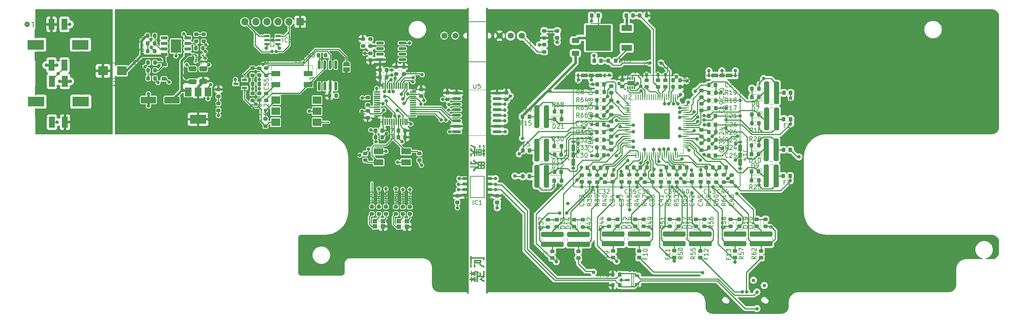
<source format=gbr>
%TF.GenerationSoftware,KiCad,Pcbnew,7.0.6*%
%TF.CreationDate,2024-02-05T21:23:05+01:00*%
%TF.ProjectId,FT24-AMS_Slave-v5,46543234-2d41-44d5-935f-536c6176652d,rev?*%
%TF.SameCoordinates,Original*%
%TF.FileFunction,Legend,Top*%
%TF.FilePolarity,Positive*%
%FSLAX46Y46*%
G04 Gerber Fmt 4.6, Leading zero omitted, Abs format (unit mm)*
G04 Created by KiCad (PCBNEW 7.0.6) date 2024-02-05 21:23:05*
%MOMM*%
%LPD*%
G01*
G04 APERTURE LIST*
G04 Aperture macros list*
%AMRoundRect*
0 Rectangle with rounded corners*
0 $1 Rounding radius*
0 $2 $3 $4 $5 $6 $7 $8 $9 X,Y pos of 4 corners*
0 Add a 4 corners polygon primitive as box body*
4,1,4,$2,$3,$4,$5,$6,$7,$8,$9,$2,$3,0*
0 Add four circle primitives for the rounded corners*
1,1,$1+$1,$2,$3*
1,1,$1+$1,$4,$5*
1,1,$1+$1,$6,$7*
1,1,$1+$1,$8,$9*
0 Add four rect primitives between the rounded corners*
20,1,$1+$1,$2,$3,$4,$5,0*
20,1,$1+$1,$4,$5,$6,$7,0*
20,1,$1+$1,$6,$7,$8,$9,0*
20,1,$1+$1,$8,$9,$2,$3,0*%
%AMFreePoly0*
4,1,19,0.550000,-0.750000,0.000000,-0.750000,0.000000,-0.744911,-0.071157,-0.744911,-0.207708,-0.704816,-0.327430,-0.627875,-0.420627,-0.520320,-0.479746,-0.390866,-0.500000,-0.250000,-0.500000,0.250000,-0.479746,0.390866,-0.420627,0.520320,-0.327430,0.627875,-0.207708,0.704816,-0.071157,0.744911,0.000000,0.744911,0.000000,0.750000,0.550000,0.750000,0.550000,-0.750000,0.550000,-0.750000,
$1*%
%AMFreePoly1*
4,1,19,0.000000,0.744911,0.071157,0.744911,0.207708,0.704816,0.327430,0.627875,0.420627,0.520320,0.479746,0.390866,0.500000,0.250000,0.500000,-0.250000,0.479746,-0.390866,0.420627,-0.520320,0.327430,-0.627875,0.207708,-0.704816,0.071157,-0.744911,0.000000,-0.744911,0.000000,-0.750000,-0.550000,-0.750000,-0.550000,0.750000,0.000000,0.750000,0.000000,0.744911,0.000000,0.744911,
$1*%
G04 Aperture macros list end*
%ADD10C,0.150000*%
%ADD11C,0.400000*%
%ADD12C,0.187500*%
%ADD13C,0.300000*%
%ADD14C,0.125000*%
%ADD15C,0.160000*%
%ADD16C,0.254000*%
%ADD17C,0.120000*%
%ADD18C,0.200000*%
%ADD19C,0.250000*%
%ADD20C,0.152400*%
%ADD21C,0.508000*%
%ADD22C,0.127000*%
%ADD23C,0.100000*%
%ADD24C,0.010000*%
%TA.AperFunction,SMDPad,CuDef*%
%ADD25RoundRect,0.225000X0.250000X-0.225000X0.250000X0.225000X-0.250000X0.225000X-0.250000X-0.225000X0*%
%TD*%
%TA.AperFunction,SMDPad,CuDef*%
%ADD26RoundRect,0.250000X2.350000X-0.325000X2.350000X0.325000X-2.350000X0.325000X-2.350000X-0.325000X0*%
%TD*%
%TA.AperFunction,SMDPad,CuDef*%
%ADD27RoundRect,0.200000X0.200000X0.275000X-0.200000X0.275000X-0.200000X-0.275000X0.200000X-0.275000X0*%
%TD*%
%TA.AperFunction,SMDPad,CuDef*%
%ADD28RoundRect,0.200000X-0.200000X-0.275000X0.200000X-0.275000X0.200000X0.275000X-0.200000X0.275000X0*%
%TD*%
%TA.AperFunction,SMDPad,CuDef*%
%ADD29RoundRect,0.225000X-0.250000X0.225000X-0.250000X-0.225000X0.250000X-0.225000X0.250000X0.225000X0*%
%TD*%
%TA.AperFunction,SMDPad,CuDef*%
%ADD30RoundRect,0.225000X0.225000X0.250000X-0.225000X0.250000X-0.225000X-0.250000X0.225000X-0.250000X0*%
%TD*%
%TA.AperFunction,SMDPad,CuDef*%
%ADD31RoundRect,0.200000X0.275000X-0.200000X0.275000X0.200000X-0.275000X0.200000X-0.275000X-0.200000X0*%
%TD*%
%TA.AperFunction,SMDPad,CuDef*%
%ADD32O,1.500000X0.250000*%
%TD*%
%TA.AperFunction,SMDPad,CuDef*%
%ADD33O,0.250000X1.500000*%
%TD*%
%TA.AperFunction,ComponentPad*%
%ADD34C,0.800000*%
%TD*%
%TA.AperFunction,SMDPad,CuDef*%
%ADD35R,6.000000X6.000000*%
%TD*%
%TA.AperFunction,SMDPad,CuDef*%
%ADD36RoundRect,0.150000X-0.875000X-0.150000X0.875000X-0.150000X0.875000X0.150000X-0.875000X0.150000X0*%
%TD*%
%TA.AperFunction,SMDPad,CuDef*%
%ADD37RoundRect,0.200000X-0.275000X0.200000X-0.275000X-0.200000X0.275000X-0.200000X0.275000X0.200000X0*%
%TD*%
%TA.AperFunction,SMDPad,CuDef*%
%ADD38RoundRect,0.218750X0.256250X-0.218750X0.256250X0.218750X-0.256250X0.218750X-0.256250X-0.218750X0*%
%TD*%
%TA.AperFunction,ComponentPad*%
%ADD39R,1.700000X1.700000*%
%TD*%
%TA.AperFunction,ComponentPad*%
%ADD40O,1.700000X1.700000*%
%TD*%
%TA.AperFunction,SMDPad,CuDef*%
%ADD41R,1.250000X0.600000*%
%TD*%
%TA.AperFunction,SMDPad,CuDef*%
%ADD42RoundRect,0.218750X0.218750X0.256250X-0.218750X0.256250X-0.218750X-0.256250X0.218750X-0.256250X0*%
%TD*%
%TA.AperFunction,SMDPad,CuDef*%
%ADD43R,0.550000X0.420000*%
%TD*%
%TA.AperFunction,SMDPad,CuDef*%
%ADD44R,0.300000X0.700000*%
%TD*%
%TA.AperFunction,SMDPad,CuDef*%
%ADD45R,1.700000X1.000000*%
%TD*%
%TA.AperFunction,SMDPad,CuDef*%
%ADD46R,1.346200X2.540000*%
%TD*%
%TA.AperFunction,SMDPad,CuDef*%
%ADD47R,3.800000X2.200000*%
%TD*%
%TA.AperFunction,SMDPad,CuDef*%
%ADD48RoundRect,0.250000X0.625000X-0.312500X0.625000X0.312500X-0.625000X0.312500X-0.625000X-0.312500X0*%
%TD*%
%TA.AperFunction,SMDPad,CuDef*%
%ADD49R,1.050000X0.600000*%
%TD*%
%TA.AperFunction,SMDPad,CuDef*%
%ADD50RoundRect,0.218750X-0.218750X-0.256250X0.218750X-0.256250X0.218750X0.256250X-0.218750X0.256250X0*%
%TD*%
%TA.AperFunction,ComponentPad*%
%ADD51C,1.400000*%
%TD*%
%TA.AperFunction,SMDPad,CuDef*%
%ADD52RoundRect,0.225000X-0.225000X-0.250000X0.225000X-0.250000X0.225000X0.250000X-0.225000X0.250000X0*%
%TD*%
%TA.AperFunction,SMDPad,CuDef*%
%ADD53R,1.000000X1.000000*%
%TD*%
%TA.AperFunction,SMDPad,CuDef*%
%ADD54RoundRect,0.075000X0.075000X-0.662500X0.075000X0.662500X-0.075000X0.662500X-0.075000X-0.662500X0*%
%TD*%
%TA.AperFunction,SMDPad,CuDef*%
%ADD55RoundRect,0.075000X0.662500X-0.075000X0.662500X0.075000X-0.662500X0.075000X-0.662500X-0.075000X0*%
%TD*%
%TA.AperFunction,SMDPad,CuDef*%
%ADD56R,1.474500X0.650000*%
%TD*%
%TA.AperFunction,SMDPad,CuDef*%
%ADD57RoundRect,0.250000X0.325000X2.350000X-0.325000X2.350000X-0.325000X-2.350000X0.325000X-2.350000X0*%
%TD*%
%TA.AperFunction,SMDPad,CuDef*%
%ADD58RoundRect,0.250000X-0.325000X-2.350000X0.325000X-2.350000X0.325000X2.350000X-0.325000X2.350000X0*%
%TD*%
%TA.AperFunction,SMDPad,CuDef*%
%ADD59R,0.600000X0.900000*%
%TD*%
%TA.AperFunction,SMDPad,CuDef*%
%ADD60R,1.500000X0.900000*%
%TD*%
%TA.AperFunction,SMDPad,CuDef*%
%ADD61R,1.200000X0.900000*%
%TD*%
%TA.AperFunction,SMDPad,CuDef*%
%ADD62R,1.525000X0.650000*%
%TD*%
%TA.AperFunction,SMDPad,CuDef*%
%ADD63R,2.400000X3.100000*%
%TD*%
%TA.AperFunction,SMDPad,CuDef*%
%ADD64R,2.000000X1.780000*%
%TD*%
%TA.AperFunction,SMDPad,CuDef*%
%ADD65R,2.000000X1.200000*%
%TD*%
%TA.AperFunction,SMDPad,CuDef*%
%ADD66R,2.400000X1.400000*%
%TD*%
%TA.AperFunction,SMDPad,CuDef*%
%ADD67R,5.750000X5.900000*%
%TD*%
%TA.AperFunction,SMDPad,CuDef*%
%ADD68RoundRect,0.250000X1.500000X0.550000X-1.500000X0.550000X-1.500000X-0.550000X1.500000X-0.550000X0*%
%TD*%
%TA.AperFunction,SMDPad,CuDef*%
%ADD69RoundRect,0.250000X0.650000X-0.325000X0.650000X0.325000X-0.650000X0.325000X-0.650000X-0.325000X0*%
%TD*%
%TA.AperFunction,SMDPad,CuDef*%
%ADD70FreePoly0,90.000000*%
%TD*%
%TA.AperFunction,SMDPad,CuDef*%
%ADD71R,1.500000X1.000000*%
%TD*%
%TA.AperFunction,SMDPad,CuDef*%
%ADD72FreePoly1,90.000000*%
%TD*%
%TA.AperFunction,SMDPad,CuDef*%
%ADD73R,2.300000X2.150000*%
%TD*%
%TA.AperFunction,SMDPad,CuDef*%
%ADD74R,1.150000X0.600000*%
%TD*%
%TA.AperFunction,SMDPad,CuDef*%
%ADD75RoundRect,0.225000X-0.375000X0.225000X-0.375000X-0.225000X0.375000X-0.225000X0.375000X0.225000X0*%
%TD*%
%TA.AperFunction,SMDPad,CuDef*%
%ADD76R,2.200000X1.400000*%
%TD*%
%TA.AperFunction,SMDPad,CuDef*%
%ADD77RoundRect,0.150000X0.150000X-0.825000X0.150000X0.825000X-0.150000X0.825000X-0.150000X-0.825000X0*%
%TD*%
%TA.AperFunction,SMDPad,CuDef*%
%ADD78RoundRect,0.150000X0.725000X0.150000X-0.725000X0.150000X-0.725000X-0.150000X0.725000X-0.150000X0*%
%TD*%
%TA.AperFunction,SMDPad,CuDef*%
%ADD79R,1.500000X2.000000*%
%TD*%
%TA.AperFunction,SMDPad,CuDef*%
%ADD80R,3.800000X2.000000*%
%TD*%
%TA.AperFunction,SMDPad,CuDef*%
%ADD81R,0.900000X0.600000*%
%TD*%
%TA.AperFunction,SMDPad,CuDef*%
%ADD82R,0.900000X1.500000*%
%TD*%
%TA.AperFunction,SMDPad,CuDef*%
%ADD83R,0.900000X1.200000*%
%TD*%
%TA.AperFunction,ViaPad*%
%ADD84C,0.800000*%
%TD*%
%TA.AperFunction,Conductor*%
%ADD85C,0.250000*%
%TD*%
%TA.AperFunction,Conductor*%
%ADD86C,0.600000*%
%TD*%
%TA.AperFunction,Conductor*%
%ADD87C,0.200000*%
%TD*%
G04 APERTURE END LIST*
D10*
X237600000Y-90600000D02*
X247600000Y-90600000D01*
X247600000Y-100600000D01*
X237600000Y-100600000D01*
X237600000Y-90600000D01*
G36*
X237600000Y-90600000D02*
G01*
X247600000Y-90600000D01*
X247600000Y-100600000D01*
X237600000Y-100600000D01*
X237600000Y-90600000D01*
G37*
X237500000Y-128700000D02*
G75*
G03*
X235500000Y-130700000I0J-2000000D01*
G01*
X237100000Y-136700000D02*
X237100000Y-132700000D01*
X255100000Y-138700000D02*
G75*
G03*
X257100000Y-136700000I0J2000000D01*
G01*
X257100000Y-132700000D02*
X257100000Y-136700000D01*
X253000000Y-90600000D02*
X263000000Y-90600000D01*
X263000000Y-100600000D01*
X253000000Y-100600000D01*
X253000000Y-90600000D01*
X235500000Y-134700000D02*
X235500000Y-130700000D01*
X239100000Y-130700000D02*
X255100000Y-130700000D01*
X255500000Y-130700000D02*
X255500000Y-134700000D01*
X237100000Y-136700000D02*
G75*
G03*
X239100000Y-138700000I2000000J0D01*
G01*
X238300000Y-129700000D02*
G75*
G03*
X236300000Y-131700000I0J-2000000D01*
G01*
X239100000Y-130700000D02*
G75*
G03*
X237100000Y-132700000I0J-2000000D01*
G01*
X256300000Y-131700000D02*
G75*
G03*
X254300000Y-129700000I-2000000J0D01*
G01*
X255100000Y-138700000D02*
X239100000Y-138700000D01*
X236300000Y-135700000D02*
G75*
G03*
X238300000Y-137700000I2000000J0D01*
G01*
D11*
X152999695Y-75184695D02*
X152999695Y-140484695D01*
D10*
X237500000Y-128700000D02*
X253500000Y-128700000D01*
X254300000Y-137700000D02*
G75*
G03*
X256300000Y-135700000I0J2000000D01*
G01*
X257100000Y-132700000D02*
G75*
G03*
X255100000Y-130700000I-2000000J0D01*
G01*
X235500000Y-134700000D02*
G75*
G03*
X237500000Y-136700000I2000000J0D01*
G01*
X256300000Y-131700000D02*
X256300000Y-135700000D01*
X253500000Y-136700000D02*
G75*
G03*
X255500000Y-134700000I0J2000000D01*
G01*
X254300000Y-137700000D02*
X238300000Y-137700000D01*
X255500000Y-130700000D02*
G75*
G03*
X253500000Y-128700000I-2000000J0D01*
G01*
X238300000Y-129700000D02*
X254300000Y-129700000D01*
X253500000Y-136700000D02*
X237500000Y-136700000D01*
X236300000Y-135700000D02*
X236300000Y-131700000D01*
D11*
X157399695Y-75184695D02*
X157399695Y-140484695D01*
D12*
G36*
X154913909Y-137975061D02*
G01*
X154632542Y-138130399D01*
X154632542Y-137999974D01*
X154022912Y-137668048D01*
X154022912Y-138100357D01*
X153741544Y-138100357D01*
X153741544Y-137634342D01*
X153436729Y-137634342D01*
X153436729Y-137315605D01*
X153741544Y-137315605D01*
X153741544Y-136899415D01*
X154022912Y-136899415D01*
X154022912Y-137281900D01*
X154585647Y-136979283D01*
X154585647Y-136874503D01*
X154820120Y-136874503D01*
X154820120Y-137155870D01*
X154516771Y-137328062D01*
X154938089Y-137328062D01*
X154938089Y-137621886D01*
X154545347Y-137621886D01*
X154913909Y-137823386D01*
X154913909Y-137975061D01*
G37*
G36*
X154820120Y-136642960D02*
G01*
X154585647Y-136777782D01*
X154585647Y-136642960D01*
X154022912Y-136336680D01*
X154022912Y-136739681D01*
X153741544Y-136739681D01*
X153741544Y-136324223D01*
X153436729Y-136324223D01*
X153436729Y-136004754D01*
X153741544Y-136004754D01*
X153741544Y-135534342D01*
X154022912Y-135534342D01*
X154022912Y-135979841D01*
X154632542Y-135652311D01*
X154632542Y-135534342D01*
X154913909Y-135534342D01*
X154913909Y-135828166D01*
X154569527Y-136017210D01*
X154938089Y-136017210D01*
X154938089Y-136311767D01*
X154552674Y-136311767D01*
X154820120Y-136462709D01*
X154820120Y-136642960D01*
G37*
G36*
X156039380Y-135971048D02*
G01*
X156039380Y-136651753D01*
X156555221Y-136651753D01*
X156555221Y-135534342D01*
X156883484Y-135534342D01*
X156883484Y-137054754D01*
X156228424Y-137403533D01*
X156883484Y-137747915D01*
X156883484Y-137936959D01*
X156555221Y-138109150D01*
X156555221Y-137945019D01*
X155596080Y-137437238D01*
X156459967Y-136979283D01*
X155335961Y-136979283D01*
X155335961Y-138096694D01*
X155054593Y-138096694D01*
X155054593Y-135517489D01*
X155723574Y-135891181D01*
X155419492Y-136063372D01*
X155335961Y-136017210D01*
X155335961Y-136651753D01*
X155711118Y-136651753D01*
X155711118Y-135971048D01*
X156039380Y-135971048D01*
G37*
G36*
X156883484Y-134502660D02*
G01*
X156883484Y-134699764D01*
X156580867Y-134863895D01*
X156580867Y-134708557D01*
X155683274Y-134233749D01*
X155683274Y-133868117D01*
X156883484Y-134502660D01*
G37*
G36*
X153882228Y-134107720D02*
G01*
X153882228Y-134745926D01*
X153553965Y-134745926D01*
X153553965Y-133939925D01*
X153882228Y-134107720D01*
G37*
G36*
X154773226Y-134120176D02*
G01*
X154773226Y-134745926D01*
X154444963Y-134745926D01*
X154444963Y-133952381D01*
X154773226Y-134120176D01*
G37*
G36*
X153929122Y-132423177D02*
G01*
X156883484Y-132423177D01*
X156883484Y-132982249D01*
X156555221Y-133158103D01*
X156555221Y-132759499D01*
X153929122Y-132759499D01*
X153929122Y-133918676D01*
X153600860Y-133918676D01*
X153600860Y-132175514D01*
X153929122Y-132175514D01*
X153929122Y-132423177D01*
G37*
G36*
X156086275Y-133843205D02*
G01*
X154444963Y-133843205D01*
X154444963Y-133317838D01*
X154773226Y-133317838D01*
X154773226Y-133528131D01*
X155758013Y-133528131D01*
X155758013Y-133317838D01*
X154773226Y-133317838D01*
X154444963Y-133317838D01*
X154444963Y-133002765D01*
X156086275Y-133002765D01*
X156086275Y-133843205D01*
G37*
G36*
X153944168Y-107703253D02*
G01*
X154413114Y-107963372D01*
X154413114Y-107337622D01*
X154741376Y-107337622D01*
X154741376Y-108093798D01*
X154928955Y-108093798D01*
X154928955Y-107489297D01*
X155257217Y-107489297D01*
X155257217Y-108093798D01*
X155444796Y-108093798D01*
X155444796Y-107770664D01*
X155726163Y-107770664D01*
X155726163Y-108102591D01*
X155960637Y-108102591D01*
X155960637Y-107770664D01*
X155726163Y-107770664D01*
X155444796Y-107770664D01*
X155444796Y-107459988D01*
X156242004Y-107459988D01*
X156242004Y-109043414D01*
X155444796Y-109043414D01*
X155444796Y-108404475D01*
X155257217Y-108404475D01*
X155257217Y-109009708D01*
X154928955Y-109009708D01*
X154928955Y-108404475D01*
X154741376Y-108404475D01*
X154741376Y-109160651D01*
X154413114Y-109160651D01*
X154413114Y-108534900D01*
X153944168Y-108795019D01*
X153944168Y-109169443D01*
X153615905Y-109169443D01*
X153615905Y-108597915D01*
X153995199Y-108396415D01*
X155726163Y-108396415D01*
X155726163Y-108732004D01*
X155960637Y-108732004D01*
X155960637Y-108396415D01*
X155726163Y-108396415D01*
X153995199Y-108396415D01*
X154272430Y-108249136D01*
X153615905Y-107900357D01*
X153615905Y-107446798D01*
X153944168Y-107283400D01*
X153944168Y-107703253D01*
G37*
G36*
X156851634Y-107774328D02*
G01*
X157039213Y-107774328D01*
X157039213Y-108093798D01*
X156851634Y-108093798D01*
X156851634Y-108404475D01*
X157039213Y-108404475D01*
X157039213Y-108723944D01*
X156851634Y-108723944D01*
X156851634Y-109169443D01*
X156523372Y-109169443D01*
X156523372Y-108723944D01*
X156288899Y-108723944D01*
X156288899Y-108404475D01*
X156523372Y-108404475D01*
X156523372Y-108093798D01*
X156288899Y-108093798D01*
X156288899Y-107774328D01*
X156523372Y-107774328D01*
X156523372Y-107329562D01*
X156851634Y-107329562D01*
X156851634Y-107774328D01*
G37*
G36*
X153944168Y-106539681D02*
G01*
X154821244Y-107014489D01*
X154821244Y-107371327D01*
X153615905Y-106737517D01*
X153615905Y-106640797D01*
X153944168Y-106481062D01*
X153944168Y-106539681D01*
G37*
G36*
X155960637Y-107308313D02*
G01*
X155632374Y-107144914D01*
X155632374Y-106594635D01*
X155960637Y-106594635D01*
X155960637Y-107308313D01*
G37*
G36*
X156898529Y-107237238D02*
G01*
X156570267Y-107073107D01*
X156570267Y-106594635D01*
X156898529Y-106594635D01*
X156898529Y-107237238D01*
G37*
G36*
X154553798Y-110184272D02*
G01*
X155304112Y-110587273D01*
X155304112Y-110373316D01*
X156992318Y-110373316D01*
X156992318Y-112104021D01*
X155304112Y-112104021D01*
X155304112Y-111889332D01*
X154553798Y-112293065D01*
X154553798Y-112624258D01*
X154225535Y-112624258D01*
X154225535Y-112082772D01*
X154843226Y-111755242D01*
X153615905Y-111755242D01*
X153615905Y-111435773D01*
X154989771Y-111435773D01*
X154989771Y-111679771D01*
X155304112Y-111511244D01*
X155304112Y-111402067D01*
X155632374Y-111402067D01*
X155632374Y-111775759D01*
X155960637Y-111775759D01*
X155960637Y-111402067D01*
X156288899Y-111402067D01*
X156288899Y-111775759D01*
X156664056Y-111775759D01*
X156664056Y-111402067D01*
X156288899Y-111402067D01*
X155960637Y-111402067D01*
X155632374Y-111402067D01*
X155304112Y-111402067D01*
X155304112Y-110965361D01*
X154989771Y-110797566D01*
X154989771Y-111045228D01*
X153615905Y-111045228D01*
X153615905Y-110423875D01*
X153944168Y-110256080D01*
X153944168Y-110725759D01*
X154851286Y-110725759D01*
X154804216Y-110700846D01*
X155632374Y-110700846D01*
X155632374Y-111074537D01*
X155960637Y-111074537D01*
X155960637Y-110700846D01*
X156288899Y-110700846D01*
X156288899Y-111074537D01*
X156664056Y-111074537D01*
X156664056Y-110700846D01*
X156288899Y-110700846D01*
X155960637Y-110700846D01*
X155632374Y-110700846D01*
X154804216Y-110700846D01*
X154225535Y-110394565D01*
X154225535Y-110012081D01*
X154553798Y-109844286D01*
X154553798Y-110184272D01*
G37*
D13*
G36*
X146575410Y-90997936D02*
G01*
X146575410Y-89652646D01*
X147090762Y-89652646D01*
X147090762Y-91090748D01*
X149249869Y-91090748D01*
X149249869Y-91590958D01*
X147176247Y-91590958D01*
X147146963Y-91590271D01*
X147118094Y-91588210D01*
X147089642Y-91584775D01*
X147061606Y-91579967D01*
X147033985Y-91573784D01*
X147006781Y-91566228D01*
X146979992Y-91557298D01*
X146953620Y-91546994D01*
X146927663Y-91535316D01*
X146902123Y-91522264D01*
X146876998Y-91507839D01*
X146852290Y-91492039D01*
X146827997Y-91474866D01*
X146804120Y-91456319D01*
X146780660Y-91436398D01*
X146757615Y-91415103D01*
X146735551Y-91392865D01*
X146714911Y-91370116D01*
X146695694Y-91346856D01*
X146677900Y-91323084D01*
X146661530Y-91298801D01*
X146646584Y-91274007D01*
X146633061Y-91248701D01*
X146620961Y-91222884D01*
X146610285Y-91196555D01*
X146601032Y-91169715D01*
X146593203Y-91142364D01*
X146586798Y-91114501D01*
X146581815Y-91086127D01*
X146578257Y-91057241D01*
X146576122Y-91027844D01*
X146575410Y-90997936D01*
G37*
G36*
X149133609Y-89652646D02*
G01*
X149717350Y-89652646D01*
X150458871Y-91062905D01*
X151214070Y-89652646D01*
X151798299Y-89652646D01*
X150965431Y-91201146D01*
X150952264Y-91225129D01*
X150938896Y-91248350D01*
X150925328Y-91270810D01*
X150911560Y-91292508D01*
X150897591Y-91313445D01*
X150883422Y-91333621D01*
X150869053Y-91353035D01*
X150854483Y-91371689D01*
X150839713Y-91389580D01*
X150824743Y-91406711D01*
X150809572Y-91423080D01*
X150794201Y-91438687D01*
X150778630Y-91453534D01*
X150762858Y-91467619D01*
X150746886Y-91480942D01*
X150730713Y-91493505D01*
X150714340Y-91505306D01*
X150697767Y-91516345D01*
X150680994Y-91526623D01*
X150646845Y-91544896D01*
X150611896Y-91560123D01*
X150576145Y-91572304D01*
X150539592Y-91581441D01*
X150502238Y-91587532D01*
X150464083Y-91590577D01*
X150444705Y-91590958D01*
X150409093Y-91589172D01*
X150373821Y-91583813D01*
X150338889Y-91574883D01*
X150304296Y-91562381D01*
X150270043Y-91546307D01*
X150236129Y-91526661D01*
X150219300Y-91515498D01*
X150202555Y-91503442D01*
X150185896Y-91490494D01*
X150169321Y-91476652D01*
X150152831Y-91461917D01*
X150136427Y-91446289D01*
X150120107Y-91429769D01*
X150103872Y-91412355D01*
X150087722Y-91394048D01*
X150071656Y-91374848D01*
X150055676Y-91354756D01*
X150039781Y-91333770D01*
X150023970Y-91311891D01*
X150008245Y-91289119D01*
X149992604Y-91265454D01*
X149977049Y-91240897D01*
X149961578Y-91215446D01*
X149946192Y-91189102D01*
X149930891Y-91161865D01*
X149915675Y-91133735D01*
X149133609Y-89652646D01*
G37*
G36*
X159838391Y-90253161D02*
G01*
X159838391Y-89752951D01*
X162518224Y-89752951D01*
X162518224Y-90253161D01*
X161437693Y-90253161D01*
X161437693Y-91691263D01*
X160921852Y-91691263D01*
X160921852Y-90253161D01*
X159838391Y-90253161D01*
G37*
G36*
X163250464Y-89752951D02*
G01*
X165326528Y-89752951D01*
X165326528Y-90253161D01*
X163072655Y-90253161D01*
X163072655Y-90440739D01*
X164796032Y-90440739D01*
X164828339Y-90441445D01*
X164860169Y-90443563D01*
X164891522Y-90447093D01*
X164922397Y-90452035D01*
X164952796Y-90458390D01*
X164982718Y-90466156D01*
X165012162Y-90475334D01*
X165041130Y-90485924D01*
X165069621Y-90497926D01*
X165097634Y-90511341D01*
X165125171Y-90526167D01*
X165152230Y-90542405D01*
X165178812Y-90560056D01*
X165204918Y-90579118D01*
X165230546Y-90599592D01*
X165255697Y-90621479D01*
X165279891Y-90644407D01*
X165302523Y-90668007D01*
X165323595Y-90692279D01*
X165343106Y-90717222D01*
X165361056Y-90742837D01*
X165377445Y-90769124D01*
X165392273Y-90796082D01*
X165405540Y-90823712D01*
X165417247Y-90852014D01*
X165427392Y-90880987D01*
X165435977Y-90910632D01*
X165443001Y-90940949D01*
X165448464Y-90971937D01*
X165452366Y-91003597D01*
X165454708Y-91035928D01*
X165455488Y-91068932D01*
X165454704Y-91101937D01*
X165452351Y-91134274D01*
X165448430Y-91165944D01*
X165442940Y-91196946D01*
X165435882Y-91227279D01*
X165427255Y-91256945D01*
X165417060Y-91285943D01*
X165405296Y-91314274D01*
X165391964Y-91341936D01*
X165377063Y-91368931D01*
X165360594Y-91395257D01*
X165342556Y-91420916D01*
X165322950Y-91445907D01*
X165301775Y-91470230D01*
X165279032Y-91493886D01*
X165254720Y-91516873D01*
X165230693Y-91537991D01*
X165206116Y-91557746D01*
X165180990Y-91576138D01*
X165155314Y-91593169D01*
X165129088Y-91608836D01*
X165102313Y-91623142D01*
X165074988Y-91636085D01*
X165047114Y-91647665D01*
X165018690Y-91657883D01*
X164989717Y-91666739D01*
X164960194Y-91674232D01*
X164930122Y-91680363D01*
X164899500Y-91685132D01*
X164868328Y-91688538D01*
X164836607Y-91690581D01*
X164804337Y-91691263D01*
X162643764Y-91691263D01*
X162643764Y-91191053D01*
X164937205Y-91191053D01*
X164937205Y-90940949D01*
X163183053Y-90940949D01*
X163151061Y-90940306D01*
X163119565Y-90938376D01*
X163088565Y-90935161D01*
X163058061Y-90930660D01*
X163028054Y-90924872D01*
X162998542Y-90917799D01*
X162969527Y-90909439D01*
X162941008Y-90899794D01*
X162912985Y-90888862D01*
X162885458Y-90876644D01*
X162858427Y-90863140D01*
X162831892Y-90848350D01*
X162805854Y-90832274D01*
X162780311Y-90814912D01*
X162755265Y-90796263D01*
X162730715Y-90776329D01*
X162705634Y-90754290D01*
X162682172Y-90731648D01*
X162660327Y-90708403D01*
X162640101Y-90684555D01*
X162621492Y-90660104D01*
X162604502Y-90635050D01*
X162589130Y-90609393D01*
X162575376Y-90583133D01*
X162563241Y-90556270D01*
X162552723Y-90528804D01*
X162543823Y-90500735D01*
X162536542Y-90472063D01*
X162530878Y-90442789D01*
X162526833Y-90412911D01*
X162524406Y-90382430D01*
X162523597Y-90351346D01*
X162524518Y-90317788D01*
X162527283Y-90285011D01*
X162531892Y-90253018D01*
X162538343Y-90221806D01*
X162546638Y-90191377D01*
X162556776Y-90161730D01*
X162568757Y-90132865D01*
X162582581Y-90104783D01*
X162598249Y-90077483D01*
X162615760Y-90050966D01*
X162635115Y-90025231D01*
X162656312Y-90000278D01*
X162679353Y-89976107D01*
X162704237Y-89952719D01*
X162730965Y-89930113D01*
X162759535Y-89908290D01*
X162786183Y-89889479D01*
X162813368Y-89871882D01*
X162841092Y-89855499D01*
X162869353Y-89840329D01*
X162898153Y-89826373D01*
X162927491Y-89813630D01*
X162957366Y-89802101D01*
X162987780Y-89791786D01*
X163018732Y-89782684D01*
X163050223Y-89774796D01*
X163082251Y-89768121D01*
X163114817Y-89762660D01*
X163147922Y-89758412D01*
X163181564Y-89755379D01*
X163215745Y-89753558D01*
X163250464Y-89752951D01*
G37*
D14*
X100600807Y-76718500D02*
X100682236Y-76766119D01*
X100682236Y-76766119D02*
X100817950Y-76766119D01*
X100817950Y-76766119D02*
X100872236Y-76718500D01*
X100872236Y-76718500D02*
X100899378Y-76670880D01*
X100899378Y-76670880D02*
X100926521Y-76575642D01*
X100926521Y-76575642D02*
X100926521Y-76480404D01*
X100926521Y-76480404D02*
X100899378Y-76385166D01*
X100899378Y-76385166D02*
X100872236Y-76337547D01*
X100872236Y-76337547D02*
X100817950Y-76289928D01*
X100817950Y-76289928D02*
X100709378Y-76242309D01*
X100709378Y-76242309D02*
X100655093Y-76194690D01*
X100655093Y-76194690D02*
X100627950Y-76147071D01*
X100627950Y-76147071D02*
X100600807Y-76051833D01*
X100600807Y-76051833D02*
X100600807Y-75956595D01*
X100600807Y-75956595D02*
X100627950Y-75861357D01*
X100627950Y-75861357D02*
X100655093Y-75813738D01*
X100655093Y-75813738D02*
X100709378Y-75766119D01*
X100709378Y-75766119D02*
X100845093Y-75766119D01*
X100845093Y-75766119D02*
X100926521Y-75813738D01*
X101116521Y-75766119D02*
X101252235Y-76766119D01*
X101252235Y-76766119D02*
X101360807Y-76051833D01*
X101360807Y-76051833D02*
X101469378Y-76766119D01*
X101469378Y-76766119D02*
X101605093Y-75766119D01*
X101930807Y-75766119D02*
X102039379Y-75766119D01*
X102039379Y-75766119D02*
X102093664Y-75813738D01*
X102093664Y-75813738D02*
X102147950Y-75908976D01*
X102147950Y-75908976D02*
X102175093Y-76099452D01*
X102175093Y-76099452D02*
X102175093Y-76432785D01*
X102175093Y-76432785D02*
X102147950Y-76623261D01*
X102147950Y-76623261D02*
X102093664Y-76718500D01*
X102093664Y-76718500D02*
X102039379Y-76766119D01*
X102039379Y-76766119D02*
X101930807Y-76766119D01*
X101930807Y-76766119D02*
X101876522Y-76718500D01*
X101876522Y-76718500D02*
X101822236Y-76623261D01*
X101822236Y-76623261D02*
X101795093Y-76432785D01*
X101795093Y-76432785D02*
X101795093Y-76099452D01*
X101795093Y-76099452D02*
X101822236Y-75908976D01*
X101822236Y-75908976D02*
X101876522Y-75813738D01*
X101876522Y-75813738D02*
X101930807Y-75766119D01*
X102853665Y-76766119D02*
X102853665Y-75766119D01*
X102853665Y-75766119D02*
X103179379Y-76766119D01*
X103179379Y-76766119D02*
X103179379Y-75766119D01*
X103776522Y-76766119D02*
X103586522Y-76289928D01*
X103450808Y-76766119D02*
X103450808Y-75766119D01*
X103450808Y-75766119D02*
X103667951Y-75766119D01*
X103667951Y-75766119D02*
X103722236Y-75813738D01*
X103722236Y-75813738D02*
X103749379Y-75861357D01*
X103749379Y-75861357D02*
X103776522Y-75956595D01*
X103776522Y-75956595D02*
X103776522Y-76099452D01*
X103776522Y-76099452D02*
X103749379Y-76194690D01*
X103749379Y-76194690D02*
X103722236Y-76242309D01*
X103722236Y-76242309D02*
X103667951Y-76289928D01*
X103667951Y-76289928D02*
X103450808Y-76289928D01*
X103993665Y-76718500D02*
X104075094Y-76766119D01*
X104075094Y-76766119D02*
X104210808Y-76766119D01*
X104210808Y-76766119D02*
X104265094Y-76718500D01*
X104265094Y-76718500D02*
X104292236Y-76670880D01*
X104292236Y-76670880D02*
X104319379Y-76575642D01*
X104319379Y-76575642D02*
X104319379Y-76480404D01*
X104319379Y-76480404D02*
X104292236Y-76385166D01*
X104292236Y-76385166D02*
X104265094Y-76337547D01*
X104265094Y-76337547D02*
X104210808Y-76289928D01*
X104210808Y-76289928D02*
X104102236Y-76242309D01*
X104102236Y-76242309D02*
X104047951Y-76194690D01*
X104047951Y-76194690D02*
X104020808Y-76147071D01*
X104020808Y-76147071D02*
X103993665Y-76051833D01*
X103993665Y-76051833D02*
X103993665Y-75956595D01*
X103993665Y-75956595D02*
X104020808Y-75861357D01*
X104020808Y-75861357D02*
X104047951Y-75813738D01*
X104047951Y-75813738D02*
X104102236Y-75766119D01*
X104102236Y-75766119D02*
X104237951Y-75766119D01*
X104237951Y-75766119D02*
X104319379Y-75813738D01*
X104482236Y-75766119D02*
X104807951Y-75766119D01*
X104645093Y-76766119D02*
X104645093Y-75766119D01*
X105405094Y-76718500D02*
X105486523Y-76766119D01*
X105486523Y-76766119D02*
X105622237Y-76766119D01*
X105622237Y-76766119D02*
X105676523Y-76718500D01*
X105676523Y-76718500D02*
X105703665Y-76670880D01*
X105703665Y-76670880D02*
X105730808Y-76575642D01*
X105730808Y-76575642D02*
X105730808Y-76480404D01*
X105730808Y-76480404D02*
X105703665Y-76385166D01*
X105703665Y-76385166D02*
X105676523Y-76337547D01*
X105676523Y-76337547D02*
X105622237Y-76289928D01*
X105622237Y-76289928D02*
X105513665Y-76242309D01*
X105513665Y-76242309D02*
X105459380Y-76194690D01*
X105459380Y-76194690D02*
X105432237Y-76147071D01*
X105432237Y-76147071D02*
X105405094Y-76051833D01*
X105405094Y-76051833D02*
X105405094Y-75956595D01*
X105405094Y-75956595D02*
X105432237Y-75861357D01*
X105432237Y-75861357D02*
X105459380Y-75813738D01*
X105459380Y-75813738D02*
X105513665Y-75766119D01*
X105513665Y-75766119D02*
X105649380Y-75766119D01*
X105649380Y-75766119D02*
X105730808Y-75813738D01*
X105920808Y-75766119D02*
X106056522Y-76766119D01*
X106056522Y-76766119D02*
X106165094Y-76051833D01*
X106165094Y-76051833D02*
X106273665Y-76766119D01*
X106273665Y-76766119D02*
X106409380Y-75766119D01*
X106626523Y-76766119D02*
X106626523Y-75766119D01*
X106626523Y-75766119D02*
X106762237Y-75766119D01*
X106762237Y-75766119D02*
X106843666Y-75813738D01*
X106843666Y-75813738D02*
X106897951Y-75908976D01*
X106897951Y-75908976D02*
X106925094Y-76004214D01*
X106925094Y-76004214D02*
X106952237Y-76194690D01*
X106952237Y-76194690D02*
X106952237Y-76337547D01*
X106952237Y-76337547D02*
X106925094Y-76528023D01*
X106925094Y-76528023D02*
X106897951Y-76623261D01*
X106897951Y-76623261D02*
X106843666Y-76718500D01*
X106843666Y-76718500D02*
X106762237Y-76766119D01*
X106762237Y-76766119D02*
X106626523Y-76766119D01*
X107196523Y-76766119D02*
X107196523Y-75766119D01*
X107576523Y-75766119D02*
X107685095Y-75766119D01*
X107685095Y-75766119D02*
X107739380Y-75813738D01*
X107739380Y-75813738D02*
X107793666Y-75908976D01*
X107793666Y-75908976D02*
X107820809Y-76099452D01*
X107820809Y-76099452D02*
X107820809Y-76432785D01*
X107820809Y-76432785D02*
X107793666Y-76623261D01*
X107793666Y-76623261D02*
X107739380Y-76718500D01*
X107739380Y-76718500D02*
X107685095Y-76766119D01*
X107685095Y-76766119D02*
X107576523Y-76766119D01*
X107576523Y-76766119D02*
X107522238Y-76718500D01*
X107522238Y-76718500D02*
X107467952Y-76623261D01*
X107467952Y-76623261D02*
X107440809Y-76432785D01*
X107440809Y-76432785D02*
X107440809Y-76099452D01*
X107440809Y-76099452D02*
X107467952Y-75908976D01*
X107467952Y-75908976D02*
X107522238Y-75813738D01*
X107522238Y-75813738D02*
X107576523Y-75766119D01*
X108797952Y-75813738D02*
X108743667Y-75766119D01*
X108743667Y-75766119D02*
X108662238Y-75766119D01*
X108662238Y-75766119D02*
X108580809Y-75813738D01*
X108580809Y-75813738D02*
X108526524Y-75908976D01*
X108526524Y-75908976D02*
X108499381Y-76004214D01*
X108499381Y-76004214D02*
X108472238Y-76194690D01*
X108472238Y-76194690D02*
X108472238Y-76337547D01*
X108472238Y-76337547D02*
X108499381Y-76528023D01*
X108499381Y-76528023D02*
X108526524Y-76623261D01*
X108526524Y-76623261D02*
X108580809Y-76718500D01*
X108580809Y-76718500D02*
X108662238Y-76766119D01*
X108662238Y-76766119D02*
X108716524Y-76766119D01*
X108716524Y-76766119D02*
X108797952Y-76718500D01*
X108797952Y-76718500D02*
X108825095Y-76670880D01*
X108825095Y-76670880D02*
X108825095Y-76337547D01*
X108825095Y-76337547D02*
X108716524Y-76337547D01*
X109069381Y-76766119D02*
X109069381Y-75766119D01*
X109069381Y-75766119D02*
X109395095Y-76766119D01*
X109395095Y-76766119D02*
X109395095Y-75766119D01*
X109666524Y-76766119D02*
X109666524Y-75766119D01*
X109666524Y-75766119D02*
X109802238Y-75766119D01*
X109802238Y-75766119D02*
X109883667Y-75813738D01*
X109883667Y-75813738D02*
X109937952Y-75908976D01*
X109937952Y-75908976D02*
X109965095Y-76004214D01*
X109965095Y-76004214D02*
X109992238Y-76194690D01*
X109992238Y-76194690D02*
X109992238Y-76337547D01*
X109992238Y-76337547D02*
X109965095Y-76528023D01*
X109965095Y-76528023D02*
X109937952Y-76623261D01*
X109937952Y-76623261D02*
X109883667Y-76718500D01*
X109883667Y-76718500D02*
X109802238Y-76766119D01*
X109802238Y-76766119D02*
X109666524Y-76766119D01*
X110643667Y-76718500D02*
X110725096Y-76766119D01*
X110725096Y-76766119D02*
X110860810Y-76766119D01*
X110860810Y-76766119D02*
X110915096Y-76718500D01*
X110915096Y-76718500D02*
X110942238Y-76670880D01*
X110942238Y-76670880D02*
X110969381Y-76575642D01*
X110969381Y-76575642D02*
X110969381Y-76480404D01*
X110969381Y-76480404D02*
X110942238Y-76385166D01*
X110942238Y-76385166D02*
X110915096Y-76337547D01*
X110915096Y-76337547D02*
X110860810Y-76289928D01*
X110860810Y-76289928D02*
X110752238Y-76242309D01*
X110752238Y-76242309D02*
X110697953Y-76194690D01*
X110697953Y-76194690D02*
X110670810Y-76147071D01*
X110670810Y-76147071D02*
X110643667Y-76051833D01*
X110643667Y-76051833D02*
X110643667Y-75956595D01*
X110643667Y-75956595D02*
X110670810Y-75861357D01*
X110670810Y-75861357D02*
X110697953Y-75813738D01*
X110697953Y-75813738D02*
X110752238Y-75766119D01*
X110752238Y-75766119D02*
X110887953Y-75766119D01*
X110887953Y-75766119D02*
X110969381Y-75813738D01*
X111159381Y-75766119D02*
X111295095Y-76766119D01*
X111295095Y-76766119D02*
X111403667Y-76051833D01*
X111403667Y-76051833D02*
X111512238Y-76766119D01*
X111512238Y-76766119D02*
X111647953Y-75766119D01*
X112190810Y-76670880D02*
X112163667Y-76718500D01*
X112163667Y-76718500D02*
X112082239Y-76766119D01*
X112082239Y-76766119D02*
X112027953Y-76766119D01*
X112027953Y-76766119D02*
X111946524Y-76718500D01*
X111946524Y-76718500D02*
X111892239Y-76623261D01*
X111892239Y-76623261D02*
X111865096Y-76528023D01*
X111865096Y-76528023D02*
X111837953Y-76337547D01*
X111837953Y-76337547D02*
X111837953Y-76194690D01*
X111837953Y-76194690D02*
X111865096Y-76004214D01*
X111865096Y-76004214D02*
X111892239Y-75908976D01*
X111892239Y-75908976D02*
X111946524Y-75813738D01*
X111946524Y-75813738D02*
X112027953Y-75766119D01*
X112027953Y-75766119D02*
X112082239Y-75766119D01*
X112082239Y-75766119D02*
X112163667Y-75813738D01*
X112163667Y-75813738D02*
X112190810Y-75861357D01*
X112706524Y-76766119D02*
X112435096Y-76766119D01*
X112435096Y-76766119D02*
X112435096Y-75766119D01*
X112896525Y-76766119D02*
X112896525Y-75766119D01*
X113222239Y-76766119D02*
X112977953Y-76194690D01*
X113222239Y-75766119D02*
X112896525Y-76337547D01*
X113846525Y-75766119D02*
X114199382Y-75766119D01*
X114199382Y-75766119D02*
X114009382Y-76147071D01*
X114009382Y-76147071D02*
X114090811Y-76147071D01*
X114090811Y-76147071D02*
X114145097Y-76194690D01*
X114145097Y-76194690D02*
X114172239Y-76242309D01*
X114172239Y-76242309D02*
X114199382Y-76337547D01*
X114199382Y-76337547D02*
X114199382Y-76575642D01*
X114199382Y-76575642D02*
X114172239Y-76670880D01*
X114172239Y-76670880D02*
X114145097Y-76718500D01*
X114145097Y-76718500D02*
X114090811Y-76766119D01*
X114090811Y-76766119D02*
X113927954Y-76766119D01*
X113927954Y-76766119D02*
X113873668Y-76718500D01*
X113873668Y-76718500D02*
X113846525Y-76670880D01*
X114362239Y-75766119D02*
X114552239Y-76766119D01*
X114552239Y-76766119D02*
X114742239Y-75766119D01*
X114877953Y-75766119D02*
X115230810Y-75766119D01*
X115230810Y-75766119D02*
X115040810Y-76147071D01*
X115040810Y-76147071D02*
X115122239Y-76147071D01*
X115122239Y-76147071D02*
X115176525Y-76194690D01*
X115176525Y-76194690D02*
X115203667Y-76242309D01*
X115203667Y-76242309D02*
X115230810Y-76337547D01*
X115230810Y-76337547D02*
X115230810Y-76575642D01*
X115230810Y-76575642D02*
X115203667Y-76670880D01*
X115203667Y-76670880D02*
X115176525Y-76718500D01*
X115176525Y-76718500D02*
X115122239Y-76766119D01*
X115122239Y-76766119D02*
X114959382Y-76766119D01*
X114959382Y-76766119D02*
X114905096Y-76718500D01*
X114905096Y-76718500D02*
X114877953Y-76670880D01*
D15*
X238643358Y-133169299D02*
X238643358Y-132169299D01*
X238643358Y-132169299D02*
X238976691Y-132883584D01*
X238976691Y-132883584D02*
X239310024Y-132169299D01*
X239310024Y-132169299D02*
X239310024Y-133169299D01*
X240214786Y-133169299D02*
X240214786Y-132645489D01*
X240214786Y-132645489D02*
X240167167Y-132550251D01*
X240167167Y-132550251D02*
X240071929Y-132502632D01*
X240071929Y-132502632D02*
X239881453Y-132502632D01*
X239881453Y-132502632D02*
X239786215Y-132550251D01*
X240214786Y-133121680D02*
X240119548Y-133169299D01*
X240119548Y-133169299D02*
X239881453Y-133169299D01*
X239881453Y-133169299D02*
X239786215Y-133121680D01*
X239786215Y-133121680D02*
X239738596Y-133026441D01*
X239738596Y-133026441D02*
X239738596Y-132931203D01*
X239738596Y-132931203D02*
X239786215Y-132835965D01*
X239786215Y-132835965D02*
X239881453Y-132788346D01*
X239881453Y-132788346D02*
X240119548Y-132788346D01*
X240119548Y-132788346D02*
X240214786Y-132740727D01*
X241119548Y-133169299D02*
X241119548Y-132169299D01*
X241119548Y-133121680D02*
X241024310Y-133169299D01*
X241024310Y-133169299D02*
X240833834Y-133169299D01*
X240833834Y-133169299D02*
X240738596Y-133121680D01*
X240738596Y-133121680D02*
X240690977Y-133074060D01*
X240690977Y-133074060D02*
X240643358Y-132978822D01*
X240643358Y-132978822D02*
X240643358Y-132693108D01*
X240643358Y-132693108D02*
X240690977Y-132597870D01*
X240690977Y-132597870D02*
X240738596Y-132550251D01*
X240738596Y-132550251D02*
X240833834Y-132502632D01*
X240833834Y-132502632D02*
X241024310Y-132502632D01*
X241024310Y-132502632D02*
X241119548Y-132550251D01*
X241976691Y-133121680D02*
X241881453Y-133169299D01*
X241881453Y-133169299D02*
X241690977Y-133169299D01*
X241690977Y-133169299D02*
X241595739Y-133121680D01*
X241595739Y-133121680D02*
X241548120Y-133026441D01*
X241548120Y-133026441D02*
X241548120Y-132645489D01*
X241548120Y-132645489D02*
X241595739Y-132550251D01*
X241595739Y-132550251D02*
X241690977Y-132502632D01*
X241690977Y-132502632D02*
X241881453Y-132502632D01*
X241881453Y-132502632D02*
X241976691Y-132550251D01*
X241976691Y-132550251D02*
X242024310Y-132645489D01*
X242024310Y-132645489D02*
X242024310Y-132740727D01*
X242024310Y-132740727D02*
X241548120Y-132835965D01*
X243214787Y-133169299D02*
X243214787Y-132502632D01*
X243214787Y-132169299D02*
X243167168Y-132216918D01*
X243167168Y-132216918D02*
X243214787Y-132264537D01*
X243214787Y-132264537D02*
X243262406Y-132216918D01*
X243262406Y-132216918D02*
X243214787Y-132169299D01*
X243214787Y-132169299D02*
X243214787Y-132264537D01*
X243690977Y-132502632D02*
X243690977Y-133169299D01*
X243690977Y-132597870D02*
X243738596Y-132550251D01*
X243738596Y-132550251D02*
X243833834Y-132502632D01*
X243833834Y-132502632D02*
X243976691Y-132502632D01*
X243976691Y-132502632D02*
X244071929Y-132550251D01*
X244071929Y-132550251D02*
X244119548Y-132645489D01*
X244119548Y-132645489D02*
X244119548Y-133169299D01*
X245690977Y-132645489D02*
X245357644Y-132645489D01*
X245357644Y-133169299D02*
X245357644Y-132169299D01*
X245357644Y-132169299D02*
X245833834Y-132169299D01*
X246643358Y-133169299D02*
X246643358Y-132645489D01*
X246643358Y-132645489D02*
X246595739Y-132550251D01*
X246595739Y-132550251D02*
X246500501Y-132502632D01*
X246500501Y-132502632D02*
X246310025Y-132502632D01*
X246310025Y-132502632D02*
X246214787Y-132550251D01*
X246643358Y-133121680D02*
X246548120Y-133169299D01*
X246548120Y-133169299D02*
X246310025Y-133169299D01*
X246310025Y-133169299D02*
X246214787Y-133121680D01*
X246214787Y-133121680D02*
X246167168Y-133026441D01*
X246167168Y-133026441D02*
X246167168Y-132931203D01*
X246167168Y-132931203D02*
X246214787Y-132835965D01*
X246214787Y-132835965D02*
X246310025Y-132788346D01*
X246310025Y-132788346D02*
X246548120Y-132788346D01*
X246548120Y-132788346D02*
X246643358Y-132740727D01*
X247071930Y-133121680D02*
X247214787Y-133169299D01*
X247214787Y-133169299D02*
X247452882Y-133169299D01*
X247452882Y-133169299D02*
X247548120Y-133121680D01*
X247548120Y-133121680D02*
X247595739Y-133074060D01*
X247595739Y-133074060D02*
X247643358Y-132978822D01*
X247643358Y-132978822D02*
X247643358Y-132883584D01*
X247643358Y-132883584D02*
X247595739Y-132788346D01*
X247595739Y-132788346D02*
X247548120Y-132740727D01*
X247548120Y-132740727D02*
X247452882Y-132693108D01*
X247452882Y-132693108D02*
X247262406Y-132645489D01*
X247262406Y-132645489D02*
X247167168Y-132597870D01*
X247167168Y-132597870D02*
X247119549Y-132550251D01*
X247119549Y-132550251D02*
X247071930Y-132455013D01*
X247071930Y-132455013D02*
X247071930Y-132359775D01*
X247071930Y-132359775D02*
X247119549Y-132264537D01*
X247119549Y-132264537D02*
X247167168Y-132216918D01*
X247167168Y-132216918D02*
X247262406Y-132169299D01*
X247262406Y-132169299D02*
X247500501Y-132169299D01*
X247500501Y-132169299D02*
X247643358Y-132216918D01*
X247929073Y-132169299D02*
X248500501Y-132169299D01*
X248214787Y-133169299D02*
X248214787Y-132169299D01*
X248690978Y-132169299D02*
X249262406Y-132169299D01*
X248976692Y-133169299D02*
X248976692Y-132169299D01*
X249595740Y-132169299D02*
X249595740Y-132978822D01*
X249595740Y-132978822D02*
X249643359Y-133074060D01*
X249643359Y-133074060D02*
X249690978Y-133121680D01*
X249690978Y-133121680D02*
X249786216Y-133169299D01*
X249786216Y-133169299D02*
X249976692Y-133169299D01*
X249976692Y-133169299D02*
X250071930Y-133121680D01*
X250071930Y-133121680D02*
X250119549Y-133074060D01*
X250119549Y-133074060D02*
X250167168Y-132978822D01*
X250167168Y-132978822D02*
X250167168Y-132169299D01*
X250976692Y-132645489D02*
X251119549Y-132693108D01*
X251119549Y-132693108D02*
X251167168Y-132740727D01*
X251167168Y-132740727D02*
X251214787Y-132835965D01*
X251214787Y-132835965D02*
X251214787Y-132978822D01*
X251214787Y-132978822D02*
X251167168Y-133074060D01*
X251167168Y-133074060D02*
X251119549Y-133121680D01*
X251119549Y-133121680D02*
X251024311Y-133169299D01*
X251024311Y-133169299D02*
X250643359Y-133169299D01*
X250643359Y-133169299D02*
X250643359Y-132169299D01*
X250643359Y-132169299D02*
X250976692Y-132169299D01*
X250976692Y-132169299D02*
X251071930Y-132216918D01*
X251071930Y-132216918D02*
X251119549Y-132264537D01*
X251119549Y-132264537D02*
X251167168Y-132359775D01*
X251167168Y-132359775D02*
X251167168Y-132455013D01*
X251167168Y-132455013D02*
X251119549Y-132550251D01*
X251119549Y-132550251D02*
X251071930Y-132597870D01*
X251071930Y-132597870D02*
X250976692Y-132645489D01*
X250976692Y-132645489D02*
X250643359Y-132645489D01*
X252024311Y-133121680D02*
X251929073Y-133169299D01*
X251929073Y-133169299D02*
X251738597Y-133169299D01*
X251738597Y-133169299D02*
X251643359Y-133121680D01*
X251643359Y-133121680D02*
X251595740Y-133026441D01*
X251595740Y-133026441D02*
X251595740Y-132645489D01*
X251595740Y-132645489D02*
X251643359Y-132550251D01*
X251643359Y-132550251D02*
X251738597Y-132502632D01*
X251738597Y-132502632D02*
X251929073Y-132502632D01*
X251929073Y-132502632D02*
X252024311Y-132550251D01*
X252024311Y-132550251D02*
X252071930Y-132645489D01*
X252071930Y-132645489D02*
X252071930Y-132740727D01*
X252071930Y-132740727D02*
X251595740Y-132835965D01*
X253262407Y-133169299D02*
X253262407Y-132169299D01*
X253262407Y-132550251D02*
X253357645Y-132502632D01*
X253357645Y-132502632D02*
X253548121Y-132502632D01*
X253548121Y-132502632D02*
X253643359Y-132550251D01*
X253643359Y-132550251D02*
X253690978Y-132597870D01*
X253690978Y-132597870D02*
X253738597Y-132693108D01*
X253738597Y-132693108D02*
X253738597Y-132978822D01*
X253738597Y-132978822D02*
X253690978Y-133074060D01*
X253690978Y-133074060D02*
X253643359Y-133121680D01*
X253643359Y-133121680D02*
X253548121Y-133169299D01*
X253548121Y-133169299D02*
X253357645Y-133169299D01*
X253357645Y-133169299D02*
X253262407Y-133121680D01*
X254071931Y-132502632D02*
X254310026Y-133169299D01*
X254548121Y-132502632D02*
X254310026Y-133169299D01*
X254310026Y-133169299D02*
X254214788Y-133407394D01*
X254214788Y-133407394D02*
X254167169Y-133455013D01*
X254167169Y-133455013D02*
X254071931Y-133502632D01*
D10*
G36*
X240823406Y-134131974D02*
G01*
X240729421Y-134131974D01*
X240729421Y-134691974D01*
X240729293Y-134702008D01*
X240728908Y-134711738D01*
X240728267Y-134721165D01*
X240727370Y-134730285D01*
X240726216Y-134739100D01*
X240724806Y-134747607D01*
X240723140Y-134755806D01*
X240721218Y-134763696D01*
X240719039Y-134771276D01*
X240713914Y-134785500D01*
X240707764Y-134798471D01*
X240700590Y-134810182D01*
X240692393Y-134820623D01*
X240683172Y-134829787D01*
X240672928Y-134837665D01*
X240661661Y-134844251D01*
X240649372Y-134849535D01*
X240636061Y-134853511D01*
X240621727Y-134856169D01*
X240606372Y-134857502D01*
X240598312Y-134857669D01*
X240586036Y-134857215D01*
X240574414Y-134855867D01*
X240563443Y-134853649D01*
X240553124Y-134850583D01*
X240543453Y-134846691D01*
X240534430Y-134841996D01*
X240526054Y-134836522D01*
X240518322Y-134830289D01*
X240511234Y-134823322D01*
X240504788Y-134815642D01*
X240498982Y-134807272D01*
X240493815Y-134798235D01*
X240489286Y-134788554D01*
X240485394Y-134778250D01*
X240482136Y-134767348D01*
X240479512Y-134755868D01*
X240385527Y-134774822D01*
X240387690Y-134785263D01*
X240390183Y-134795377D01*
X240393002Y-134805161D01*
X240396143Y-134814616D01*
X240399600Y-134823742D01*
X240403370Y-134832538D01*
X240407449Y-134841005D01*
X240411832Y-134849142D01*
X240416515Y-134856948D01*
X240421494Y-134864425D01*
X240426764Y-134871571D01*
X240432321Y-134878387D01*
X240438161Y-134884872D01*
X240444279Y-134891026D01*
X240450672Y-134896849D01*
X240457335Y-134902341D01*
X240464263Y-134907501D01*
X240471452Y-134912330D01*
X240478899Y-134916826D01*
X240486598Y-134920991D01*
X240494546Y-134924824D01*
X240502737Y-134928324D01*
X240511169Y-134931492D01*
X240519836Y-134934327D01*
X240528735Y-134936830D01*
X240537860Y-134938999D01*
X240547208Y-134940835D01*
X240556775Y-134942337D01*
X240566556Y-134943506D01*
X240576546Y-134944342D01*
X240586742Y-134944843D01*
X240597139Y-134945010D01*
X240611283Y-134944720D01*
X240624957Y-134943860D01*
X240638162Y-134942444D01*
X240650900Y-134940485D01*
X240663171Y-134937998D01*
X240674978Y-134934994D01*
X240686321Y-134931490D01*
X240697202Y-134927498D01*
X240707623Y-134923032D01*
X240717585Y-134918105D01*
X240727089Y-134912732D01*
X240736137Y-134906926D01*
X240744729Y-134900702D01*
X240752868Y-134894072D01*
X240760555Y-134887050D01*
X240767792Y-134879651D01*
X240774579Y-134871887D01*
X240780917Y-134863773D01*
X240786810Y-134855323D01*
X240792257Y-134846550D01*
X240797260Y-134837467D01*
X240801821Y-134828089D01*
X240805941Y-134818430D01*
X240809621Y-134808503D01*
X240812863Y-134798321D01*
X240815669Y-134787899D01*
X240818039Y-134777251D01*
X240819975Y-134766389D01*
X240821478Y-134755328D01*
X240822550Y-134744082D01*
X240823192Y-134732664D01*
X240823406Y-134721088D01*
X240823406Y-134131974D01*
G37*
G36*
X241269144Y-134382604D02*
G01*
X241283957Y-134383585D01*
X241298482Y-134385205D01*
X241312705Y-134387452D01*
X241326612Y-134390316D01*
X241340190Y-134393784D01*
X241353426Y-134397844D01*
X241366306Y-134402486D01*
X241378817Y-134407696D01*
X241390946Y-134413463D01*
X241402679Y-134419776D01*
X241414004Y-134426623D01*
X241424906Y-134433992D01*
X241435372Y-134441871D01*
X241445389Y-134450249D01*
X241454945Y-134459113D01*
X241464024Y-134468453D01*
X241472614Y-134478256D01*
X241480702Y-134488511D01*
X241488274Y-134499206D01*
X241495317Y-134510329D01*
X241501818Y-134521868D01*
X241507763Y-134533812D01*
X241513138Y-134546149D01*
X241517932Y-134558868D01*
X241522129Y-134571955D01*
X241525718Y-134585401D01*
X241528683Y-134599193D01*
X241531013Y-134613319D01*
X241532694Y-134627767D01*
X241533712Y-134642527D01*
X241534055Y-134657585D01*
X241533712Y-134672522D01*
X241532694Y-134687173D01*
X241531013Y-134701526D01*
X241528683Y-134715568D01*
X241525718Y-134729287D01*
X241522129Y-134742671D01*
X241517932Y-134755707D01*
X241513138Y-134768383D01*
X241507763Y-134780686D01*
X241501818Y-134792605D01*
X241495317Y-134804127D01*
X241488274Y-134815240D01*
X241480702Y-134825930D01*
X241472614Y-134836187D01*
X241464024Y-134845997D01*
X241454945Y-134855348D01*
X241445389Y-134864229D01*
X241435372Y-134872625D01*
X241424906Y-134880526D01*
X241414004Y-134887919D01*
X241402679Y-134894792D01*
X241390946Y-134901131D01*
X241378817Y-134906926D01*
X241366306Y-134912162D01*
X241353426Y-134916829D01*
X241340190Y-134920914D01*
X241326612Y-134924404D01*
X241312705Y-134927287D01*
X241298482Y-134929552D01*
X241283957Y-134931184D01*
X241269144Y-134932172D01*
X241254055Y-134932505D01*
X241238966Y-134932172D01*
X241224152Y-134931184D01*
X241209627Y-134929552D01*
X241195405Y-134927287D01*
X241181498Y-134924404D01*
X241167920Y-134920914D01*
X241154684Y-134916829D01*
X241141804Y-134912162D01*
X241129293Y-134906926D01*
X241117164Y-134901131D01*
X241105430Y-134894792D01*
X241094106Y-134887919D01*
X241083204Y-134880526D01*
X241072737Y-134872625D01*
X241062720Y-134864229D01*
X241053165Y-134855348D01*
X241044086Y-134845997D01*
X241035495Y-134836187D01*
X241027408Y-134825930D01*
X241019835Y-134815240D01*
X241012792Y-134804127D01*
X241006292Y-134792605D01*
X241000347Y-134780686D01*
X240994971Y-134768383D01*
X240990178Y-134755707D01*
X240985980Y-134742671D01*
X240982392Y-134729287D01*
X240979426Y-134715568D01*
X240977096Y-134701526D01*
X240975415Y-134687173D01*
X240974397Y-134672522D01*
X240974055Y-134657585D01*
X241068039Y-134657585D01*
X241068261Y-134668062D01*
X241068922Y-134678348D01*
X241070014Y-134688433D01*
X241071528Y-134698308D01*
X241073458Y-134707965D01*
X241075796Y-134717392D01*
X241078533Y-134726583D01*
X241081662Y-134735526D01*
X241085175Y-134744213D01*
X241089065Y-134752635D01*
X241093323Y-134760782D01*
X241097942Y-134768645D01*
X241102913Y-134776215D01*
X241108230Y-134783482D01*
X241113884Y-134790438D01*
X241119868Y-134797072D01*
X241126173Y-134803376D01*
X241132792Y-134809341D01*
X241139718Y-134814957D01*
X241146941Y-134820214D01*
X241154455Y-134825105D01*
X241162252Y-134829619D01*
X241170324Y-134833746D01*
X241178663Y-134837479D01*
X241187261Y-134840807D01*
X241196111Y-134843722D01*
X241205205Y-134846213D01*
X241214534Y-134848273D01*
X241224092Y-134849890D01*
X241233869Y-134851058D01*
X241243860Y-134851765D01*
X241254055Y-134852002D01*
X241264439Y-134851758D01*
X241274594Y-134851034D01*
X241284515Y-134849839D01*
X241294193Y-134848184D01*
X241303622Y-134846080D01*
X241312797Y-134843538D01*
X241321709Y-134840566D01*
X241330353Y-134837177D01*
X241338722Y-134833380D01*
X241346810Y-134829186D01*
X241354609Y-134824605D01*
X241362113Y-134819648D01*
X241369315Y-134814325D01*
X241376210Y-134808647D01*
X241382790Y-134802624D01*
X241389048Y-134796266D01*
X241394978Y-134789585D01*
X241400574Y-134782589D01*
X241405828Y-134775291D01*
X241410735Y-134767700D01*
X241415287Y-134759827D01*
X241419478Y-134751682D01*
X241423301Y-134743276D01*
X241426750Y-134734619D01*
X241429818Y-134725722D01*
X241432498Y-134716594D01*
X241434784Y-134707247D01*
X241436669Y-134697691D01*
X241438147Y-134687936D01*
X241439211Y-134677994D01*
X241439854Y-134667873D01*
X241440070Y-134657585D01*
X241439854Y-134647279D01*
X241439211Y-134637142D01*
X241438146Y-134627184D01*
X241436667Y-134617414D01*
X241434780Y-134607845D01*
X241432490Y-134598485D01*
X241429805Y-134589346D01*
X241426731Y-134580438D01*
X241423275Y-134571771D01*
X241419442Y-134563356D01*
X241415239Y-134555203D01*
X241410673Y-134547322D01*
X241405750Y-134539724D01*
X241400476Y-134532420D01*
X241394857Y-134525419D01*
X241388901Y-134518733D01*
X241382614Y-134512371D01*
X241376001Y-134506344D01*
X241369070Y-134500663D01*
X241361827Y-134495337D01*
X241354277Y-134490378D01*
X241346429Y-134485795D01*
X241338287Y-134481599D01*
X241329859Y-134477801D01*
X241321150Y-134474410D01*
X241312168Y-134471438D01*
X241302918Y-134468895D01*
X241293407Y-134466790D01*
X241283642Y-134465136D01*
X241273628Y-134463941D01*
X241263373Y-134463216D01*
X241252882Y-134462972D01*
X241242708Y-134463216D01*
X241232742Y-134463941D01*
X241222993Y-134465136D01*
X241213468Y-134466790D01*
X241204174Y-134468895D01*
X241195119Y-134471438D01*
X241186311Y-134474410D01*
X241177756Y-134477801D01*
X241169463Y-134481599D01*
X241161438Y-134485795D01*
X241153690Y-134490378D01*
X241146226Y-134495337D01*
X241139052Y-134500663D01*
X241132178Y-134506344D01*
X241125610Y-134512371D01*
X241119355Y-134518733D01*
X241113421Y-134525419D01*
X241107816Y-134532420D01*
X241102547Y-134539724D01*
X241097622Y-134547322D01*
X241093048Y-134555203D01*
X241088832Y-134563356D01*
X241084983Y-134571771D01*
X241081506Y-134580438D01*
X241078411Y-134589346D01*
X241075704Y-134598485D01*
X241073393Y-134607845D01*
X241071486Y-134617414D01*
X241069989Y-134627184D01*
X241068911Y-134637142D01*
X241068259Y-134647279D01*
X241068039Y-134657585D01*
X240974055Y-134657585D01*
X240974390Y-134642733D01*
X240975390Y-134628154D01*
X240977040Y-134613860D01*
X240979330Y-134599866D01*
X240982247Y-134586183D01*
X240985779Y-134572826D01*
X240989915Y-134559807D01*
X240994641Y-134547138D01*
X240999947Y-134534834D01*
X241005819Y-134522907D01*
X241012247Y-134511370D01*
X241019217Y-134500236D01*
X241026718Y-134489518D01*
X241034738Y-134479230D01*
X241043265Y-134469384D01*
X241052286Y-134459993D01*
X241061789Y-134451070D01*
X241071764Y-134442628D01*
X241082196Y-134434681D01*
X241093075Y-134427241D01*
X241104389Y-134420322D01*
X241116125Y-134413935D01*
X241128271Y-134408096D01*
X241140815Y-134402815D01*
X241153745Y-134398107D01*
X241167049Y-134393985D01*
X241180715Y-134390461D01*
X241194732Y-134387549D01*
X241209086Y-134385261D01*
X241223766Y-134383610D01*
X241238759Y-134382611D01*
X241254055Y-134382274D01*
X241269144Y-134382604D01*
G37*
G36*
X241756804Y-134920000D02*
G01*
X241756804Y-134660125D01*
X241756965Y-134648918D01*
X241757447Y-134637979D01*
X241758250Y-134627314D01*
X241759373Y-134616928D01*
X241760817Y-134606827D01*
X241762580Y-134597018D01*
X241764662Y-134587505D01*
X241767062Y-134578295D01*
X241769781Y-134569392D01*
X241772818Y-134560804D01*
X241776173Y-134552536D01*
X241779844Y-134544593D01*
X241783832Y-134536982D01*
X241788136Y-134529707D01*
X241792756Y-134522776D01*
X241797690Y-134516193D01*
X241802940Y-134509964D01*
X241808505Y-134504096D01*
X241814383Y-134498593D01*
X241820575Y-134493462D01*
X241827079Y-134488708D01*
X241833897Y-134484338D01*
X241841027Y-134480356D01*
X241848469Y-134476769D01*
X241856222Y-134473582D01*
X241864286Y-134470802D01*
X241872660Y-134468434D01*
X241881345Y-134466483D01*
X241890340Y-134464956D01*
X241899643Y-134463858D01*
X241909256Y-134463195D01*
X241919177Y-134462972D01*
X241934368Y-134463646D01*
X241948446Y-134465632D01*
X241961430Y-134468878D01*
X241973338Y-134473331D01*
X241984187Y-134478940D01*
X241993998Y-134485651D01*
X242002787Y-134493413D01*
X242010573Y-134502173D01*
X242017374Y-134511879D01*
X242023209Y-134522478D01*
X242028096Y-134533918D01*
X242032054Y-134546146D01*
X242035100Y-134559111D01*
X242037253Y-134572759D01*
X242038531Y-134587039D01*
X242038954Y-134601898D01*
X242038954Y-134920000D01*
X242126490Y-134920000D01*
X242126490Y-134591737D01*
X242126293Y-134580014D01*
X242125703Y-134568551D01*
X242124721Y-134557358D01*
X242123346Y-134546440D01*
X242121580Y-134535806D01*
X242119423Y-134525462D01*
X242116876Y-134515416D01*
X242113939Y-134505675D01*
X242110614Y-134496246D01*
X242106900Y-134487137D01*
X242102798Y-134478355D01*
X242098309Y-134469906D01*
X242093433Y-134461799D01*
X242088172Y-134454040D01*
X242082525Y-134446638D01*
X242076494Y-134439598D01*
X242070078Y-134432929D01*
X242063279Y-134426637D01*
X242056097Y-134420731D01*
X242048533Y-134415216D01*
X242040587Y-134410101D01*
X242032260Y-134405393D01*
X242023552Y-134401098D01*
X242014465Y-134397225D01*
X242004999Y-134393780D01*
X241995153Y-134390771D01*
X241984930Y-134388205D01*
X241974330Y-134386090D01*
X241963352Y-134384431D01*
X241951999Y-134383238D01*
X241940269Y-134382517D01*
X241928165Y-134382274D01*
X241914986Y-134382665D01*
X241901933Y-134383822D01*
X241889052Y-134385724D01*
X241876392Y-134388350D01*
X241863999Y-134391679D01*
X241851922Y-134395690D01*
X241840208Y-134400362D01*
X241828905Y-134405673D01*
X241818059Y-134411602D01*
X241807719Y-134418129D01*
X241797932Y-134425231D01*
X241788745Y-134432888D01*
X241780206Y-134441078D01*
X241772363Y-134449781D01*
X241765263Y-134458975D01*
X241758954Y-134468639D01*
X241756804Y-134468639D01*
X241756804Y-134073161D01*
X241669463Y-134073161D01*
X241669463Y-134920000D01*
X241756804Y-134920000D01*
G37*
G36*
X242287104Y-134395757D02*
G01*
X242287215Y-134405075D01*
X242287519Y-134415222D01*
X242287971Y-134426024D01*
X242288526Y-134437309D01*
X242289141Y-134448906D01*
X242289562Y-134456726D01*
X242289976Y-134464557D01*
X242290556Y-134476213D01*
X242291047Y-134487607D01*
X242291405Y-134498568D01*
X242291585Y-134508924D01*
X242291598Y-134512212D01*
X242291598Y-134920000D01*
X242378940Y-134920000D01*
X242378940Y-134663447D01*
X242379100Y-134651835D01*
X242379582Y-134640523D01*
X242380385Y-134629515D01*
X242381509Y-134618817D01*
X242382952Y-134608432D01*
X242384715Y-134598364D01*
X242386797Y-134588619D01*
X242389198Y-134579201D01*
X242391917Y-134570115D01*
X242394954Y-134561364D01*
X242398308Y-134552954D01*
X242401979Y-134544889D01*
X242405967Y-134537173D01*
X242410271Y-134529812D01*
X242414891Y-134522809D01*
X242419826Y-134516168D01*
X242425076Y-134509896D01*
X242430640Y-134503995D01*
X242436518Y-134498471D01*
X242442710Y-134493328D01*
X242449215Y-134488570D01*
X242456032Y-134484203D01*
X242463162Y-134480230D01*
X242470604Y-134476656D01*
X242478357Y-134473486D01*
X242486421Y-134470723D01*
X242494796Y-134468374D01*
X242503481Y-134466441D01*
X242512475Y-134464930D01*
X242521779Y-134463846D01*
X242531391Y-134463191D01*
X242541312Y-134462972D01*
X242556503Y-134463646D01*
X242570582Y-134465632D01*
X242583566Y-134468878D01*
X242595473Y-134473331D01*
X242606323Y-134478940D01*
X242616133Y-134485651D01*
X242624922Y-134493413D01*
X242632708Y-134502173D01*
X242639509Y-134511879D01*
X242645344Y-134522478D01*
X242650232Y-134533918D01*
X242654189Y-134546146D01*
X242657235Y-134559111D01*
X242659388Y-134572759D01*
X242660667Y-134587039D01*
X242661089Y-134601898D01*
X242661089Y-134920000D01*
X242748626Y-134920000D01*
X242748626Y-134591737D01*
X242748432Y-134580014D01*
X242747849Y-134568551D01*
X242746878Y-134557358D01*
X242745519Y-134546440D01*
X242743771Y-134535806D01*
X242741634Y-134525462D01*
X242739109Y-134515416D01*
X242736194Y-134505675D01*
X242732889Y-134496246D01*
X242729196Y-134487137D01*
X242725113Y-134478355D01*
X242720640Y-134469906D01*
X242715777Y-134461799D01*
X242710525Y-134454040D01*
X242704882Y-134446638D01*
X242698849Y-134439598D01*
X242692425Y-134432929D01*
X242685612Y-134426637D01*
X242678407Y-134420731D01*
X242670811Y-134415216D01*
X242662825Y-134410101D01*
X242654447Y-134405393D01*
X242645678Y-134401098D01*
X242636518Y-134397225D01*
X242626966Y-134393780D01*
X242617023Y-134390771D01*
X242606687Y-134388205D01*
X242595960Y-134386090D01*
X242584841Y-134384431D01*
X242573329Y-134383238D01*
X242561425Y-134382517D01*
X242549128Y-134382274D01*
X242534754Y-134382743D01*
X242520609Y-134384128D01*
X242506742Y-134386399D01*
X242493203Y-134389522D01*
X242480041Y-134393468D01*
X242467307Y-134398204D01*
X242455051Y-134403700D01*
X242443322Y-134409923D01*
X242432170Y-134416842D01*
X242421645Y-134424425D01*
X242411796Y-134432642D01*
X242402674Y-134441461D01*
X242394328Y-134450849D01*
X242386808Y-134460776D01*
X242380164Y-134471211D01*
X242374446Y-134482121D01*
X242372101Y-134482121D01*
X242372048Y-134472732D01*
X242371902Y-134464032D01*
X242371686Y-134455875D01*
X242371325Y-134445591D01*
X242370926Y-134435667D01*
X242370539Y-134425757D01*
X242370215Y-134415516D01*
X242370044Y-134407410D01*
X242369958Y-134398777D01*
X242369951Y-134395757D01*
X242287104Y-134395757D01*
G37*
G36*
X242909240Y-134395757D02*
G01*
X242909351Y-134405075D01*
X242909654Y-134415222D01*
X242910106Y-134426024D01*
X242910662Y-134437309D01*
X242911276Y-134448906D01*
X242911697Y-134456726D01*
X242912111Y-134464557D01*
X242912691Y-134476213D01*
X242913183Y-134487607D01*
X242913541Y-134498568D01*
X242913721Y-134508924D01*
X242913734Y-134512212D01*
X242913734Y-134920000D01*
X243001075Y-134920000D01*
X243001075Y-134663447D01*
X243001236Y-134651835D01*
X243001718Y-134640523D01*
X243002521Y-134629515D01*
X243003644Y-134618817D01*
X243005087Y-134608432D01*
X243006850Y-134598364D01*
X243008932Y-134588619D01*
X243011333Y-134579201D01*
X243014052Y-134570115D01*
X243017089Y-134561364D01*
X243020443Y-134552954D01*
X243024115Y-134544889D01*
X243028103Y-134537173D01*
X243032407Y-134529812D01*
X243037026Y-134522809D01*
X243041961Y-134516168D01*
X243047211Y-134509896D01*
X243052775Y-134503995D01*
X243058654Y-134498471D01*
X243064845Y-134493328D01*
X243071350Y-134488570D01*
X243078168Y-134484203D01*
X243085298Y-134480230D01*
X243092739Y-134476656D01*
X243100492Y-134473486D01*
X243108557Y-134470723D01*
X243116931Y-134468374D01*
X243125616Y-134466441D01*
X243134610Y-134464930D01*
X243143914Y-134463846D01*
X243153527Y-134463191D01*
X243163448Y-134462972D01*
X243178639Y-134463646D01*
X243192717Y-134465632D01*
X243205701Y-134468878D01*
X243217609Y-134473331D01*
X243228458Y-134478940D01*
X243238268Y-134485651D01*
X243247057Y-134493413D01*
X243254843Y-134502173D01*
X243261645Y-134511879D01*
X243267480Y-134522478D01*
X243272367Y-134533918D01*
X243276324Y-134546146D01*
X243279371Y-134559111D01*
X243281524Y-134572759D01*
X243282802Y-134587039D01*
X243283224Y-134601898D01*
X243283224Y-134920000D01*
X243370761Y-134920000D01*
X243370761Y-134591737D01*
X243370567Y-134580014D01*
X243369985Y-134568551D01*
X243369014Y-134557358D01*
X243367655Y-134546440D01*
X243365907Y-134535806D01*
X243363770Y-134525462D01*
X243361244Y-134515416D01*
X243358329Y-134505675D01*
X243355025Y-134496246D01*
X243351331Y-134487137D01*
X243347248Y-134478355D01*
X243342775Y-134469906D01*
X243337913Y-134461799D01*
X243332660Y-134454040D01*
X243327017Y-134446638D01*
X243320984Y-134439598D01*
X243314561Y-134432929D01*
X243307747Y-134426637D01*
X243300542Y-134420731D01*
X243292947Y-134415216D01*
X243284960Y-134410101D01*
X243276583Y-134405393D01*
X243267814Y-134401098D01*
X243258654Y-134397225D01*
X243249102Y-134393780D01*
X243239158Y-134390771D01*
X243228823Y-134388205D01*
X243218095Y-134386090D01*
X243206976Y-134384431D01*
X243195464Y-134383238D01*
X243183560Y-134382517D01*
X243171263Y-134382274D01*
X243156890Y-134382743D01*
X243142744Y-134384128D01*
X243128877Y-134386399D01*
X243115338Y-134389522D01*
X243102177Y-134393468D01*
X243089443Y-134398204D01*
X243077187Y-134403700D01*
X243065457Y-134409923D01*
X243054305Y-134416842D01*
X243043780Y-134424425D01*
X243033931Y-134432642D01*
X243024809Y-134441461D01*
X243016463Y-134450849D01*
X243008943Y-134460776D01*
X243002299Y-134471211D01*
X242996581Y-134482121D01*
X242994236Y-134482121D01*
X242994183Y-134472732D01*
X242994038Y-134464032D01*
X242993822Y-134455875D01*
X242993460Y-134445591D01*
X242993061Y-134435667D01*
X242992674Y-134425757D01*
X242992350Y-134415516D01*
X242992179Y-134407410D01*
X242992093Y-134398777D01*
X242992087Y-134395757D01*
X242909240Y-134395757D01*
G37*
G36*
X243464159Y-134389699D02*
G01*
X243681438Y-134917264D01*
X243642164Y-135024731D01*
X243638077Y-135035034D01*
X243633798Y-135044493D01*
X243629315Y-135053131D01*
X243624621Y-135060973D01*
X243619704Y-135068046D01*
X243614556Y-135074372D01*
X243606377Y-135082518D01*
X243597622Y-135089127D01*
X243588258Y-135094282D01*
X243578251Y-135098068D01*
X243567570Y-135100568D01*
X243556181Y-135101867D01*
X243548179Y-135102107D01*
X243539475Y-135102041D01*
X243531085Y-135101802D01*
X243522993Y-135101324D01*
X243515182Y-135100544D01*
X243505790Y-135099046D01*
X243496782Y-135096851D01*
X243488126Y-135093832D01*
X243486434Y-135093119D01*
X243475297Y-135169323D01*
X243484258Y-135172755D01*
X243493420Y-135175603D01*
X243502802Y-135177906D01*
X243512422Y-135179703D01*
X243522298Y-135181033D01*
X243532450Y-135181935D01*
X243540255Y-135182353D01*
X243548232Y-135182570D01*
X243553650Y-135182609D01*
X243568407Y-135182232D01*
X243582443Y-135181054D01*
X243595797Y-135179008D01*
X243608507Y-135176027D01*
X243620613Y-135172043D01*
X243632153Y-135166989D01*
X243643166Y-135160796D01*
X243653692Y-135153398D01*
X243663769Y-135144727D01*
X243673436Y-135134715D01*
X243682732Y-135123295D01*
X243691696Y-135110399D01*
X243696066Y-135103377D01*
X243700367Y-135095960D01*
X243704605Y-135088140D01*
X243708784Y-135079910D01*
X243712909Y-135071260D01*
X243716986Y-135062181D01*
X243721018Y-135052667D01*
X243725011Y-135042707D01*
X243981563Y-134389699D01*
X243886406Y-134389699D01*
X243730677Y-134800809D01*
X243728528Y-134800809D01*
X243565960Y-134389699D01*
X243464159Y-134389699D01*
G37*
G36*
X244145695Y-134807452D02*
G01*
X244043699Y-134807452D01*
X243967690Y-135076315D01*
X244053859Y-135076315D01*
X244145695Y-134807452D01*
G37*
G36*
X245021165Y-134107686D02*
G01*
X245043302Y-134109252D01*
X245064981Y-134111833D01*
X245086186Y-134115407D01*
X245106898Y-134119952D01*
X245127098Y-134125444D01*
X245146768Y-134131861D01*
X245165891Y-134139180D01*
X245184447Y-134147378D01*
X245202419Y-134156432D01*
X245219789Y-134166321D01*
X245236537Y-134177020D01*
X245252647Y-134188508D01*
X245268099Y-134200761D01*
X245282875Y-134213757D01*
X245296958Y-134227473D01*
X245310328Y-134241887D01*
X245322968Y-134256974D01*
X245334860Y-134272714D01*
X245345984Y-134289082D01*
X245356324Y-134306057D01*
X245365860Y-134323615D01*
X245374574Y-134341734D01*
X245382449Y-134360390D01*
X245389465Y-134379562D01*
X245395606Y-134399227D01*
X245400851Y-134419361D01*
X245405184Y-134439942D01*
X245408586Y-134460947D01*
X245411038Y-134482354D01*
X245412523Y-134504139D01*
X245413022Y-134526280D01*
X245412516Y-134548506D01*
X245411012Y-134570363D01*
X245408530Y-134591829D01*
X245405088Y-134612882D01*
X245400706Y-134633500D01*
X245395405Y-134653660D01*
X245389202Y-134673341D01*
X245382119Y-134692521D01*
X245374174Y-134711177D01*
X245365387Y-134729288D01*
X245355778Y-134746830D01*
X245345366Y-134763784D01*
X245334170Y-134780125D01*
X245322211Y-134795833D01*
X245309507Y-134810884D01*
X245296078Y-134825258D01*
X245281945Y-134838931D01*
X245267125Y-134851882D01*
X245251639Y-134864089D01*
X245235507Y-134875530D01*
X245218748Y-134886182D01*
X245201380Y-134896024D01*
X245183425Y-134905034D01*
X245164902Y-134913188D01*
X245145829Y-134920466D01*
X245126227Y-134926845D01*
X245106115Y-134932304D01*
X245085513Y-134936819D01*
X245064440Y-134940369D01*
X245042915Y-134942933D01*
X245020959Y-134944487D01*
X244998591Y-134945010D01*
X244976205Y-134944490D01*
X244954234Y-134942946D01*
X244932696Y-134940397D01*
X244911612Y-134936867D01*
X244891001Y-134932376D01*
X244870882Y-134926946D01*
X244851274Y-134920598D01*
X244832197Y-134913353D01*
X244813671Y-134905233D01*
X244795714Y-134896260D01*
X244778347Y-134886455D01*
X244761589Y-134875839D01*
X244745458Y-134864434D01*
X244729975Y-134852261D01*
X244715159Y-134839342D01*
X244701030Y-134825697D01*
X244687606Y-134811349D01*
X244674907Y-134796319D01*
X244662954Y-134780629D01*
X244651764Y-134764299D01*
X244641358Y-134747351D01*
X244631755Y-134729807D01*
X244622974Y-134711688D01*
X244615035Y-134693015D01*
X244607957Y-134673811D01*
X244601760Y-134654096D01*
X244596463Y-134633891D01*
X244592086Y-134613219D01*
X244588647Y-134592100D01*
X244586167Y-134570556D01*
X244584665Y-134548609D01*
X244584159Y-134526280D01*
X244684983Y-134526280D01*
X244685358Y-134543494D01*
X244686474Y-134560463D01*
X244688318Y-134577168D01*
X244690877Y-134593590D01*
X244694137Y-134609707D01*
X244698084Y-134625501D01*
X244702707Y-134640952D01*
X244707991Y-134656040D01*
X244713922Y-134670745D01*
X244720489Y-134685047D01*
X244727677Y-134698926D01*
X244735472Y-134712363D01*
X244743863Y-134725338D01*
X244752835Y-134737831D01*
X244762376Y-134749821D01*
X244772471Y-134761290D01*
X244783107Y-134772218D01*
X244794272Y-134782584D01*
X244805952Y-134792369D01*
X244818133Y-134801553D01*
X244830803Y-134810116D01*
X244843948Y-134818039D01*
X244857554Y-134825301D01*
X244871609Y-134831883D01*
X244886099Y-134837764D01*
X244901010Y-134842926D01*
X244916330Y-134847348D01*
X244932045Y-134851011D01*
X244948142Y-134853894D01*
X244964608Y-134855978D01*
X244981428Y-134857243D01*
X244998591Y-134857669D01*
X245015461Y-134857249D01*
X245032026Y-134856004D01*
X245048272Y-134853950D01*
X245064183Y-134851107D01*
X245079743Y-134847493D01*
X245094938Y-134843127D01*
X245109752Y-134838027D01*
X245124171Y-134832213D01*
X245138179Y-134825701D01*
X245151762Y-134818511D01*
X245164903Y-134810662D01*
X245177588Y-134802171D01*
X245189802Y-134793058D01*
X245201530Y-134783342D01*
X245212756Y-134773039D01*
X245223465Y-134762170D01*
X245233643Y-134750752D01*
X245243273Y-134738804D01*
X245252342Y-134726345D01*
X245260833Y-134713394D01*
X245268732Y-134699968D01*
X245276024Y-134686086D01*
X245282693Y-134671767D01*
X245288724Y-134657029D01*
X245294102Y-134641892D01*
X245298812Y-134626372D01*
X245302840Y-134610490D01*
X245306168Y-134594263D01*
X245308784Y-134577710D01*
X245310671Y-134560849D01*
X245311814Y-134543700D01*
X245312199Y-134526280D01*
X245311817Y-134508946D01*
X245310681Y-134491870D01*
X245308806Y-134475071D01*
X245306206Y-134458569D01*
X245302895Y-134442384D01*
X245298888Y-134426533D01*
X245294199Y-134411036D01*
X245288843Y-134395912D01*
X245282833Y-134381181D01*
X245276185Y-134366862D01*
X245268912Y-134352973D01*
X245261029Y-134339534D01*
X245252550Y-134326564D01*
X245243491Y-134314082D01*
X245233864Y-134302107D01*
X245223685Y-134290659D01*
X245212968Y-134279756D01*
X245201727Y-134269418D01*
X245189977Y-134259664D01*
X245177731Y-134250513D01*
X245165006Y-134241984D01*
X245151814Y-134234096D01*
X245138170Y-134226868D01*
X245124089Y-134220320D01*
X245109585Y-134214471D01*
X245094672Y-134209339D01*
X245079365Y-134204945D01*
X245063678Y-134201306D01*
X245047625Y-134198443D01*
X245031221Y-134196374D01*
X245014481Y-134195119D01*
X244997418Y-134194696D01*
X244980655Y-134195119D01*
X244964189Y-134196374D01*
X244948037Y-134198443D01*
X244932214Y-134201306D01*
X244916734Y-134204945D01*
X244901615Y-134209339D01*
X244886870Y-134214471D01*
X244872516Y-134220320D01*
X244858567Y-134226868D01*
X244845039Y-134234096D01*
X244831947Y-134241984D01*
X244819307Y-134250513D01*
X244807134Y-134259664D01*
X244795443Y-134269418D01*
X244784250Y-134279756D01*
X244773570Y-134290659D01*
X244763418Y-134302107D01*
X244753810Y-134314082D01*
X244744761Y-134326564D01*
X244736286Y-134339534D01*
X244728402Y-134352973D01*
X244721122Y-134366862D01*
X244714463Y-134381181D01*
X244708439Y-134395912D01*
X244703067Y-134411036D01*
X244698361Y-134426533D01*
X244694337Y-134442384D01*
X244691011Y-134458569D01*
X244688397Y-134475071D01*
X244686510Y-134491870D01*
X244685367Y-134508946D01*
X244684983Y-134526280D01*
X244584159Y-134526280D01*
X244584662Y-134503933D01*
X244586156Y-134481967D01*
X244588624Y-134460405D01*
X244592045Y-134439269D01*
X244596403Y-134418578D01*
X244601676Y-134398356D01*
X244607847Y-134378623D01*
X244614897Y-134359401D01*
X244622807Y-134340712D01*
X244631558Y-134322576D01*
X244641131Y-134305015D01*
X244651506Y-134288052D01*
X244662666Y-134271706D01*
X244674592Y-134256001D01*
X244687264Y-134240956D01*
X244700663Y-134226594D01*
X244714771Y-134212936D01*
X244729569Y-134200004D01*
X244745038Y-134187819D01*
X244761159Y-134176402D01*
X244777913Y-134165775D01*
X244795281Y-134155960D01*
X244813245Y-134146978D01*
X244831785Y-134138850D01*
X244850883Y-134131598D01*
X244870519Y-134125243D01*
X244890675Y-134119807D01*
X244911332Y-134115311D01*
X244932471Y-134111777D01*
X244954073Y-134109226D01*
X244976119Y-134107680D01*
X244998591Y-134107159D01*
X245021165Y-134107686D01*
G37*
G36*
X245708458Y-134382274D02*
G01*
X245698441Y-134382448D01*
X245688547Y-134382965D01*
X245678790Y-134383821D01*
X245669182Y-134385013D01*
X245659737Y-134386535D01*
X245650466Y-134388383D01*
X245641382Y-134390554D01*
X245632499Y-134393043D01*
X245623828Y-134395844D01*
X245615383Y-134398955D01*
X245607177Y-134402371D01*
X245599222Y-134406087D01*
X245591531Y-134410099D01*
X245584116Y-134414403D01*
X245576991Y-134418995D01*
X245570168Y-134423869D01*
X245563660Y-134429022D01*
X245557479Y-134434450D01*
X245551638Y-134440148D01*
X245546151Y-134446112D01*
X245541030Y-134452337D01*
X245536287Y-134458819D01*
X245531935Y-134465554D01*
X245527987Y-134472537D01*
X245524456Y-134479765D01*
X245521355Y-134487233D01*
X245518695Y-134494936D01*
X245516491Y-134502870D01*
X245514754Y-134511031D01*
X245513498Y-134519414D01*
X245512735Y-134528016D01*
X245512478Y-134536831D01*
X245513008Y-134551073D01*
X245514612Y-134564503D01*
X245517312Y-134577145D01*
X245521127Y-134589020D01*
X245526079Y-134600151D01*
X245532189Y-134610560D01*
X245539478Y-134620269D01*
X245547966Y-134629302D01*
X245557675Y-134637679D01*
X245568625Y-134645424D01*
X245580837Y-134652559D01*
X245594333Y-134659105D01*
X245601568Y-134662165D01*
X245609132Y-134665087D01*
X245617027Y-134667872D01*
X245625256Y-134670525D01*
X245633822Y-134673047D01*
X245642727Y-134675442D01*
X245651973Y-134677712D01*
X245661563Y-134679860D01*
X245672130Y-134682152D01*
X245682220Y-134684418D01*
X245691844Y-134686663D01*
X245701009Y-134688895D01*
X245709727Y-134691118D01*
X245718004Y-134693340D01*
X245725852Y-134695567D01*
X245740295Y-134700062D01*
X245753128Y-134704653D01*
X245764425Y-134709392D01*
X245774261Y-134714328D01*
X245782709Y-134719515D01*
X245789842Y-134725001D01*
X245795736Y-134730839D01*
X245800463Y-134737078D01*
X245805528Y-134747303D01*
X245808385Y-134758720D01*
X245809185Y-134767078D01*
X245809282Y-134771500D01*
X245808712Y-134780518D01*
X245807037Y-134789096D01*
X245804302Y-134797213D01*
X245800556Y-134804851D01*
X245795846Y-134811990D01*
X245790219Y-134818610D01*
X245783724Y-134824692D01*
X245776406Y-134830216D01*
X245768315Y-134835163D01*
X245759498Y-134839514D01*
X245750002Y-134843249D01*
X245739874Y-134846348D01*
X245729162Y-134848793D01*
X245717914Y-134850563D01*
X245706177Y-134851639D01*
X245693999Y-134852002D01*
X245684276Y-134851788D01*
X245674871Y-134851127D01*
X245665753Y-134849997D01*
X245656892Y-134848372D01*
X245648258Y-134846229D01*
X245639821Y-134843543D01*
X245631549Y-134840289D01*
X245623413Y-134836444D01*
X245615382Y-134831983D01*
X245607426Y-134826882D01*
X245599515Y-134821116D01*
X245591618Y-134814661D01*
X245583706Y-134807492D01*
X245575746Y-134799587D01*
X245567711Y-134790919D01*
X245559568Y-134781465D01*
X245490203Y-134835198D01*
X245498987Y-134847368D01*
X245508144Y-134858678D01*
X245517706Y-134869138D01*
X245527706Y-134878759D01*
X245538178Y-134887551D01*
X245549155Y-134895525D01*
X245560670Y-134902690D01*
X245572757Y-134909057D01*
X245585448Y-134914637D01*
X245598776Y-134919439D01*
X245612776Y-134923474D01*
X245627479Y-134926753D01*
X245642920Y-134929285D01*
X245650928Y-134930274D01*
X245659132Y-134931080D01*
X245667537Y-134931706D01*
X245676147Y-134932150D01*
X245684966Y-134932416D01*
X245693999Y-134932505D01*
X245705740Y-134932325D01*
X245717217Y-134931788D01*
X245728423Y-134930899D01*
X245739352Y-134929659D01*
X245749995Y-134928074D01*
X245760346Y-134926147D01*
X245770398Y-134923882D01*
X245780143Y-134921282D01*
X245789575Y-134918351D01*
X245798686Y-134915093D01*
X245807468Y-134911511D01*
X245815916Y-134907610D01*
X245824021Y-134903393D01*
X245831777Y-134898864D01*
X245839176Y-134894026D01*
X245846211Y-134888883D01*
X245852875Y-134883439D01*
X245859162Y-134877698D01*
X245865063Y-134871663D01*
X245870571Y-134865338D01*
X245875680Y-134858727D01*
X245880383Y-134851833D01*
X245884671Y-134844661D01*
X245888538Y-134837213D01*
X245891978Y-134829495D01*
X245894981Y-134821508D01*
X245897543Y-134813258D01*
X245899654Y-134804747D01*
X245901309Y-134795980D01*
X245902500Y-134786961D01*
X245903220Y-134777692D01*
X245903462Y-134768178D01*
X245903323Y-134760318D01*
X245902194Y-134745236D01*
X245899893Y-134730994D01*
X245896374Y-134717572D01*
X245891591Y-134704952D01*
X245885499Y-134693117D01*
X245878050Y-134682048D01*
X245869201Y-134671727D01*
X245858904Y-134662137D01*
X245847114Y-134653259D01*
X245833786Y-134645075D01*
X245826530Y-134641238D01*
X245818873Y-134637567D01*
X245810808Y-134634061D01*
X245802330Y-134630718D01*
X245793432Y-134627534D01*
X245784110Y-134624508D01*
X245774358Y-134621638D01*
X245764169Y-134618921D01*
X245753538Y-134616355D01*
X245742460Y-134613938D01*
X245730928Y-134611667D01*
X245722662Y-134610069D01*
X245714676Y-134608424D01*
X245706971Y-134606733D01*
X245692397Y-134603210D01*
X245678929Y-134599495D01*
X245666557Y-134595586D01*
X245655271Y-134591480D01*
X245645061Y-134587174D01*
X245635917Y-134582663D01*
X245627829Y-134577946D01*
X245620787Y-134573019D01*
X245614781Y-134567879D01*
X245607693Y-134559763D01*
X245602879Y-134551149D01*
X245600306Y-134542027D01*
X245599819Y-134535659D01*
X245600338Y-134527662D01*
X245602990Y-134516349D01*
X245607751Y-134505919D01*
X245614464Y-134496445D01*
X245619948Y-134490696D01*
X245626183Y-134485425D01*
X245633123Y-134480654D01*
X245640723Y-134476404D01*
X245648936Y-134472698D01*
X245657715Y-134469555D01*
X245667014Y-134466998D01*
X245676787Y-134465049D01*
X245686987Y-134463728D01*
X245697568Y-134463057D01*
X245702987Y-134462972D01*
X245712648Y-134463271D01*
X245721925Y-134464153D01*
X245730820Y-134465596D01*
X245739340Y-134467579D01*
X245747487Y-134470081D01*
X245755266Y-134473081D01*
X245762682Y-134476555D01*
X245769739Y-134480484D01*
X245776440Y-134484846D01*
X245782792Y-134489620D01*
X245788796Y-134494783D01*
X245794459Y-134500314D01*
X245799784Y-134506192D01*
X245804776Y-134512396D01*
X245809438Y-134518904D01*
X245813776Y-134525694D01*
X245886658Y-134477627D01*
X245880198Y-134466381D01*
X245872998Y-134455802D01*
X245865083Y-134445899D01*
X245856478Y-134436680D01*
X245847208Y-134428151D01*
X245837298Y-134420323D01*
X245826772Y-134413202D01*
X245815656Y-134406796D01*
X245803975Y-134401115D01*
X245791752Y-134396164D01*
X245779014Y-134391954D01*
X245765785Y-134388490D01*
X245752090Y-134385783D01*
X245737954Y-134383839D01*
X245723402Y-134382667D01*
X245708458Y-134382274D01*
G37*
G36*
X246025192Y-134920000D02*
G01*
X246112533Y-134920000D01*
X246112533Y-134644494D01*
X246372408Y-134920000D01*
X246501173Y-134920000D01*
X246222345Y-134634528D01*
X246475381Y-134395952D01*
X246351110Y-134395952D01*
X246112533Y-134626713D01*
X246112533Y-134073356D01*
X246025192Y-134073356D01*
X246025192Y-134920000D01*
G37*
G36*
X246800367Y-134382488D02*
G01*
X246813803Y-134383128D01*
X246826761Y-134384195D01*
X246839242Y-134385688D01*
X246851249Y-134387607D01*
X246862785Y-134389951D01*
X246873852Y-134392721D01*
X246884454Y-134395915D01*
X246894592Y-134399535D01*
X246904269Y-134403579D01*
X246913488Y-134408047D01*
X246922252Y-134412939D01*
X246930562Y-134418255D01*
X246938422Y-134423994D01*
X246945835Y-134430156D01*
X246952802Y-134436741D01*
X246959327Y-134443748D01*
X246965412Y-134451177D01*
X246971060Y-134459029D01*
X246976273Y-134467301D01*
X246981054Y-134475996D01*
X246985405Y-134485111D01*
X246989330Y-134494647D01*
X246992831Y-134504603D01*
X246995909Y-134514980D01*
X246998569Y-134525777D01*
X247000813Y-134536993D01*
X247002643Y-134548628D01*
X247004061Y-134560683D01*
X247005071Y-134573156D01*
X247005675Y-134586048D01*
X247005876Y-134599357D01*
X247005876Y-134833244D01*
X247005904Y-134836713D01*
X247006129Y-134844628D01*
X247006587Y-134853736D01*
X247007288Y-134863904D01*
X247007979Y-134872145D01*
X247008815Y-134880853D01*
X247009800Y-134889970D01*
X247010939Y-134899440D01*
X247012235Y-134909208D01*
X247013692Y-134919218D01*
X246929672Y-134919218D01*
X246927814Y-134912343D01*
X246926412Y-134904083D01*
X246925581Y-134896202D01*
X246924975Y-134886961D01*
X246924651Y-134879011D01*
X246924424Y-134870088D01*
X246924283Y-134860105D01*
X246924213Y-134848970D01*
X246924201Y-134840865D01*
X246921857Y-134840865D01*
X246914280Y-134851651D01*
X246906212Y-134861801D01*
X246897668Y-134871307D01*
X246888661Y-134880160D01*
X246879204Y-134888354D01*
X246869310Y-134895878D01*
X246858993Y-134902725D01*
X246848266Y-134908886D01*
X246837144Y-134914354D01*
X246825638Y-134919120D01*
X246813764Y-134923175D01*
X246801533Y-134926512D01*
X246788961Y-134929121D01*
X246776059Y-134930995D01*
X246762842Y-134932126D01*
X246749323Y-134932505D01*
X246738725Y-134932329D01*
X246728331Y-134931804D01*
X246718150Y-134930934D01*
X246708191Y-134929726D01*
X246698462Y-134928182D01*
X246688972Y-134926309D01*
X246679730Y-134924111D01*
X246670744Y-134921593D01*
X246662024Y-134918760D01*
X246653577Y-134915615D01*
X246645412Y-134912165D01*
X246637539Y-134908414D01*
X246629965Y-134904367D01*
X246622699Y-134900028D01*
X246615751Y-134895402D01*
X246609128Y-134890495D01*
X246602839Y-134885311D01*
X246596894Y-134879854D01*
X246591300Y-134874130D01*
X246586066Y-134868143D01*
X246581201Y-134861898D01*
X246576714Y-134855400D01*
X246572613Y-134848654D01*
X246568907Y-134841665D01*
X246565605Y-134834436D01*
X246562715Y-134826974D01*
X246560245Y-134819283D01*
X246558206Y-134811367D01*
X246556604Y-134803232D01*
X246555449Y-134794882D01*
X246554750Y-134786322D01*
X246554515Y-134777557D01*
X246554728Y-134768764D01*
X246648500Y-134768764D01*
X246648985Y-134779466D01*
X246650433Y-134789512D01*
X246652828Y-134798899D01*
X246656157Y-134807620D01*
X246660407Y-134815672D01*
X246665563Y-134823049D01*
X246671613Y-134829747D01*
X246678542Y-134835760D01*
X246686336Y-134841084D01*
X246694982Y-134845714D01*
X246704467Y-134849645D01*
X246714775Y-134852872D01*
X246725894Y-134855391D01*
X246737810Y-134857196D01*
X246750510Y-134858282D01*
X246763978Y-134858646D01*
X246772398Y-134858474D01*
X246780655Y-134857958D01*
X246788741Y-134857100D01*
X246796649Y-134855902D01*
X246811908Y-134852486D01*
X246826376Y-134847722D01*
X246839999Y-134841618D01*
X246852723Y-134834184D01*
X246864493Y-134825430D01*
X246875255Y-134815366D01*
X246884955Y-134804001D01*
X246893537Y-134791345D01*
X246897393Y-134784536D01*
X246900949Y-134777409D01*
X246904198Y-134769963D01*
X246907135Y-134762200D01*
X246909751Y-134754122D01*
X246912041Y-134745730D01*
X246913997Y-134737025D01*
X246915612Y-134728009D01*
X246916881Y-134718681D01*
X246917795Y-134709045D01*
X246918349Y-134699100D01*
X246918535Y-134688848D01*
X246918535Y-134668918D01*
X246822206Y-134668918D01*
X246812647Y-134669012D01*
X246803285Y-134669296D01*
X246794126Y-134669771D01*
X246785177Y-134670435D01*
X246776445Y-134671291D01*
X246767937Y-134672339D01*
X246759661Y-134673579D01*
X246751622Y-134675012D01*
X246736289Y-134678459D01*
X246721992Y-134682684D01*
X246708790Y-134687692D01*
X246696738Y-134693489D01*
X246685893Y-134700077D01*
X246676310Y-134707462D01*
X246668048Y-134715649D01*
X246661161Y-134724642D01*
X246655706Y-134734445D01*
X246651740Y-134745064D01*
X246649319Y-134756502D01*
X246648500Y-134768764D01*
X246554728Y-134768764D01*
X246554783Y-134766495D01*
X246555590Y-134755767D01*
X246556949Y-134745374D01*
X246558866Y-134735318D01*
X246561353Y-134725599D01*
X246564419Y-134716220D01*
X246568072Y-134707180D01*
X246572324Y-134698480D01*
X246577182Y-134690123D01*
X246582657Y-134682109D01*
X246588758Y-134674440D01*
X246595494Y-134667115D01*
X246602876Y-134660138D01*
X246610912Y-134653507D01*
X246619612Y-134647226D01*
X246628985Y-134641294D01*
X246639041Y-134635713D01*
X246649790Y-134630484D01*
X246661241Y-134625609D01*
X246673402Y-134621087D01*
X246686285Y-134616921D01*
X246699898Y-134613111D01*
X246714251Y-134609659D01*
X246729354Y-134606566D01*
X246745215Y-134603832D01*
X246761844Y-134601459D01*
X246779251Y-134599448D01*
X246797445Y-134597801D01*
X246816436Y-134596517D01*
X246836233Y-134595599D01*
X246856846Y-134595048D01*
X246878284Y-134594863D01*
X246918535Y-134594863D01*
X246918535Y-134580209D01*
X246917973Y-134566077D01*
X246916302Y-134552844D01*
X246913543Y-134540512D01*
X246909718Y-134529083D01*
X246904849Y-134518558D01*
X246898957Y-134508940D01*
X246892065Y-134500229D01*
X246884194Y-134492428D01*
X246875366Y-134485538D01*
X246865603Y-134479562D01*
X246854926Y-134474500D01*
X246843357Y-134470355D01*
X246830918Y-134467127D01*
X246817631Y-134464820D01*
X246803517Y-134463435D01*
X246788598Y-134462972D01*
X246777901Y-134463186D01*
X246767224Y-134463830D01*
X246756589Y-134464909D01*
X246746020Y-134466428D01*
X246735540Y-134468391D01*
X246725173Y-134470803D01*
X246714942Y-134473669D01*
X246704871Y-134476992D01*
X246694983Y-134480778D01*
X246685302Y-134485030D01*
X246675851Y-134489755D01*
X246666653Y-134494956D01*
X246657733Y-134500638D01*
X246649113Y-134506805D01*
X246640817Y-134513462D01*
X246632868Y-134520614D01*
X246577963Y-134462972D01*
X246588309Y-134453211D01*
X246599175Y-134444077D01*
X246610525Y-134435572D01*
X246622326Y-134427694D01*
X246634543Y-134420446D01*
X246647140Y-134413826D01*
X246660084Y-134407835D01*
X246673339Y-134402473D01*
X246686872Y-134397742D01*
X246700647Y-134393640D01*
X246714630Y-134390168D01*
X246728786Y-134387327D01*
X246743080Y-134385117D01*
X246757478Y-134383538D01*
X246771946Y-134382590D01*
X246786448Y-134382274D01*
X246800367Y-134382488D01*
G37*
G36*
X247423043Y-134382274D02*
G01*
X247408669Y-134382743D01*
X247394524Y-134384128D01*
X247380657Y-134386399D01*
X247367117Y-134389522D01*
X247353956Y-134393468D01*
X247341222Y-134398204D01*
X247328966Y-134403700D01*
X247317237Y-134409923D01*
X247306085Y-134416842D01*
X247295560Y-134424425D01*
X247285711Y-134432642D01*
X247276589Y-134441461D01*
X247268243Y-134450849D01*
X247260723Y-134460776D01*
X247254079Y-134471211D01*
X247248360Y-134482121D01*
X247246016Y-134482121D01*
X247245963Y-134472732D01*
X247245817Y-134464032D01*
X247245601Y-134455875D01*
X247245240Y-134445591D01*
X247244840Y-134435667D01*
X247244454Y-134425757D01*
X247244130Y-134415516D01*
X247243959Y-134407410D01*
X247243873Y-134398777D01*
X247243866Y-134395757D01*
X247161019Y-134395757D01*
X247161130Y-134405075D01*
X247161434Y-134415222D01*
X247161886Y-134426024D01*
X247162441Y-134437309D01*
X247163056Y-134448906D01*
X247163477Y-134456726D01*
X247163891Y-134464557D01*
X247164471Y-134476213D01*
X247164962Y-134487607D01*
X247165320Y-134498568D01*
X247165500Y-134508924D01*
X247165513Y-134512212D01*
X247165513Y-134920000D01*
X247252854Y-134920000D01*
X247252854Y-134660125D01*
X247253008Y-134648938D01*
X247253469Y-134638056D01*
X247254237Y-134627483D01*
X247255310Y-134617222D01*
X247256688Y-134607276D01*
X247258370Y-134597649D01*
X247260355Y-134588344D01*
X247262643Y-134579363D01*
X247265232Y-134570711D01*
X247268122Y-134562391D01*
X247271312Y-134554405D01*
X247274802Y-134546757D01*
X247278590Y-134539451D01*
X247282676Y-134532489D01*
X247287059Y-134525875D01*
X247291738Y-134519612D01*
X247301981Y-134508153D01*
X247313400Y-134498137D01*
X247325988Y-134489590D01*
X247339738Y-134482539D01*
X247347047Y-134479583D01*
X247354644Y-134477010D01*
X247362529Y-134474824D01*
X247370701Y-134473028D01*
X247379158Y-134471625D01*
X247387901Y-134470620D01*
X247396928Y-134470014D01*
X247406239Y-134469811D01*
X247415385Y-134470039D01*
X247424092Y-134470728D01*
X247432625Y-134471886D01*
X247441245Y-134473521D01*
X247450216Y-134475639D01*
X247453329Y-134476454D01*
X247458995Y-134387941D01*
X247451168Y-134385446D01*
X247442538Y-134383589D01*
X247433752Y-134382600D01*
X247425533Y-134382289D01*
X247423043Y-134382274D01*
G37*
G36*
X247609644Y-134807452D02*
G01*
X247507649Y-134807452D01*
X247431640Y-135076315D01*
X247517809Y-135076315D01*
X247609644Y-134807452D01*
G37*
G36*
X248094027Y-134925275D02*
G01*
X248188012Y-134925275D01*
X248188012Y-134259958D01*
X248190356Y-134259958D01*
X248474850Y-134925275D01*
X248531905Y-134925275D01*
X248816399Y-134259958D01*
X248818744Y-134259958D01*
X248818744Y-134925275D01*
X248912729Y-134925275D01*
X248912729Y-134132170D01*
X248776148Y-134132170D01*
X248505136Y-134753914D01*
X248502792Y-134753914D01*
X248234125Y-134132170D01*
X248094027Y-134132170D01*
X248094027Y-134925275D01*
G37*
G36*
X249309229Y-134382488D02*
G01*
X249322666Y-134383128D01*
X249335623Y-134384195D01*
X249348104Y-134385688D01*
X249360112Y-134387607D01*
X249371648Y-134389951D01*
X249382715Y-134392721D01*
X249393316Y-134395915D01*
X249403454Y-134399535D01*
X249413132Y-134403579D01*
X249422351Y-134408047D01*
X249431114Y-134412939D01*
X249439425Y-134418255D01*
X249447285Y-134423994D01*
X249454697Y-134430156D01*
X249461665Y-134436741D01*
X249468190Y-134443748D01*
X249474275Y-134451177D01*
X249479922Y-134459029D01*
X249485135Y-134467301D01*
X249489916Y-134475996D01*
X249494268Y-134485111D01*
X249498193Y-134494647D01*
X249501693Y-134504603D01*
X249504772Y-134514980D01*
X249507432Y-134525777D01*
X249509675Y-134536993D01*
X249511505Y-134548628D01*
X249512924Y-134560683D01*
X249513934Y-134573156D01*
X249514538Y-134586048D01*
X249514739Y-134599357D01*
X249514739Y-134833244D01*
X249514766Y-134836713D01*
X249514991Y-134844628D01*
X249515449Y-134853736D01*
X249516150Y-134863904D01*
X249516841Y-134872145D01*
X249517677Y-134880853D01*
X249518663Y-134889970D01*
X249519802Y-134899440D01*
X249521097Y-134909208D01*
X249522554Y-134919218D01*
X249438535Y-134919218D01*
X249436676Y-134912343D01*
X249435275Y-134904083D01*
X249434443Y-134896202D01*
X249433838Y-134886961D01*
X249433513Y-134879011D01*
X249433287Y-134870088D01*
X249433145Y-134860105D01*
X249433076Y-134848970D01*
X249433064Y-134840865D01*
X249430719Y-134840865D01*
X249423142Y-134851651D01*
X249415075Y-134861801D01*
X249406531Y-134871307D01*
X249397523Y-134880160D01*
X249388066Y-134888354D01*
X249378172Y-134895878D01*
X249367855Y-134902725D01*
X249357129Y-134908886D01*
X249346006Y-134914354D01*
X249334501Y-134919120D01*
X249322626Y-134923175D01*
X249310396Y-134926512D01*
X249297823Y-134929121D01*
X249284922Y-134930995D01*
X249271705Y-134932126D01*
X249258186Y-134932505D01*
X249247587Y-134932329D01*
X249237193Y-134931804D01*
X249227012Y-134930934D01*
X249217053Y-134929726D01*
X249207324Y-134928182D01*
X249197835Y-134926309D01*
X249188593Y-134924111D01*
X249179607Y-134921593D01*
X249170886Y-134918760D01*
X249162439Y-134915615D01*
X249154275Y-134912165D01*
X249146401Y-134908414D01*
X249138827Y-134904367D01*
X249131562Y-134900028D01*
X249124613Y-134895402D01*
X249117991Y-134890495D01*
X249111702Y-134885311D01*
X249105756Y-134879854D01*
X249100162Y-134874130D01*
X249094929Y-134868143D01*
X249090064Y-134861898D01*
X249085577Y-134855400D01*
X249081476Y-134848654D01*
X249077770Y-134841665D01*
X249074467Y-134834436D01*
X249071577Y-134826974D01*
X249069108Y-134819283D01*
X249067068Y-134811367D01*
X249065467Y-134803232D01*
X249064312Y-134794882D01*
X249063613Y-134786322D01*
X249063378Y-134777557D01*
X249063590Y-134768764D01*
X249157363Y-134768764D01*
X249157848Y-134779466D01*
X249159295Y-134789512D01*
X249161690Y-134798899D01*
X249165020Y-134807620D01*
X249169269Y-134815672D01*
X249174426Y-134823049D01*
X249180476Y-134829747D01*
X249187404Y-134835760D01*
X249195199Y-134841084D01*
X249203845Y-134845714D01*
X249213329Y-134849645D01*
X249223638Y-134852872D01*
X249234757Y-134855391D01*
X249246673Y-134857196D01*
X249259372Y-134858282D01*
X249272841Y-134858646D01*
X249281261Y-134858474D01*
X249289517Y-134857958D01*
X249297603Y-134857100D01*
X249305512Y-134855902D01*
X249320770Y-134852486D01*
X249335238Y-134847722D01*
X249348862Y-134841618D01*
X249361585Y-134834184D01*
X249373356Y-134825430D01*
X249384118Y-134815366D01*
X249393817Y-134804001D01*
X249402400Y-134791345D01*
X249406255Y-134784536D01*
X249409811Y-134777409D01*
X249413061Y-134769963D01*
X249415997Y-134762200D01*
X249418614Y-134754122D01*
X249420903Y-134745730D01*
X249422859Y-134737025D01*
X249424475Y-134728009D01*
X249425743Y-134718681D01*
X249426658Y-134709045D01*
X249427211Y-134699100D01*
X249427397Y-134688848D01*
X249427397Y-134668918D01*
X249331068Y-134668918D01*
X249321510Y-134669012D01*
X249312148Y-134669296D01*
X249302989Y-134669771D01*
X249294040Y-134670435D01*
X249285308Y-134671291D01*
X249276800Y-134672339D01*
X249268523Y-134673579D01*
X249260485Y-134675012D01*
X249245151Y-134678459D01*
X249230855Y-134682684D01*
X249217652Y-134687692D01*
X249205600Y-134693489D01*
X249194755Y-134700077D01*
X249185173Y-134707462D01*
X249176910Y-134715649D01*
X249170023Y-134724642D01*
X249164569Y-134734445D01*
X249160603Y-134745064D01*
X249158182Y-134756502D01*
X249157363Y-134768764D01*
X249063590Y-134768764D01*
X249063645Y-134766495D01*
X249064453Y-134755767D01*
X249065811Y-134745374D01*
X249067729Y-134735318D01*
X249070216Y-134725599D01*
X249073281Y-134716220D01*
X249076935Y-134707180D01*
X249081186Y-134698480D01*
X249086045Y-134690123D01*
X249091519Y-134682109D01*
X249097620Y-134674440D01*
X249104357Y-134667115D01*
X249111738Y-134660138D01*
X249119774Y-134653507D01*
X249128474Y-134647226D01*
X249137848Y-134641294D01*
X249147904Y-134635713D01*
X249158652Y-134630484D01*
X249170103Y-134625609D01*
X249182265Y-134621087D01*
X249195148Y-134616921D01*
X249208761Y-134613111D01*
X249223114Y-134609659D01*
X249238216Y-134606566D01*
X249254077Y-134603832D01*
X249270706Y-134601459D01*
X249288113Y-134599448D01*
X249306308Y-134597801D01*
X249325298Y-134596517D01*
X249345096Y-134595599D01*
X249365708Y-134595048D01*
X249387146Y-134594863D01*
X249427397Y-134594863D01*
X249427397Y-134580209D01*
X249426835Y-134566077D01*
X249425164Y-134552844D01*
X249422405Y-134540512D01*
X249418580Y-134529083D01*
X249413711Y-134518558D01*
X249407820Y-134508940D01*
X249400928Y-134500229D01*
X249393057Y-134492428D01*
X249384229Y-134485538D01*
X249374465Y-134479562D01*
X249363788Y-134474500D01*
X249352219Y-134470355D01*
X249339780Y-134467127D01*
X249326493Y-134464820D01*
X249312379Y-134463435D01*
X249297460Y-134462972D01*
X249286764Y-134463186D01*
X249276087Y-134463830D01*
X249265452Y-134464909D01*
X249254883Y-134466428D01*
X249244403Y-134468391D01*
X249234036Y-134470803D01*
X249223805Y-134473669D01*
X249213734Y-134476992D01*
X249203846Y-134480778D01*
X249194165Y-134485030D01*
X249184713Y-134489755D01*
X249175516Y-134494956D01*
X249166595Y-134500638D01*
X249157975Y-134506805D01*
X249149679Y-134513462D01*
X249141731Y-134520614D01*
X249086825Y-134462972D01*
X249097171Y-134453211D01*
X249108037Y-134444077D01*
X249119388Y-134435572D01*
X249131189Y-134427694D01*
X249143405Y-134420446D01*
X249156003Y-134413826D01*
X249168947Y-134407835D01*
X249182202Y-134402473D01*
X249195735Y-134397742D01*
X249209510Y-134393640D01*
X249223492Y-134390168D01*
X249237648Y-134387327D01*
X249251943Y-134385117D01*
X249266341Y-134383538D01*
X249280809Y-134382590D01*
X249295311Y-134382274D01*
X249309229Y-134382488D01*
G37*
G36*
X249703490Y-134920000D02*
G01*
X249867035Y-134693928D01*
X250032729Y-134920000D01*
X250148207Y-134920000D01*
X249931905Y-134637850D01*
X250112254Y-134395952D01*
X250005764Y-134395952D01*
X249874850Y-134584117D01*
X249735925Y-134395952D01*
X249621619Y-134395952D01*
X249809784Y-134637850D01*
X249594850Y-134920000D01*
X249703490Y-134920000D01*
G37*
G36*
X250249617Y-134925275D02*
G01*
X250343601Y-134925275D01*
X250343601Y-134259958D01*
X250345946Y-134259958D01*
X250630440Y-134925275D01*
X250687495Y-134925275D01*
X250971989Y-134259958D01*
X250974334Y-134259958D01*
X250974334Y-134925275D01*
X251068319Y-134925275D01*
X251068319Y-134132170D01*
X250931738Y-134132170D01*
X250660726Y-134753914D01*
X250658381Y-134753914D01*
X250389714Y-134132170D01*
X250249617Y-134132170D01*
X250249617Y-134925275D01*
G37*
G36*
X251464819Y-134382488D02*
G01*
X251478255Y-134383128D01*
X251491213Y-134384195D01*
X251503694Y-134385688D01*
X251515701Y-134387607D01*
X251527237Y-134389951D01*
X251538305Y-134392721D01*
X251548906Y-134395915D01*
X251559044Y-134399535D01*
X251568721Y-134403579D01*
X251577940Y-134408047D01*
X251586704Y-134412939D01*
X251595014Y-134418255D01*
X251602875Y-134423994D01*
X251610287Y-134430156D01*
X251617254Y-134436741D01*
X251623779Y-134443748D01*
X251629864Y-134451177D01*
X251635512Y-134459029D01*
X251640725Y-134467301D01*
X251645506Y-134475996D01*
X251649857Y-134485111D01*
X251653782Y-134494647D01*
X251657283Y-134504603D01*
X251660362Y-134514980D01*
X251663021Y-134525777D01*
X251665265Y-134536993D01*
X251667095Y-134548628D01*
X251668513Y-134560683D01*
X251669523Y-134573156D01*
X251670128Y-134586048D01*
X251670328Y-134599357D01*
X251670328Y-134833244D01*
X251670356Y-134836713D01*
X251670581Y-134844628D01*
X251671039Y-134853736D01*
X251671740Y-134863904D01*
X251672431Y-134872145D01*
X251673267Y-134880853D01*
X251674252Y-134889970D01*
X251675391Y-134899440D01*
X251676687Y-134909208D01*
X251678144Y-134919218D01*
X251594125Y-134919218D01*
X251592266Y-134912343D01*
X251590864Y-134904083D01*
X251590033Y-134896202D01*
X251589427Y-134886961D01*
X251589103Y-134879011D01*
X251588876Y-134870088D01*
X251588735Y-134860105D01*
X251588666Y-134848970D01*
X251588654Y-134840865D01*
X251586309Y-134840865D01*
X251578732Y-134851651D01*
X251570665Y-134861801D01*
X251562121Y-134871307D01*
X251553113Y-134880160D01*
X251543656Y-134888354D01*
X251533762Y-134895878D01*
X251523445Y-134902725D01*
X251512718Y-134908886D01*
X251501596Y-134914354D01*
X251490090Y-134919120D01*
X251478216Y-134923175D01*
X251465986Y-134926512D01*
X251453413Y-134929121D01*
X251440511Y-134930995D01*
X251427295Y-134932126D01*
X251413776Y-134932505D01*
X251403177Y-134932329D01*
X251392783Y-134931804D01*
X251382602Y-134930934D01*
X251372643Y-134929726D01*
X251362914Y-134928182D01*
X251353424Y-134926309D01*
X251344182Y-134924111D01*
X251335197Y-134921593D01*
X251326476Y-134918760D01*
X251318029Y-134915615D01*
X251309865Y-134912165D01*
X251301991Y-134908414D01*
X251294417Y-134904367D01*
X251287152Y-134900028D01*
X251280203Y-134895402D01*
X251273580Y-134890495D01*
X251267292Y-134885311D01*
X251261346Y-134879854D01*
X251255752Y-134874130D01*
X251250518Y-134868143D01*
X251245654Y-134861898D01*
X251241166Y-134855400D01*
X251237066Y-134848654D01*
X251233360Y-134841665D01*
X251230057Y-134834436D01*
X251227167Y-134826974D01*
X251224698Y-134819283D01*
X251222658Y-134811367D01*
X251221056Y-134803232D01*
X251219902Y-134794882D01*
X251219203Y-134786322D01*
X251218968Y-134777557D01*
X251219180Y-134768764D01*
X251312952Y-134768764D01*
X251313438Y-134779466D01*
X251314885Y-134789512D01*
X251317280Y-134798899D01*
X251320609Y-134807620D01*
X251324859Y-134815672D01*
X251330016Y-134823049D01*
X251336065Y-134829747D01*
X251342994Y-134835760D01*
X251350788Y-134841084D01*
X251359435Y-134845714D01*
X251368919Y-134849645D01*
X251379227Y-134852872D01*
X251390347Y-134855391D01*
X251402263Y-134857196D01*
X251414962Y-134858282D01*
X251428430Y-134858646D01*
X251436850Y-134858474D01*
X251445107Y-134857958D01*
X251453193Y-134857100D01*
X251461102Y-134855902D01*
X251476360Y-134852486D01*
X251490828Y-134847722D01*
X251504451Y-134841618D01*
X251517175Y-134834184D01*
X251528945Y-134825430D01*
X251539707Y-134815366D01*
X251549407Y-134804001D01*
X251557990Y-134791345D01*
X251561845Y-134784536D01*
X251565401Y-134777409D01*
X251568651Y-134769963D01*
X251571587Y-134762200D01*
X251574203Y-134754122D01*
X251576493Y-134745730D01*
X251578449Y-134737025D01*
X251580065Y-134728009D01*
X251581333Y-134718681D01*
X251582247Y-134709045D01*
X251582801Y-134699100D01*
X251582987Y-134688848D01*
X251582987Y-134668918D01*
X251486658Y-134668918D01*
X251477100Y-134669012D01*
X251467738Y-134669296D01*
X251458578Y-134669771D01*
X251449629Y-134670435D01*
X251440897Y-134671291D01*
X251432390Y-134672339D01*
X251424113Y-134673579D01*
X251416075Y-134675012D01*
X251400741Y-134678459D01*
X251386444Y-134682684D01*
X251373242Y-134687692D01*
X251361190Y-134693489D01*
X251350345Y-134700077D01*
X251340763Y-134707462D01*
X251332500Y-134715649D01*
X251325613Y-134724642D01*
X251320159Y-134734445D01*
X251316193Y-134745064D01*
X251313772Y-134756502D01*
X251312952Y-134768764D01*
X251219180Y-134768764D01*
X251219235Y-134766495D01*
X251220043Y-134755767D01*
X251221401Y-134745374D01*
X251223318Y-134735318D01*
X251225805Y-134725599D01*
X251228871Y-134716220D01*
X251232525Y-134707180D01*
X251236776Y-134698480D01*
X251241634Y-134690123D01*
X251247109Y-134682109D01*
X251253210Y-134674440D01*
X251259947Y-134667115D01*
X251267328Y-134660138D01*
X251275364Y-134653507D01*
X251284064Y-134647226D01*
X251293437Y-134641294D01*
X251303493Y-134635713D01*
X251314242Y-134630484D01*
X251325693Y-134625609D01*
X251337855Y-134621087D01*
X251350737Y-134616921D01*
X251364351Y-134613111D01*
X251378703Y-134609659D01*
X251393806Y-134606566D01*
X251409667Y-134603832D01*
X251426296Y-134601459D01*
X251443703Y-134599448D01*
X251461897Y-134597801D01*
X251480888Y-134596517D01*
X251500685Y-134595599D01*
X251521298Y-134595048D01*
X251542736Y-134594863D01*
X251582987Y-134594863D01*
X251582987Y-134580209D01*
X251582425Y-134566077D01*
X251580754Y-134552844D01*
X251577995Y-134540512D01*
X251574170Y-134529083D01*
X251569301Y-134518558D01*
X251563409Y-134508940D01*
X251556517Y-134500229D01*
X251548647Y-134492428D01*
X251539818Y-134485538D01*
X251530055Y-134479562D01*
X251519378Y-134474500D01*
X251507809Y-134470355D01*
X251495370Y-134467127D01*
X251482083Y-134464820D01*
X251467969Y-134463435D01*
X251453050Y-134462972D01*
X251442354Y-134463186D01*
X251431676Y-134463830D01*
X251421041Y-134464909D01*
X251410472Y-134466428D01*
X251399992Y-134468391D01*
X251389625Y-134470803D01*
X251379395Y-134473669D01*
X251369323Y-134476992D01*
X251359436Y-134480778D01*
X251349754Y-134485030D01*
X251340303Y-134489755D01*
X251331106Y-134494956D01*
X251322185Y-134500638D01*
X251313565Y-134506805D01*
X251305269Y-134513462D01*
X251297321Y-134520614D01*
X251242415Y-134462972D01*
X251252761Y-134453211D01*
X251263627Y-134444077D01*
X251274978Y-134435572D01*
X251286779Y-134427694D01*
X251298995Y-134420446D01*
X251311592Y-134413826D01*
X251324536Y-134407835D01*
X251337792Y-134402473D01*
X251351324Y-134397742D01*
X251365099Y-134393640D01*
X251379082Y-134390168D01*
X251393238Y-134387327D01*
X251407532Y-134385117D01*
X251421931Y-134383538D01*
X251436398Y-134382590D01*
X251450901Y-134382274D01*
X251464819Y-134382488D01*
G37*
G36*
X251859079Y-134920000D02*
G01*
X252022624Y-134693928D01*
X252188319Y-134920000D01*
X252303797Y-134920000D01*
X252087495Y-134637850D01*
X252267844Y-134395952D01*
X252161354Y-134395952D01*
X252030440Y-134584117D01*
X251891515Y-134395952D01*
X251777209Y-134395952D01*
X251965374Y-134637850D01*
X251750440Y-134920000D01*
X251859079Y-134920000D01*
G37*
G36*
X252542959Y-134807452D02*
G01*
X252440963Y-134807452D01*
X252364955Y-135076315D01*
X252451124Y-135076315D01*
X252542959Y-134807452D01*
G37*
G36*
X245778409Y-136258919D02*
G01*
X245668597Y-136258919D01*
X245587900Y-136063916D01*
X245191445Y-136063916D01*
X245109574Y-136258919D01*
X245003280Y-136258919D01*
X245127653Y-135976575D01*
X245228374Y-135976575D01*
X245552142Y-135976575D01*
X245395241Y-135586763D01*
X245393091Y-135586763D01*
X245228374Y-135976575D01*
X245127653Y-135976575D01*
X245352645Y-135465814D01*
X245441158Y-135465814D01*
X245778409Y-136258919D01*
G37*
G36*
X246390384Y-136263218D02*
G01*
X246303043Y-136263218D01*
X246303043Y-136170210D01*
X246300698Y-136170210D01*
X246297219Y-136176326D01*
X246289518Y-136188093D01*
X246280872Y-136199224D01*
X246271336Y-136209697D01*
X246260963Y-136219492D01*
X246249808Y-136228587D01*
X246237924Y-136236961D01*
X246225367Y-136244593D01*
X246212189Y-136251461D01*
X246198445Y-136257545D01*
X246184190Y-136262823D01*
X246169476Y-136267275D01*
X246154359Y-136270878D01*
X246146666Y-136272355D01*
X246138893Y-136273612D01*
X246131045Y-136274646D01*
X246123130Y-136275455D01*
X246115155Y-136276037D01*
X246107127Y-136276387D01*
X246099051Y-136276505D01*
X246085303Y-136276157D01*
X246071765Y-136275124D01*
X246058453Y-136273421D01*
X246045381Y-136271063D01*
X246032564Y-136268066D01*
X246020017Y-136264445D01*
X246007754Y-136260216D01*
X245995791Y-136255393D01*
X245984142Y-136249992D01*
X245972823Y-136244029D01*
X245961847Y-136237519D01*
X245951230Y-136230477D01*
X245940986Y-136222918D01*
X245931131Y-136214858D01*
X245921679Y-136206313D01*
X245912645Y-136197297D01*
X245904044Y-136187826D01*
X245895890Y-136177915D01*
X245888198Y-136167580D01*
X245880984Y-136156835D01*
X245874262Y-136145697D01*
X245868047Y-136134181D01*
X245862353Y-136122302D01*
X245857196Y-136110075D01*
X245852590Y-136097515D01*
X245848550Y-136084639D01*
X245845091Y-136071461D01*
X245842227Y-136057997D01*
X245839975Y-136044262D01*
X245838347Y-136030271D01*
X245837360Y-136016041D01*
X245837027Y-136001585D01*
X245931012Y-136001585D01*
X245931234Y-136012062D01*
X245931895Y-136022348D01*
X245932986Y-136032433D01*
X245934501Y-136042308D01*
X245936431Y-136051965D01*
X245938768Y-136061392D01*
X245941505Y-136070583D01*
X245944635Y-136079526D01*
X245948148Y-136088213D01*
X245952037Y-136096635D01*
X245956295Y-136104782D01*
X245960914Y-136112645D01*
X245965886Y-136120215D01*
X245971203Y-136127482D01*
X245976857Y-136134438D01*
X245982840Y-136141072D01*
X245989146Y-136147376D01*
X245995765Y-136153341D01*
X246002690Y-136158957D01*
X246009914Y-136164214D01*
X246017428Y-136169105D01*
X246025225Y-136173619D01*
X246033297Y-136177746D01*
X246041636Y-136181479D01*
X246050234Y-136184807D01*
X246059084Y-136187722D01*
X246068177Y-136190213D01*
X246077507Y-136192273D01*
X246087064Y-136193890D01*
X246096842Y-136195058D01*
X246106832Y-136195765D01*
X246117027Y-136196002D01*
X246127411Y-136195758D01*
X246137567Y-136195034D01*
X246147487Y-136193839D01*
X246157165Y-136192184D01*
X246166595Y-136190080D01*
X246175769Y-136187538D01*
X246184682Y-136184566D01*
X246193326Y-136181177D01*
X246201695Y-136177380D01*
X246209782Y-136173186D01*
X246217581Y-136168605D01*
X246225085Y-136163648D01*
X246232288Y-136158325D01*
X246239182Y-136152647D01*
X246245762Y-136146624D01*
X246252020Y-136140266D01*
X246257951Y-136133585D01*
X246263546Y-136126589D01*
X246268801Y-136119291D01*
X246273707Y-136111700D01*
X246278259Y-136103827D01*
X246282450Y-136095682D01*
X246286273Y-136087276D01*
X246289722Y-136078619D01*
X246292790Y-136069722D01*
X246295470Y-136060594D01*
X246297757Y-136051247D01*
X246299642Y-136041691D01*
X246301120Y-136031936D01*
X246302184Y-136021994D01*
X246302827Y-136011873D01*
X246303043Y-136001585D01*
X246302830Y-135991279D01*
X246302196Y-135981142D01*
X246301147Y-135971184D01*
X246299688Y-135961414D01*
X246297825Y-135951845D01*
X246295563Y-135942485D01*
X246292909Y-135933346D01*
X246289869Y-135924438D01*
X246286447Y-135915771D01*
X246282651Y-135907356D01*
X246278484Y-135899203D01*
X246273954Y-135891322D01*
X246269067Y-135883724D01*
X246263827Y-135876420D01*
X246258240Y-135869419D01*
X246252313Y-135862733D01*
X246246052Y-135856371D01*
X246239461Y-135850344D01*
X246232546Y-135844663D01*
X246225314Y-135839337D01*
X246217770Y-135834378D01*
X246209921Y-135829795D01*
X246201770Y-135825599D01*
X246193326Y-135821801D01*
X246184592Y-135818410D01*
X246175576Y-135815438D01*
X246166282Y-135812895D01*
X246156716Y-135810790D01*
X246146885Y-135809136D01*
X246136794Y-135807941D01*
X246126449Y-135807216D01*
X246115855Y-135806972D01*
X246105680Y-135807216D01*
X246095715Y-135807941D01*
X246085966Y-135809136D01*
X246076441Y-135810790D01*
X246067147Y-135812895D01*
X246058092Y-135815438D01*
X246049284Y-135818410D01*
X246040729Y-135821801D01*
X246032436Y-135825599D01*
X246024411Y-135829795D01*
X246016663Y-135834378D01*
X246009198Y-135839337D01*
X246002025Y-135844663D01*
X245995150Y-135850344D01*
X245988582Y-135856371D01*
X245982327Y-135862733D01*
X245976394Y-135869419D01*
X245970789Y-135876420D01*
X245965520Y-135883724D01*
X245960595Y-135891322D01*
X245956020Y-135899203D01*
X245951805Y-135907356D01*
X245947955Y-135915771D01*
X245944479Y-135924438D01*
X245941384Y-135933346D01*
X245938677Y-135942485D01*
X245936366Y-135951845D01*
X245934458Y-135961414D01*
X245932962Y-135971184D01*
X245931884Y-135981142D01*
X245931231Y-135991279D01*
X245931012Y-136001585D01*
X245837027Y-136001585D01*
X245837353Y-135986819D01*
X245838325Y-135972315D01*
X245839930Y-135958086D01*
X245842158Y-135944146D01*
X245844997Y-135930509D01*
X245848438Y-135917189D01*
X245852468Y-135904198D01*
X245857077Y-135891551D01*
X245862253Y-135879260D01*
X245867986Y-135867340D01*
X245874264Y-135855804D01*
X245881077Y-135844665D01*
X245888413Y-135833938D01*
X245896261Y-135823636D01*
X245904611Y-135813771D01*
X245913451Y-135804359D01*
X245922770Y-135795412D01*
X245932557Y-135786944D01*
X245942801Y-135778968D01*
X245953491Y-135771499D01*
X245964616Y-135764549D01*
X245976165Y-135758132D01*
X245988126Y-135752262D01*
X246000490Y-135746953D01*
X246013244Y-135742217D01*
X246026378Y-135738069D01*
X246039880Y-135734521D01*
X246053740Y-135731589D01*
X246067946Y-135729284D01*
X246082488Y-135727621D01*
X246097354Y-135726613D01*
X246112533Y-135726274D01*
X246126290Y-135726655D01*
X246139853Y-135727788D01*
X246153206Y-135729662D01*
X246166334Y-135732265D01*
X246179222Y-135735584D01*
X246191853Y-135739608D01*
X246204214Y-135744324D01*
X246216288Y-135749722D01*
X246228059Y-135755788D01*
X246239513Y-135762510D01*
X246250633Y-135769877D01*
X246261405Y-135777877D01*
X246271813Y-135786497D01*
X246281842Y-135795726D01*
X246291475Y-135805551D01*
X246300698Y-135815960D01*
X246303043Y-135815960D01*
X246303043Y-135417161D01*
X246390384Y-135417161D01*
X246390384Y-136263218D01*
G37*
G36*
X246766759Y-135726488D02*
G01*
X246780195Y-135727128D01*
X246793153Y-135728195D01*
X246805634Y-135729688D01*
X246817641Y-135731607D01*
X246829177Y-135733951D01*
X246840244Y-135736721D01*
X246850846Y-135739915D01*
X246860984Y-135743535D01*
X246870661Y-135747579D01*
X246879880Y-135752047D01*
X246888643Y-135756939D01*
X246896954Y-135762255D01*
X246904814Y-135767994D01*
X246912227Y-135774156D01*
X246919194Y-135780741D01*
X246925719Y-135787748D01*
X246931804Y-135795177D01*
X246937452Y-135803029D01*
X246942665Y-135811301D01*
X246947446Y-135819996D01*
X246951797Y-135829111D01*
X246955722Y-135838647D01*
X246959222Y-135848603D01*
X246962301Y-135858980D01*
X246964961Y-135869777D01*
X246967205Y-135880993D01*
X246969034Y-135892628D01*
X246970453Y-135904683D01*
X246971463Y-135917156D01*
X246972067Y-135930048D01*
X246972268Y-135943357D01*
X246972268Y-136177244D01*
X246972296Y-136180713D01*
X246972520Y-136188628D01*
X246972979Y-136197736D01*
X246973680Y-136207904D01*
X246974370Y-136216145D01*
X246975207Y-136224853D01*
X246976192Y-136233970D01*
X246977331Y-136243440D01*
X246978627Y-136253208D01*
X246980084Y-136263218D01*
X246896064Y-136263218D01*
X246894206Y-136256343D01*
X246892804Y-136248083D01*
X246891973Y-136240202D01*
X246891367Y-136230961D01*
X246891043Y-136223011D01*
X246890816Y-136214088D01*
X246890674Y-136204105D01*
X246890605Y-136192970D01*
X246890593Y-136184865D01*
X246888249Y-136184865D01*
X246880672Y-136195651D01*
X246872604Y-136205801D01*
X246864060Y-136215307D01*
X246855053Y-136224160D01*
X246845595Y-136232354D01*
X246835702Y-136239878D01*
X246825385Y-136246725D01*
X246814658Y-136252886D01*
X246803535Y-136258354D01*
X246792030Y-136263120D01*
X246780156Y-136267175D01*
X246767925Y-136270512D01*
X246755353Y-136273121D01*
X246742451Y-136274995D01*
X246729234Y-136276126D01*
X246715715Y-136276505D01*
X246705117Y-136276329D01*
X246694723Y-136275804D01*
X246684542Y-136274934D01*
X246674583Y-136273726D01*
X246664854Y-136272182D01*
X246655364Y-136270309D01*
X246646122Y-136268111D01*
X246637136Y-136265593D01*
X246628416Y-136262760D01*
X246619969Y-136259615D01*
X246611804Y-136256165D01*
X246603931Y-136252414D01*
X246596357Y-136248367D01*
X246589091Y-136244028D01*
X246582143Y-136239402D01*
X246575520Y-136234495D01*
X246569231Y-136229311D01*
X246563286Y-136223854D01*
X246557692Y-136218130D01*
X246552458Y-136212143D01*
X246547593Y-136205898D01*
X246543106Y-136199400D01*
X246539005Y-136192654D01*
X246535299Y-136185665D01*
X246531997Y-136178436D01*
X246529107Y-136170974D01*
X246526637Y-136163283D01*
X246524598Y-136155367D01*
X246522996Y-136147232D01*
X246521841Y-136138882D01*
X246521142Y-136130322D01*
X246520907Y-136121557D01*
X246521119Y-136112764D01*
X246614892Y-136112764D01*
X246615377Y-136123466D01*
X246616824Y-136133512D01*
X246619220Y-136142899D01*
X246622549Y-136151620D01*
X246626799Y-136159672D01*
X246631955Y-136167049D01*
X246638005Y-136173747D01*
X246644934Y-136179760D01*
X246652728Y-136185084D01*
X246661374Y-136189714D01*
X246670859Y-136193645D01*
X246681167Y-136196872D01*
X246692286Y-136199391D01*
X246704202Y-136201196D01*
X246716901Y-136202282D01*
X246730370Y-136202646D01*
X246738790Y-136202474D01*
X246747046Y-136201958D01*
X246755132Y-136201100D01*
X246763041Y-136199902D01*
X246778300Y-136196486D01*
X246792768Y-136191722D01*
X246806391Y-136185618D01*
X246819115Y-136178184D01*
X246830885Y-136169430D01*
X246841647Y-136159366D01*
X246851347Y-136148001D01*
X246859929Y-136135345D01*
X246863785Y-136128536D01*
X246867341Y-136121409D01*
X246870590Y-136113963D01*
X246873527Y-136106200D01*
X246876143Y-136098122D01*
X246878433Y-136089730D01*
X246880389Y-136081025D01*
X246882004Y-136072009D01*
X246883273Y-136062681D01*
X246884187Y-136053045D01*
X246884741Y-136043100D01*
X246884927Y-136032848D01*
X246884927Y-136012918D01*
X246788597Y-136012918D01*
X246779039Y-136013012D01*
X246769677Y-136013296D01*
X246760518Y-136013771D01*
X246751569Y-136014435D01*
X246742837Y-136015291D01*
X246734329Y-136016339D01*
X246726053Y-136017579D01*
X246718014Y-136019012D01*
X246702680Y-136022459D01*
X246688384Y-136026684D01*
X246675182Y-136031692D01*
X246663130Y-136037489D01*
X246652285Y-136044077D01*
X246642702Y-136051462D01*
X246634440Y-136059649D01*
X246627553Y-136068642D01*
X246622098Y-136078445D01*
X246618132Y-136089064D01*
X246615711Y-136100502D01*
X246614892Y-136112764D01*
X246521119Y-136112764D01*
X246521174Y-136110495D01*
X246521982Y-136099767D01*
X246523340Y-136089374D01*
X246525258Y-136079318D01*
X246527745Y-136069599D01*
X246530811Y-136060220D01*
X246534464Y-136051180D01*
X246538716Y-136042480D01*
X246543574Y-136034123D01*
X246549049Y-136026109D01*
X246555150Y-136018440D01*
X246561886Y-136011115D01*
X246569268Y-136004138D01*
X246577304Y-135997507D01*
X246586004Y-135991226D01*
X246595377Y-135985294D01*
X246605433Y-135979713D01*
X246616182Y-135974484D01*
X246627632Y-135969609D01*
X246639794Y-135965087D01*
X246652677Y-135960921D01*
X246666290Y-135957111D01*
X246680643Y-135953659D01*
X246695745Y-135950566D01*
X246711606Y-135947832D01*
X246728236Y-135945459D01*
X246745643Y-135943448D01*
X246763837Y-135941801D01*
X246782828Y-135940517D01*
X246802625Y-135939599D01*
X246823238Y-135939048D01*
X246844676Y-135938863D01*
X246884927Y-135938863D01*
X246884927Y-135924209D01*
X246884365Y-135910077D01*
X246882694Y-135896844D01*
X246879935Y-135884512D01*
X246876110Y-135873083D01*
X246871241Y-135862558D01*
X246865349Y-135852940D01*
X246858457Y-135844229D01*
X246850586Y-135836428D01*
X246841758Y-135829538D01*
X246831995Y-135823562D01*
X246821318Y-135818500D01*
X246809749Y-135814355D01*
X246797310Y-135811127D01*
X246784022Y-135808820D01*
X246769908Y-135807435D01*
X246754990Y-135806972D01*
X246744293Y-135807186D01*
X246733616Y-135807830D01*
X246722981Y-135808909D01*
X246712412Y-135810428D01*
X246701932Y-135812391D01*
X246691565Y-135814803D01*
X246681334Y-135817669D01*
X246671263Y-135820992D01*
X246661375Y-135824778D01*
X246651694Y-135829030D01*
X246642243Y-135833755D01*
X246633045Y-135838956D01*
X246624125Y-135844638D01*
X246615505Y-135850805D01*
X246607209Y-135857462D01*
X246599260Y-135864614D01*
X246544355Y-135806972D01*
X246554701Y-135797211D01*
X246565567Y-135788077D01*
X246576917Y-135779572D01*
X246588718Y-135771694D01*
X246600935Y-135764446D01*
X246613532Y-135757826D01*
X246626476Y-135751835D01*
X246639731Y-135746473D01*
X246653264Y-135741742D01*
X246667039Y-135737640D01*
X246681022Y-135734168D01*
X246695178Y-135731327D01*
X246709472Y-135729117D01*
X246723870Y-135727538D01*
X246738338Y-135726590D01*
X246752840Y-135726274D01*
X246766759Y-135726488D01*
G37*
G36*
X247127411Y-135739757D02*
G01*
X247127522Y-135749075D01*
X247127826Y-135759222D01*
X247128278Y-135770024D01*
X247128833Y-135781309D01*
X247129448Y-135792906D01*
X247129869Y-135800726D01*
X247130283Y-135808557D01*
X247130863Y-135820213D01*
X247131354Y-135831607D01*
X247131712Y-135842568D01*
X247131892Y-135852924D01*
X247131905Y-135856212D01*
X247131905Y-136264000D01*
X247219246Y-136264000D01*
X247219246Y-136007447D01*
X247219410Y-135995749D01*
X247219900Y-135984362D01*
X247220715Y-135973290D01*
X247221853Y-135962536D01*
X247223315Y-135952106D01*
X247225098Y-135942001D01*
X247227201Y-135932228D01*
X247229624Y-135922789D01*
X247232364Y-135913689D01*
X247235422Y-135904931D01*
X247238795Y-135896520D01*
X247242482Y-135888460D01*
X247246483Y-135880754D01*
X247250795Y-135873406D01*
X247255419Y-135866421D01*
X247260352Y-135859802D01*
X247265594Y-135853554D01*
X247271144Y-135847680D01*
X247276999Y-135842184D01*
X247283160Y-135837070D01*
X247289624Y-135832343D01*
X247296391Y-135828006D01*
X247303460Y-135824063D01*
X247310828Y-135820519D01*
X247318496Y-135817376D01*
X247326462Y-135814640D01*
X247334724Y-135812313D01*
X247343282Y-135810401D01*
X247352135Y-135808907D01*
X247361281Y-135807835D01*
X247370718Y-135807189D01*
X247380447Y-135806972D01*
X247394150Y-135807576D01*
X247406708Y-135809388D01*
X247418157Y-135812405D01*
X247428532Y-135816626D01*
X247437870Y-135822049D01*
X247446207Y-135828672D01*
X247453578Y-135836495D01*
X247460021Y-135845514D01*
X247465571Y-135855728D01*
X247470263Y-135867136D01*
X247474135Y-135879736D01*
X247477222Y-135893526D01*
X247479560Y-135908504D01*
X247480460Y-135916438D01*
X247481185Y-135924669D01*
X247481742Y-135933196D01*
X247482134Y-135942019D01*
X247482366Y-135951138D01*
X247482443Y-135960552D01*
X247482443Y-136264000D01*
X247569784Y-136264000D01*
X247569784Y-135958207D01*
X247570444Y-135942856D01*
X247572389Y-135927923D01*
X247575567Y-135913486D01*
X247579926Y-135899626D01*
X247585414Y-135886420D01*
X247591979Y-135873948D01*
X247599568Y-135862289D01*
X247608130Y-135851522D01*
X247617612Y-135841726D01*
X247627963Y-135832980D01*
X247639130Y-135825362D01*
X247651062Y-135818952D01*
X247663705Y-135813830D01*
X247677009Y-135810073D01*
X247690920Y-135807761D01*
X247705387Y-135806972D01*
X247720666Y-135807560D01*
X247734993Y-135809314D01*
X247748362Y-135812216D01*
X247760769Y-135816250D01*
X247772211Y-135821401D01*
X247782681Y-135827652D01*
X247792176Y-135834987D01*
X247800691Y-135843389D01*
X247808221Y-135852842D01*
X247814762Y-135863329D01*
X247820310Y-135874835D01*
X247824859Y-135887343D01*
X247828405Y-135900837D01*
X247830943Y-135915300D01*
X247832470Y-135930717D01*
X247832852Y-135938777D01*
X247832980Y-135947070D01*
X247832980Y-136264000D01*
X247920321Y-136264000D01*
X247920321Y-135940231D01*
X247920137Y-135927102D01*
X247919584Y-135914387D01*
X247918659Y-135902085D01*
X247917362Y-135890197D01*
X247915689Y-135878724D01*
X247913640Y-135867664D01*
X247911213Y-135857020D01*
X247908405Y-135846790D01*
X247905215Y-135836975D01*
X247901642Y-135827576D01*
X247897682Y-135818591D01*
X247893335Y-135810023D01*
X247888598Y-135801870D01*
X247883471Y-135794134D01*
X247877950Y-135786814D01*
X247872034Y-135779910D01*
X247865722Y-135773423D01*
X247859011Y-135767353D01*
X247851900Y-135761701D01*
X247844386Y-135756465D01*
X247836469Y-135751647D01*
X247828146Y-135747247D01*
X247819415Y-135743265D01*
X247810274Y-135739702D01*
X247800723Y-135736556D01*
X247790758Y-135733830D01*
X247780378Y-135731522D01*
X247769582Y-135729634D01*
X247758367Y-135728164D01*
X247746731Y-135727115D01*
X247734673Y-135726484D01*
X247722191Y-135726274D01*
X247708408Y-135726644D01*
X247695178Y-135727760D01*
X247682480Y-135729628D01*
X247670290Y-135732258D01*
X247658585Y-135735658D01*
X247647343Y-135739835D01*
X247636541Y-135744797D01*
X247626155Y-135750552D01*
X247616163Y-135757109D01*
X247606542Y-135764476D01*
X247597269Y-135772659D01*
X247588322Y-135781669D01*
X247579676Y-135791512D01*
X247571310Y-135802196D01*
X247563201Y-135813730D01*
X247555325Y-135826121D01*
X247548531Y-135812635D01*
X247541202Y-135800288D01*
X247533353Y-135789045D01*
X247524999Y-135778866D01*
X247516153Y-135769716D01*
X247506831Y-135761556D01*
X247497046Y-135754350D01*
X247486814Y-135748061D01*
X247476150Y-135742651D01*
X247465067Y-135738083D01*
X247453581Y-135734320D01*
X247441706Y-135731324D01*
X247429456Y-135729059D01*
X247416847Y-135727487D01*
X247403892Y-135726571D01*
X247390607Y-135726274D01*
X247375834Y-135726743D01*
X247361364Y-135728128D01*
X247347242Y-135730399D01*
X247333509Y-135733522D01*
X247320209Y-135737468D01*
X247307385Y-135742204D01*
X247295080Y-135747700D01*
X247283336Y-135753923D01*
X247272196Y-135760842D01*
X247261704Y-135768425D01*
X247251903Y-135776642D01*
X247242834Y-135785461D01*
X247234542Y-135794849D01*
X247227069Y-135804776D01*
X247220458Y-135815211D01*
X247214752Y-135826121D01*
X247212408Y-135826121D01*
X247212354Y-135816732D01*
X247212209Y-135808032D01*
X247211993Y-135799875D01*
X247211632Y-135789591D01*
X247211232Y-135779667D01*
X247210846Y-135769757D01*
X247210522Y-135759516D01*
X247210351Y-135751410D01*
X247210264Y-135742777D01*
X247210258Y-135739757D01*
X247127411Y-135739757D01*
G37*
G36*
X208852250Y-79931594D02*
G01*
X208986584Y-79931594D01*
X208986584Y-79502948D01*
X209441852Y-79502948D01*
X209441852Y-79377163D01*
X208986584Y-79377163D01*
X208986584Y-79066242D01*
X209475314Y-79066242D01*
X209475314Y-78940212D01*
X208852250Y-78940212D01*
X208852250Y-79931594D01*
G37*
G36*
X209543457Y-79066242D02*
G01*
X209862683Y-79066242D01*
X209862683Y-79931594D01*
X209997016Y-79931594D01*
X209997016Y-79066242D01*
X210316242Y-79066242D01*
X210316242Y-78940212D01*
X209543457Y-78940212D01*
X209543457Y-79066242D01*
G37*
G36*
X210732920Y-78908949D02*
G01*
X210716279Y-78909220D01*
X210699974Y-78910029D01*
X210684014Y-78911374D01*
X210668406Y-78913249D01*
X210653158Y-78915653D01*
X210638277Y-78918580D01*
X210623770Y-78922028D01*
X210609646Y-78925993D01*
X210595912Y-78930471D01*
X210582575Y-78935458D01*
X210569644Y-78940950D01*
X210557125Y-78946945D01*
X210545027Y-78953438D01*
X210533357Y-78960426D01*
X210522122Y-78967905D01*
X210511331Y-78975872D01*
X210500990Y-78984322D01*
X210491108Y-78993252D01*
X210481691Y-79002659D01*
X210472749Y-79012538D01*
X210464287Y-79022886D01*
X210456315Y-79033700D01*
X210448839Y-79044975D01*
X210441866Y-79056709D01*
X210435406Y-79068896D01*
X210429465Y-79081535D01*
X210424050Y-79094620D01*
X210419170Y-79108149D01*
X210414832Y-79122118D01*
X210411044Y-79136523D01*
X210407812Y-79151360D01*
X210405146Y-79166625D01*
X210550715Y-79179082D01*
X210554446Y-79161713D01*
X210559302Y-79145255D01*
X210565260Y-79129736D01*
X210572292Y-79115186D01*
X210580375Y-79101633D01*
X210589484Y-79089107D01*
X210599592Y-79077636D01*
X210610676Y-79067249D01*
X210622711Y-79057976D01*
X210635670Y-79049845D01*
X210649530Y-79042886D01*
X210664265Y-79037127D01*
X210679850Y-79032597D01*
X210696260Y-79029326D01*
X210713470Y-79027342D01*
X210731454Y-79026674D01*
X210749512Y-79027435D01*
X210766910Y-79029678D01*
X210783579Y-79033346D01*
X210799449Y-79038383D01*
X210814451Y-79044730D01*
X210828514Y-79052331D01*
X210841569Y-79061129D01*
X210853545Y-79071065D01*
X210864374Y-79082084D01*
X210873986Y-79094127D01*
X210882310Y-79107138D01*
X210889277Y-79121059D01*
X210894818Y-79135833D01*
X210898861Y-79151402D01*
X210901339Y-79167710D01*
X210902180Y-79184699D01*
X210901566Y-79199988D01*
X210899761Y-79214911D01*
X210896824Y-79229492D01*
X210892811Y-79243757D01*
X210887781Y-79257728D01*
X210881791Y-79271429D01*
X210874899Y-79284885D01*
X210867162Y-79298120D01*
X210858638Y-79311157D01*
X210849384Y-79324020D01*
X210839459Y-79336734D01*
X210828919Y-79349323D01*
X210817822Y-79361810D01*
X210806227Y-79374219D01*
X210794190Y-79386575D01*
X210781769Y-79398900D01*
X210395376Y-79782362D01*
X210395376Y-79925000D01*
X211045062Y-79925000D01*
X211045062Y-79807519D01*
X210546563Y-79807519D01*
X210875558Y-79489759D01*
X210887519Y-79478202D01*
X210898955Y-79466881D01*
X210909875Y-79455785D01*
X210920288Y-79444902D01*
X210930204Y-79434223D01*
X210939633Y-79423736D01*
X210948583Y-79413431D01*
X210957066Y-79403297D01*
X210965090Y-79393323D01*
X210972665Y-79383499D01*
X210979801Y-79373813D01*
X210986506Y-79364256D01*
X210992791Y-79354816D01*
X210998665Y-79345483D01*
X211004138Y-79336245D01*
X211009220Y-79327093D01*
X211013919Y-79318015D01*
X211018246Y-79309001D01*
X211022209Y-79300040D01*
X211029086Y-79282233D01*
X211034626Y-79264509D01*
X211038905Y-79246783D01*
X211042001Y-79228968D01*
X211043989Y-79210978D01*
X211044946Y-79192728D01*
X211045062Y-79183478D01*
X211044695Y-79167906D01*
X211043601Y-79152703D01*
X211041794Y-79137877D01*
X211039283Y-79123436D01*
X211036083Y-79109389D01*
X211032205Y-79095744D01*
X211027660Y-79082509D01*
X211022462Y-79069692D01*
X211016622Y-79057301D01*
X211010152Y-79045345D01*
X211003065Y-79033832D01*
X210995371Y-79022770D01*
X210987084Y-79012168D01*
X210978216Y-79002033D01*
X210968779Y-78992374D01*
X210958784Y-78983199D01*
X210948243Y-78974516D01*
X210937170Y-78966334D01*
X210925575Y-78958661D01*
X210913472Y-78951505D01*
X210900871Y-78944874D01*
X210887786Y-78938776D01*
X210874228Y-78933220D01*
X210860209Y-78928214D01*
X210845741Y-78923766D01*
X210830837Y-78919884D01*
X210815508Y-78916577D01*
X210799767Y-78913853D01*
X210783626Y-78911720D01*
X210767096Y-78910186D01*
X210750190Y-78909260D01*
X210732920Y-78908949D01*
G37*
G36*
X211713555Y-79588677D02*
G01*
X211853506Y-79588677D01*
X211853506Y-79706158D01*
X211713555Y-79706158D01*
X211713555Y-79924755D01*
X211579221Y-79924755D01*
X211579221Y-79706158D01*
X211156193Y-79706158D01*
X211156193Y-79588677D01*
X211273918Y-79588677D01*
X211579221Y-79588677D01*
X211579221Y-79099947D01*
X211576290Y-79099947D01*
X211273918Y-79588677D01*
X211156193Y-79588677D01*
X211156193Y-79569382D01*
X211551133Y-78940212D01*
X211713555Y-78940212D01*
X211713555Y-79588677D01*
G37*
G36*
X212686863Y-78908949D02*
G01*
X212666193Y-78909376D01*
X212646179Y-78910636D01*
X212626821Y-78912699D01*
X212608118Y-78915537D01*
X212590071Y-78919119D01*
X212572679Y-78923415D01*
X212555943Y-78928397D01*
X212539863Y-78934034D01*
X212524439Y-78940297D01*
X212509670Y-78947155D01*
X212495558Y-78954581D01*
X212482101Y-78962543D01*
X212469300Y-78971012D01*
X212457156Y-78979959D01*
X212445667Y-78989354D01*
X212434835Y-78999166D01*
X212424658Y-79009368D01*
X212415138Y-79019928D01*
X212406275Y-79030818D01*
X212398067Y-79042007D01*
X212390516Y-79053466D01*
X212383621Y-79065165D01*
X212377383Y-79077075D01*
X212371801Y-79089166D01*
X212366876Y-79101408D01*
X212362607Y-79113772D01*
X212358995Y-79126229D01*
X212356039Y-79138747D01*
X212353740Y-79151298D01*
X212352098Y-79163852D01*
X212351113Y-79176380D01*
X212350785Y-79188852D01*
X212351086Y-79205324D01*
X212351981Y-79221182D01*
X212353456Y-79236442D01*
X212355500Y-79251116D01*
X212358097Y-79265221D01*
X212361237Y-79278769D01*
X212364904Y-79291776D01*
X212369088Y-79304256D01*
X212373773Y-79316224D01*
X212378948Y-79327694D01*
X212384599Y-79338681D01*
X212390713Y-79349199D01*
X212397277Y-79359262D01*
X212404278Y-79368886D01*
X212411703Y-79378084D01*
X212419539Y-79386871D01*
X212427773Y-79395262D01*
X212436391Y-79403271D01*
X212445382Y-79410913D01*
X212454731Y-79418201D01*
X212464426Y-79425151D01*
X212474453Y-79431778D01*
X212484800Y-79438094D01*
X212495453Y-79444116D01*
X212506399Y-79449857D01*
X212517626Y-79455332D01*
X212529120Y-79460556D01*
X212540868Y-79465542D01*
X212552858Y-79470307D01*
X212565075Y-79474863D01*
X212577508Y-79479225D01*
X212590143Y-79483408D01*
X212678314Y-79513206D01*
X212689371Y-79516773D01*
X212699968Y-79520378D01*
X212710113Y-79524024D01*
X212719812Y-79527716D01*
X212729074Y-79531456D01*
X212746311Y-79539096D01*
X212761881Y-79546974D01*
X212775840Y-79555118D01*
X212788247Y-79563557D01*
X212799157Y-79572320D01*
X212808628Y-79581434D01*
X212816716Y-79590930D01*
X212823478Y-79600834D01*
X212828971Y-79611176D01*
X212833253Y-79621985D01*
X212836379Y-79633289D01*
X212838407Y-79645117D01*
X212839394Y-79657498D01*
X212839515Y-79663904D01*
X212838388Y-79682760D01*
X212835101Y-79700654D01*
X212829798Y-79717550D01*
X212822620Y-79733414D01*
X212813708Y-79748210D01*
X212803206Y-79761903D01*
X212791254Y-79774459D01*
X212777996Y-79785842D01*
X212763572Y-79796017D01*
X212748126Y-79804949D01*
X212731799Y-79812604D01*
X212714733Y-79818945D01*
X212697070Y-79823938D01*
X212678953Y-79827548D01*
X212660523Y-79829739D01*
X212641922Y-79830478D01*
X212625752Y-79830017D01*
X212609786Y-79828645D01*
X212594067Y-79826380D01*
X212578640Y-79823238D01*
X212563548Y-79819236D01*
X212548834Y-79814390D01*
X212534542Y-79808718D01*
X212520717Y-79802237D01*
X212507400Y-79794963D01*
X212494637Y-79786912D01*
X212482470Y-79778103D01*
X212470944Y-79768551D01*
X212460102Y-79758273D01*
X212449988Y-79747287D01*
X212440645Y-79735608D01*
X212432117Y-79723255D01*
X212321475Y-79818998D01*
X212327637Y-79827042D01*
X212334076Y-79834869D01*
X212340787Y-79842476D01*
X212347769Y-79849860D01*
X212355016Y-79857021D01*
X212362525Y-79863954D01*
X212370293Y-79870657D01*
X212378315Y-79877128D01*
X212386589Y-79883364D01*
X212395110Y-79889363D01*
X212403875Y-79895123D01*
X212412880Y-79900640D01*
X212422122Y-79905913D01*
X212431597Y-79910938D01*
X212441300Y-79915713D01*
X212451229Y-79920237D01*
X212461380Y-79924505D01*
X212471750Y-79928517D01*
X212482333Y-79932268D01*
X212493128Y-79935758D01*
X212504129Y-79938982D01*
X212515334Y-79941940D01*
X212526739Y-79944627D01*
X212538340Y-79947042D01*
X212550134Y-79949183D01*
X212562116Y-79951046D01*
X212574284Y-79952630D01*
X212586633Y-79953931D01*
X212599159Y-79954947D01*
X212611860Y-79955676D01*
X212624732Y-79956116D01*
X212637770Y-79956263D01*
X212656379Y-79955904D01*
X212674642Y-79954835D01*
X212692545Y-79953068D01*
X212710070Y-79950613D01*
X212727201Y-79947481D01*
X212743923Y-79943685D01*
X212760218Y-79939236D01*
X212776072Y-79934143D01*
X212791468Y-79928420D01*
X212806390Y-79922077D01*
X212820822Y-79915125D01*
X212834748Y-79907576D01*
X212848151Y-79899441D01*
X212861016Y-79890731D01*
X212873326Y-79881458D01*
X212885066Y-79871632D01*
X212896219Y-79861266D01*
X212906769Y-79850370D01*
X212916700Y-79838955D01*
X212925996Y-79827033D01*
X212934640Y-79814616D01*
X212942618Y-79801713D01*
X212949912Y-79788338D01*
X212956507Y-79774500D01*
X212962386Y-79760212D01*
X212967534Y-79745484D01*
X212971933Y-79730327D01*
X212975569Y-79714754D01*
X212978425Y-79698775D01*
X212980485Y-79682402D01*
X212981733Y-79665645D01*
X212982152Y-79648517D01*
X212981927Y-79635475D01*
X212981254Y-79622816D01*
X212980136Y-79610533D01*
X212978576Y-79598620D01*
X212976576Y-79587068D01*
X212974139Y-79575872D01*
X212971269Y-79565026D01*
X212967967Y-79554521D01*
X212964237Y-79544352D01*
X212960082Y-79534513D01*
X212955504Y-79524995D01*
X212950506Y-79515793D01*
X212945091Y-79506899D01*
X212939262Y-79498308D01*
X212933022Y-79490012D01*
X212926373Y-79482004D01*
X212919319Y-79474278D01*
X212911861Y-79466828D01*
X212904004Y-79459646D01*
X212895749Y-79452726D01*
X212887100Y-79446061D01*
X212878059Y-79439645D01*
X212868629Y-79433470D01*
X212858814Y-79427530D01*
X212848615Y-79421819D01*
X212838035Y-79416329D01*
X212827079Y-79411053D01*
X212815747Y-79405986D01*
X212804044Y-79401121D01*
X212791971Y-79396450D01*
X212779532Y-79391967D01*
X212766730Y-79387665D01*
X212641922Y-79346632D01*
X212625284Y-79341160D01*
X212609465Y-79335255D01*
X212594501Y-79328883D01*
X212580426Y-79322014D01*
X212567276Y-79314613D01*
X212555085Y-79306649D01*
X212543889Y-79298088D01*
X212533722Y-79288900D01*
X212524621Y-79279049D01*
X212516619Y-79268506D01*
X212509752Y-79257236D01*
X212504055Y-79245207D01*
X212499562Y-79232386D01*
X212496310Y-79218742D01*
X212494333Y-79204241D01*
X212493667Y-79188852D01*
X212494143Y-79177584D01*
X212495644Y-79165620D01*
X212498279Y-79153156D01*
X212502158Y-79140388D01*
X212507389Y-79127513D01*
X212514081Y-79114727D01*
X212522345Y-79102227D01*
X212532288Y-79090208D01*
X212544019Y-79078868D01*
X212557649Y-79068402D01*
X212573286Y-79059008D01*
X212591039Y-79050881D01*
X212600744Y-79047354D01*
X212611018Y-79044218D01*
X212621876Y-79041497D01*
X212633331Y-79039216D01*
X212645397Y-79037399D01*
X212658088Y-79036071D01*
X212671417Y-79035256D01*
X212685397Y-79034979D01*
X212700188Y-79035389D01*
X212714596Y-79036602D01*
X212728597Y-79038590D01*
X212742168Y-79041325D01*
X212755288Y-79044780D01*
X212767932Y-79048928D01*
X212780079Y-79053740D01*
X212791704Y-79059189D01*
X212802786Y-79065248D01*
X212813300Y-79071889D01*
X212823226Y-79079085D01*
X212832538Y-79086808D01*
X212841216Y-79095030D01*
X212849235Y-79103724D01*
X212856572Y-79112862D01*
X212863206Y-79122418D01*
X212972383Y-79022522D01*
X212961271Y-79009453D01*
X212949435Y-78997096D01*
X212936838Y-78985467D01*
X212923442Y-78974586D01*
X212909211Y-78964470D01*
X212894107Y-78955138D01*
X212878092Y-78946609D01*
X212861130Y-78938900D01*
X212843183Y-78932029D01*
X212833829Y-78928914D01*
X212824215Y-78926015D01*
X212814336Y-78923335D01*
X212804188Y-78920877D01*
X212793765Y-78918641D01*
X212783064Y-78916631D01*
X212772079Y-78914850D01*
X212760807Y-78913298D01*
X212749242Y-78911979D01*
X212737379Y-78910894D01*
X212725215Y-78910047D01*
X212712743Y-78909439D01*
X212699961Y-78909072D01*
X212686863Y-78908949D01*
G37*
G36*
X213283792Y-78866695D02*
G01*
X213157763Y-78866695D01*
X213157763Y-79925000D01*
X213283792Y-79925000D01*
X213283792Y-78866695D01*
G37*
G36*
X213768468Y-79237540D02*
G01*
X213786170Y-79238509D01*
X213803166Y-79240098D01*
X213819465Y-79242282D01*
X213835076Y-79245039D01*
X213850006Y-79248346D01*
X213864264Y-79252182D01*
X213877860Y-79256522D01*
X213890800Y-79261345D01*
X213903094Y-79266627D01*
X213914751Y-79272346D01*
X213925778Y-79278479D01*
X213936184Y-79285004D01*
X213945979Y-79291897D01*
X213955169Y-79299136D01*
X213963764Y-79306699D01*
X213971773Y-79314562D01*
X213979203Y-79322703D01*
X213986063Y-79331099D01*
X213992363Y-79339727D01*
X213998109Y-79348565D01*
X214003311Y-79357590D01*
X214007978Y-79366779D01*
X214012117Y-79376109D01*
X214015737Y-79385559D01*
X214018847Y-79395104D01*
X214021455Y-79404723D01*
X214023570Y-79414393D01*
X214025201Y-79424090D01*
X214026355Y-79433793D01*
X214027267Y-79453122D01*
X214027267Y-79815334D01*
X214027339Y-79824382D01*
X214027561Y-79835923D01*
X214027837Y-79845855D01*
X214028211Y-79856601D01*
X214028691Y-79867907D01*
X214029283Y-79879522D01*
X214029992Y-79891194D01*
X214030825Y-79902669D01*
X214031787Y-79913696D01*
X214032885Y-79924023D01*
X213921022Y-79924023D01*
X213920242Y-79914677D01*
X213919339Y-79902531D01*
X213918586Y-79890561D01*
X213917977Y-79878566D01*
X213917507Y-79866347D01*
X213917170Y-79853703D01*
X213917002Y-79843820D01*
X213916902Y-79833501D01*
X213916870Y-79822662D01*
X213913939Y-79822662D01*
X213902977Y-79838155D01*
X213891606Y-79852415D01*
X213879813Y-79865474D01*
X213867582Y-79877365D01*
X213854901Y-79888119D01*
X213841755Y-79897769D01*
X213828130Y-79906348D01*
X213814013Y-79913886D01*
X213799389Y-79920418D01*
X213784244Y-79925974D01*
X213768565Y-79930586D01*
X213752338Y-79934288D01*
X213735548Y-79937112D01*
X213718181Y-79939088D01*
X213700225Y-79940251D01*
X213681664Y-79940631D01*
X213669293Y-79940411D01*
X213657146Y-79939753D01*
X213645235Y-79938661D01*
X213633570Y-79937141D01*
X213622163Y-79935197D01*
X213611024Y-79932832D01*
X213600165Y-79930052D01*
X213589596Y-79926862D01*
X213579328Y-79923265D01*
X213569374Y-79919266D01*
X213559743Y-79914869D01*
X213550447Y-79910080D01*
X213541496Y-79904902D01*
X213532903Y-79899339D01*
X213524677Y-79893398D01*
X213516830Y-79887081D01*
X213509374Y-79880393D01*
X213502318Y-79873340D01*
X213495674Y-79865924D01*
X213489454Y-79858151D01*
X213483667Y-79850026D01*
X213478326Y-79841552D01*
X213473441Y-79832735D01*
X213469024Y-79823578D01*
X213465084Y-79814086D01*
X213461635Y-79804264D01*
X213458685Y-79794115D01*
X213456247Y-79783646D01*
X213454332Y-79772859D01*
X213452950Y-79761760D01*
X213452113Y-79750353D01*
X213451831Y-79738642D01*
X213452071Y-79728628D01*
X213577861Y-79728628D01*
X213578405Y-79741552D01*
X213580043Y-79753750D01*
X213582779Y-79765209D01*
X213586619Y-79775912D01*
X213591568Y-79785846D01*
X213597631Y-79794995D01*
X213604815Y-79803343D01*
X213613123Y-79810877D01*
X213622562Y-79817581D01*
X213633137Y-79823439D01*
X213644854Y-79828438D01*
X213657717Y-79832561D01*
X213671732Y-79835794D01*
X213686904Y-79838123D01*
X213703239Y-79839530D01*
X213720743Y-79840003D01*
X213731256Y-79839792D01*
X213741542Y-79839159D01*
X213751593Y-79838106D01*
X213761403Y-79836637D01*
X213780272Y-79832454D01*
X213798091Y-79826627D01*
X213814806Y-79819173D01*
X213830360Y-79810109D01*
X213844698Y-79799451D01*
X213857763Y-79787216D01*
X213869500Y-79773421D01*
X213879854Y-79758084D01*
X213888767Y-79741220D01*
X213892667Y-79732221D01*
X213896185Y-79722847D01*
X213899316Y-79713099D01*
X213902052Y-79702981D01*
X213904386Y-79692493D01*
X213906312Y-79681639D01*
X213907822Y-79670420D01*
X213908909Y-79658838D01*
X213909566Y-79646896D01*
X213909787Y-79634595D01*
X213909787Y-79596737D01*
X213838468Y-79596737D01*
X213819734Y-79596926D01*
X213801852Y-79597486D01*
X213784805Y-79598404D01*
X213768576Y-79599669D01*
X213753148Y-79601270D01*
X213738505Y-79603195D01*
X213724629Y-79605431D01*
X213711503Y-79607968D01*
X213699112Y-79610794D01*
X213687438Y-79613897D01*
X213676463Y-79617265D01*
X213666172Y-79620887D01*
X213656547Y-79624751D01*
X213647572Y-79628845D01*
X213631502Y-79637678D01*
X213617829Y-79647293D01*
X213606416Y-79657595D01*
X213597128Y-79668492D01*
X213589832Y-79679890D01*
X213584392Y-79691696D01*
X213580674Y-79703817D01*
X213578541Y-79716159D01*
X213577861Y-79728628D01*
X213452071Y-79728628D01*
X213452137Y-79725872D01*
X213453061Y-79713351D01*
X213454612Y-79701089D01*
X213456800Y-79689098D01*
X213459635Y-79677386D01*
X213463127Y-79665964D01*
X213467285Y-79654843D01*
X213472119Y-79644032D01*
X213477638Y-79633543D01*
X213483852Y-79623384D01*
X213490772Y-79613567D01*
X213498405Y-79604102D01*
X213506763Y-79594999D01*
X213515855Y-79586267D01*
X213525690Y-79577918D01*
X213536278Y-79569962D01*
X213547629Y-79562409D01*
X213559753Y-79555268D01*
X213572658Y-79548551D01*
X213586356Y-79542268D01*
X213600854Y-79536428D01*
X213616164Y-79531042D01*
X213632295Y-79526121D01*
X213649256Y-79521674D01*
X213667057Y-79517712D01*
X213685708Y-79514246D01*
X213705218Y-79511284D01*
X213725597Y-79508838D01*
X213746855Y-79506917D01*
X213769001Y-79505533D01*
X213792045Y-79504695D01*
X213815997Y-79504413D01*
X213909787Y-79504413D01*
X213909787Y-79480966D01*
X213909026Y-79464751D01*
X213906780Y-79449371D01*
X213903104Y-79434857D01*
X213898052Y-79421237D01*
X213891679Y-79408540D01*
X213884040Y-79396795D01*
X213875189Y-79386031D01*
X213865182Y-79376277D01*
X213854073Y-79367562D01*
X213841916Y-79359916D01*
X213828767Y-79353366D01*
X213814681Y-79347941D01*
X213799711Y-79343672D01*
X213783913Y-79340587D01*
X213767342Y-79338715D01*
X213750052Y-79338084D01*
X213736992Y-79338285D01*
X213724501Y-79338912D01*
X213712495Y-79340001D01*
X213700890Y-79341591D01*
X213689604Y-79343717D01*
X213678551Y-79346417D01*
X213667648Y-79349728D01*
X213656812Y-79353685D01*
X213645959Y-79358326D01*
X213635005Y-79363689D01*
X213623866Y-79369809D01*
X213612459Y-79376724D01*
X213600700Y-79384470D01*
X213588505Y-79393085D01*
X213575791Y-79402605D01*
X213562473Y-79413066D01*
X213487002Y-79335397D01*
X213500424Y-79323669D01*
X213514464Y-79312666D01*
X213529075Y-79302392D01*
X213544212Y-79292853D01*
X213559829Y-79284053D01*
X213575879Y-79275995D01*
X213592315Y-79268684D01*
X213609093Y-79262124D01*
X213626166Y-79256321D01*
X213643487Y-79251277D01*
X213661011Y-79246997D01*
X213678691Y-79243486D01*
X213696481Y-79240747D01*
X213714336Y-79238786D01*
X213732208Y-79237606D01*
X213750052Y-79237212D01*
X213768468Y-79237540D01*
G37*
G36*
X214130338Y-79261392D02*
G01*
X214400471Y-79925000D01*
X214538956Y-79925000D01*
X214799563Y-79261392D01*
X214664986Y-79261392D01*
X214474720Y-79769661D01*
X214275907Y-79261392D01*
X214130338Y-79261392D01*
G37*
G36*
X215231494Y-79237594D02*
G01*
X215249263Y-79238739D01*
X215266607Y-79240639D01*
X215283516Y-79243290D01*
X215299978Y-79246686D01*
X215315983Y-79250823D01*
X215331521Y-79255693D01*
X215346580Y-79261292D01*
X215361150Y-79267615D01*
X215375220Y-79274656D01*
X215388779Y-79282409D01*
X215401818Y-79290870D01*
X215414325Y-79300032D01*
X215426289Y-79309890D01*
X215437700Y-79320439D01*
X215448547Y-79331673D01*
X215458820Y-79343586D01*
X215468507Y-79356174D01*
X215477598Y-79369431D01*
X215486083Y-79383352D01*
X215493950Y-79397930D01*
X215501189Y-79413161D01*
X215507790Y-79429039D01*
X215513741Y-79445558D01*
X215519032Y-79462714D01*
X215523652Y-79480500D01*
X215527591Y-79498912D01*
X215530837Y-79517943D01*
X215533381Y-79537589D01*
X215535211Y-79557843D01*
X215536317Y-79578701D01*
X215536688Y-79600157D01*
X215536688Y-79635083D01*
X215004727Y-79635083D01*
X215005041Y-79645918D01*
X215005968Y-79656528D01*
X215007492Y-79666905D01*
X215009593Y-79677041D01*
X215012253Y-79686928D01*
X215015455Y-79696558D01*
X215019179Y-79705925D01*
X215023408Y-79715019D01*
X215028123Y-79723834D01*
X215033306Y-79732361D01*
X215038939Y-79740593D01*
X215045003Y-79748522D01*
X215051480Y-79756139D01*
X215058352Y-79763438D01*
X215065600Y-79770411D01*
X215073207Y-79777049D01*
X215081153Y-79783346D01*
X215089421Y-79789292D01*
X215097993Y-79794881D01*
X215106849Y-79800105D01*
X215115972Y-79804955D01*
X215125344Y-79809424D01*
X215134945Y-79813505D01*
X215144759Y-79817189D01*
X215154766Y-79820469D01*
X215164948Y-79823337D01*
X215175287Y-79825785D01*
X215185765Y-79827805D01*
X215196364Y-79829390D01*
X215207064Y-79830532D01*
X215217848Y-79831223D01*
X215228698Y-79831454D01*
X215242924Y-79830992D01*
X215256673Y-79829625D01*
X215269966Y-79827378D01*
X215282825Y-79824280D01*
X215295269Y-79820357D01*
X215307322Y-79815638D01*
X215319003Y-79810148D01*
X215330334Y-79803916D01*
X215341335Y-79796968D01*
X215352029Y-79789332D01*
X215362435Y-79781035D01*
X215372576Y-79772103D01*
X215382472Y-79762565D01*
X215392145Y-79752448D01*
X215401615Y-79741778D01*
X215410903Y-79730582D01*
X215505914Y-79804588D01*
X215499157Y-79813015D01*
X215492259Y-79821169D01*
X215485217Y-79829051D01*
X215478031Y-79836660D01*
X215470699Y-79843997D01*
X215463219Y-79851063D01*
X215455590Y-79857858D01*
X215447811Y-79864381D01*
X215439879Y-79870635D01*
X215431794Y-79876618D01*
X215423554Y-79882331D01*
X215415157Y-79887775D01*
X215406602Y-79892950D01*
X215397888Y-79897857D01*
X215389013Y-79902495D01*
X215379976Y-79906864D01*
X215370775Y-79910967D01*
X215361408Y-79914802D01*
X215351875Y-79918370D01*
X215342173Y-79921672D01*
X215332302Y-79924707D01*
X215322259Y-79927477D01*
X215312044Y-79929981D01*
X215301654Y-79932220D01*
X215291089Y-79934194D01*
X215280347Y-79935904D01*
X215269426Y-79937350D01*
X215258324Y-79938532D01*
X215247042Y-79939451D01*
X215235576Y-79940107D01*
X215223926Y-79940500D01*
X215212090Y-79940631D01*
X215193725Y-79940230D01*
X215175690Y-79939034D01*
X215158002Y-79937055D01*
X215140677Y-79934304D01*
X215123731Y-79930792D01*
X215107183Y-79926529D01*
X215091047Y-79921528D01*
X215075340Y-79915798D01*
X215060080Y-79909353D01*
X215045283Y-79902201D01*
X215030964Y-79894356D01*
X215017142Y-79885827D01*
X215003833Y-79876626D01*
X214991052Y-79866764D01*
X214978817Y-79856252D01*
X214967144Y-79845102D01*
X214956051Y-79833324D01*
X214945553Y-79820929D01*
X214935666Y-79807930D01*
X214926409Y-79794336D01*
X214917797Y-79780159D01*
X214909846Y-79765410D01*
X214902574Y-79750101D01*
X214895997Y-79734242D01*
X214890132Y-79717845D01*
X214884995Y-79700920D01*
X214880603Y-79683479D01*
X214876972Y-79665533D01*
X214874119Y-79647093D01*
X214872060Y-79628170D01*
X214870813Y-79608776D01*
X214870394Y-79588921D01*
X214870806Y-79570485D01*
X214872031Y-79552329D01*
X214874056Y-79534473D01*
X214874098Y-79534211D01*
X215004727Y-79534211D01*
X215402355Y-79534211D01*
X215401773Y-79522517D01*
X215400808Y-79511159D01*
X215399463Y-79500139D01*
X215397743Y-79489459D01*
X215395649Y-79479122D01*
X215393186Y-79469130D01*
X215390357Y-79459486D01*
X215383615Y-79441249D01*
X215375450Y-79424429D01*
X215365888Y-79409045D01*
X215354958Y-79395116D01*
X215342686Y-79382661D01*
X215329099Y-79371697D01*
X215314225Y-79362244D01*
X215298091Y-79354320D01*
X215280724Y-79347944D01*
X215262152Y-79343134D01*
X215252422Y-79341322D01*
X215242401Y-79339909D01*
X215232092Y-79338897D01*
X215221499Y-79338287D01*
X215210624Y-79338084D01*
X215198322Y-79338417D01*
X215186376Y-79339398D01*
X215174787Y-79341000D01*
X215163559Y-79343195D01*
X215152694Y-79345956D01*
X215142193Y-79349256D01*
X215132060Y-79353066D01*
X215122296Y-79357360D01*
X215112904Y-79362110D01*
X215103886Y-79367289D01*
X215095244Y-79372869D01*
X215086980Y-79378823D01*
X215079098Y-79385124D01*
X215071599Y-79391744D01*
X215064485Y-79398655D01*
X215057759Y-79405831D01*
X215045478Y-79420865D01*
X215034776Y-79436628D01*
X215025671Y-79452899D01*
X215018180Y-79469460D01*
X215012322Y-79486091D01*
X215008115Y-79502572D01*
X215005577Y-79518686D01*
X215004727Y-79534211D01*
X214874098Y-79534211D01*
X214876864Y-79516938D01*
X214880441Y-79499743D01*
X214884773Y-79482909D01*
X214889843Y-79466455D01*
X214895639Y-79450401D01*
X214902143Y-79434768D01*
X214909342Y-79419575D01*
X214917221Y-79404843D01*
X214925765Y-79390591D01*
X214934958Y-79376839D01*
X214944787Y-79363608D01*
X214955236Y-79350917D01*
X214966290Y-79338786D01*
X214977934Y-79327236D01*
X214990154Y-79316286D01*
X215002934Y-79305956D01*
X215016260Y-79296266D01*
X215030116Y-79287237D01*
X215044489Y-79278888D01*
X215059362Y-79271240D01*
X215074722Y-79264311D01*
X215090553Y-79258123D01*
X215106840Y-79252695D01*
X215123568Y-79248047D01*
X215140723Y-79244200D01*
X215158290Y-79241172D01*
X215176253Y-79238985D01*
X215194599Y-79237658D01*
X215213311Y-79237212D01*
X215231494Y-79237594D01*
G37*
G36*
X215972418Y-78933862D02*
G01*
X216354658Y-79925000D01*
X216480687Y-79925000D01*
X216871231Y-78933862D01*
X216724197Y-78933862D01*
X216421824Y-79740352D01*
X216419138Y-79740352D01*
X216127756Y-78933862D01*
X215972418Y-78933862D01*
G37*
G36*
X217203022Y-79237594D02*
G01*
X217220791Y-79238739D01*
X217238136Y-79240639D01*
X217255044Y-79243290D01*
X217271506Y-79246686D01*
X217287511Y-79250823D01*
X217303049Y-79255693D01*
X217318108Y-79261292D01*
X217332678Y-79267615D01*
X217346748Y-79274656D01*
X217360308Y-79282409D01*
X217373346Y-79290870D01*
X217385853Y-79300032D01*
X217397817Y-79309890D01*
X217409228Y-79320439D01*
X217420075Y-79331673D01*
X217430348Y-79343586D01*
X217440035Y-79356174D01*
X217449126Y-79369431D01*
X217457611Y-79383352D01*
X217465478Y-79397930D01*
X217472718Y-79413161D01*
X217479318Y-79429039D01*
X217485269Y-79445558D01*
X217490560Y-79462714D01*
X217495180Y-79480500D01*
X217499119Y-79498912D01*
X217502366Y-79517943D01*
X217504909Y-79537589D01*
X217506740Y-79557843D01*
X217507846Y-79578701D01*
X217508217Y-79600157D01*
X217508217Y-79635083D01*
X216976256Y-79635083D01*
X216976569Y-79645918D01*
X216977496Y-79656528D01*
X216979020Y-79666905D01*
X216981121Y-79677041D01*
X216983781Y-79686928D01*
X216986983Y-79696558D01*
X216990707Y-79705925D01*
X216994936Y-79715019D01*
X216999652Y-79723834D01*
X217004835Y-79732361D01*
X217010467Y-79740593D01*
X217016531Y-79748522D01*
X217023008Y-79756139D01*
X217029880Y-79763438D01*
X217037129Y-79770411D01*
X217044735Y-79777049D01*
X217052682Y-79783346D01*
X217060950Y-79789292D01*
X217069521Y-79794881D01*
X217078377Y-79800105D01*
X217087500Y-79804955D01*
X217096872Y-79809424D01*
X217106473Y-79813505D01*
X217116287Y-79817189D01*
X217126294Y-79820469D01*
X217136476Y-79823337D01*
X217146816Y-79825785D01*
X217157293Y-79827805D01*
X217167892Y-79829390D01*
X217178592Y-79830532D01*
X217189377Y-79831223D01*
X217200226Y-79831454D01*
X217214452Y-79830992D01*
X217228201Y-79829625D01*
X217241494Y-79827378D01*
X217254353Y-79824280D01*
X217266798Y-79820357D01*
X217278850Y-79815638D01*
X217290531Y-79810148D01*
X217301862Y-79803916D01*
X217312863Y-79796968D01*
X217323557Y-79789332D01*
X217333964Y-79781035D01*
X217344104Y-79772103D01*
X217354000Y-79762565D01*
X217363673Y-79752448D01*
X217373143Y-79741778D01*
X217382431Y-79730582D01*
X217477442Y-79804588D01*
X217470685Y-79813015D01*
X217463787Y-79821169D01*
X217456746Y-79829051D01*
X217449560Y-79836660D01*
X217442227Y-79843997D01*
X217434747Y-79851063D01*
X217427118Y-79857858D01*
X217419339Y-79864381D01*
X217411407Y-79870635D01*
X217403322Y-79876618D01*
X217395082Y-79882331D01*
X217386685Y-79887775D01*
X217378131Y-79892950D01*
X217369417Y-79897857D01*
X217360542Y-79902495D01*
X217351504Y-79906864D01*
X217342303Y-79910967D01*
X217332936Y-79914802D01*
X217323403Y-79918370D01*
X217313701Y-79921672D01*
X217303830Y-79924707D01*
X217293787Y-79927477D01*
X217283572Y-79929981D01*
X217273182Y-79932220D01*
X217262617Y-79934194D01*
X217251875Y-79935904D01*
X217240954Y-79937350D01*
X217229853Y-79938532D01*
X217218570Y-79939451D01*
X217207104Y-79940107D01*
X217195454Y-79940500D01*
X217183618Y-79940631D01*
X217165253Y-79940230D01*
X217147218Y-79939034D01*
X217129530Y-79937055D01*
X217112205Y-79934304D01*
X217095260Y-79930792D01*
X217078711Y-79926529D01*
X217062575Y-79921528D01*
X217046869Y-79915798D01*
X217031608Y-79909353D01*
X217016811Y-79902201D01*
X217002493Y-79894356D01*
X216988670Y-79885827D01*
X216975361Y-79876626D01*
X216962580Y-79866764D01*
X216950345Y-79856252D01*
X216938673Y-79845102D01*
X216927579Y-79833324D01*
X216917081Y-79820929D01*
X216907195Y-79807930D01*
X216897937Y-79794336D01*
X216889325Y-79780159D01*
X216881374Y-79765410D01*
X216874103Y-79750101D01*
X216867526Y-79734242D01*
X216861660Y-79717845D01*
X216856523Y-79700920D01*
X216852131Y-79683479D01*
X216848500Y-79665533D01*
X216845647Y-79647093D01*
X216843589Y-79628170D01*
X216842341Y-79608776D01*
X216841922Y-79588921D01*
X216842334Y-79570485D01*
X216843559Y-79552329D01*
X216845584Y-79534473D01*
X216845626Y-79534211D01*
X216976256Y-79534211D01*
X217373883Y-79534211D01*
X217373301Y-79522517D01*
X217372336Y-79511159D01*
X217370992Y-79500139D01*
X217369271Y-79489459D01*
X217367177Y-79479122D01*
X217364715Y-79469130D01*
X217361886Y-79459486D01*
X217355143Y-79441249D01*
X217346978Y-79424429D01*
X217337416Y-79409045D01*
X217326486Y-79395116D01*
X217314214Y-79382661D01*
X217300627Y-79371697D01*
X217285753Y-79362244D01*
X217269620Y-79354320D01*
X217252253Y-79347944D01*
X217233680Y-79343134D01*
X217223950Y-79341322D01*
X217213929Y-79339909D01*
X217203620Y-79338897D01*
X217193027Y-79338287D01*
X217182152Y-79338084D01*
X217169850Y-79338417D01*
X217157904Y-79339398D01*
X217146315Y-79341000D01*
X217135087Y-79343195D01*
X217124222Y-79345956D01*
X217113721Y-79349256D01*
X217103588Y-79353066D01*
X217093824Y-79357360D01*
X217084432Y-79362110D01*
X217075414Y-79367289D01*
X217066772Y-79372869D01*
X217058509Y-79378823D01*
X217050626Y-79385124D01*
X217043127Y-79391744D01*
X217036013Y-79398655D01*
X217029287Y-79405831D01*
X217017007Y-79420865D01*
X217006305Y-79436628D01*
X216997199Y-79452899D01*
X216989708Y-79469460D01*
X216983850Y-79486091D01*
X216979643Y-79502572D01*
X216977106Y-79518686D01*
X216976256Y-79534211D01*
X216845626Y-79534211D01*
X216848392Y-79516938D01*
X216851969Y-79499743D01*
X216856301Y-79482909D01*
X216861372Y-79466455D01*
X216867167Y-79450401D01*
X216873671Y-79434768D01*
X216880871Y-79419575D01*
X216888749Y-79404843D01*
X216897293Y-79390591D01*
X216906487Y-79376839D01*
X216916315Y-79363608D01*
X216926764Y-79350917D01*
X216937818Y-79338786D01*
X216949462Y-79327236D01*
X216961682Y-79316286D01*
X216974462Y-79305956D01*
X216987788Y-79296266D01*
X217001645Y-79287237D01*
X217016017Y-79278888D01*
X217030891Y-79271240D01*
X217046250Y-79264311D01*
X217062081Y-79258123D01*
X217078368Y-79252695D01*
X217095097Y-79248047D01*
X217112252Y-79244200D01*
X217129818Y-79241172D01*
X217147782Y-79238985D01*
X217166127Y-79237658D01*
X217184839Y-79237212D01*
X217203022Y-79237594D01*
G37*
G36*
X217658670Y-79917672D02*
G01*
X217784699Y-79917672D01*
X217784699Y-79578907D01*
X217784888Y-79566494D01*
X217785454Y-79554444D01*
X217786396Y-79542758D01*
X217787713Y-79531439D01*
X217789405Y-79520489D01*
X217791471Y-79509910D01*
X217793910Y-79499704D01*
X217796721Y-79489873D01*
X217799903Y-79480419D01*
X217807379Y-79462651D01*
X217816330Y-79446416D01*
X217826751Y-79431730D01*
X217838634Y-79418610D01*
X217851974Y-79407073D01*
X217866765Y-79397135D01*
X217882999Y-79388812D01*
X217900670Y-79382120D01*
X217919772Y-79377077D01*
X217929857Y-79375179D01*
X217940298Y-79373699D01*
X217951093Y-79372640D01*
X217962242Y-79372002D01*
X217973743Y-79371789D01*
X217984078Y-79372083D01*
X217994085Y-79372924D01*
X218003863Y-79374250D01*
X218013514Y-79375999D01*
X218023138Y-79378111D01*
X218032836Y-79380524D01*
X218036758Y-79381559D01*
X218042376Y-79245760D01*
X218032297Y-79242462D01*
X218022376Y-79240260D01*
X218011569Y-79238646D01*
X218000154Y-79237630D01*
X217990381Y-79237246D01*
X217986444Y-79237212D01*
X217970934Y-79237764D01*
X217955502Y-79239398D01*
X217940218Y-79242079D01*
X217925154Y-79245772D01*
X217910383Y-79250442D01*
X217895975Y-79256055D01*
X217882002Y-79262576D01*
X217868536Y-79269971D01*
X217855648Y-79278204D01*
X217843409Y-79287241D01*
X217831892Y-79297047D01*
X217821168Y-79307588D01*
X217811308Y-79318829D01*
X217802384Y-79330734D01*
X217794468Y-79343270D01*
X217787630Y-79356402D01*
X217784699Y-79356402D01*
X217784699Y-79254064D01*
X217658670Y-79254064D01*
X217658670Y-79917672D01*
G37*
G36*
X218400436Y-79237212D02*
G01*
X218388646Y-79237409D01*
X218376879Y-79238002D01*
X218365156Y-79238992D01*
X218353501Y-79240378D01*
X218341938Y-79242162D01*
X218330488Y-79244344D01*
X218319176Y-79246925D01*
X218308024Y-79249905D01*
X218297056Y-79253285D01*
X218286294Y-79257065D01*
X218275762Y-79261247D01*
X218265483Y-79265831D01*
X218255480Y-79270817D01*
X218245777Y-79276207D01*
X218236395Y-79282000D01*
X218227359Y-79288197D01*
X218218691Y-79294800D01*
X218210415Y-79301808D01*
X218202554Y-79309222D01*
X218195131Y-79317044D01*
X218188169Y-79325273D01*
X218181690Y-79333910D01*
X218175719Y-79342955D01*
X218170279Y-79352410D01*
X218165392Y-79362275D01*
X218161081Y-79372551D01*
X218157370Y-79383238D01*
X218154282Y-79394337D01*
X218151840Y-79405848D01*
X218150067Y-79417773D01*
X218148987Y-79430111D01*
X218148621Y-79442864D01*
X218148859Y-79454086D01*
X218149570Y-79464862D01*
X218150754Y-79475205D01*
X218152409Y-79485126D01*
X218157129Y-79503754D01*
X218163719Y-79520842D01*
X218172169Y-79536490D01*
X218182470Y-79550794D01*
X218194611Y-79563853D01*
X218208583Y-79575763D01*
X218224375Y-79586623D01*
X218232950Y-79591689D01*
X218241977Y-79596530D01*
X218251454Y-79601156D01*
X218261380Y-79605582D01*
X218271754Y-79609817D01*
X218282573Y-79613876D01*
X218293838Y-79617770D01*
X218305547Y-79621511D01*
X218317698Y-79625111D01*
X218330290Y-79628584D01*
X218343323Y-79631940D01*
X218356794Y-79635192D01*
X218370703Y-79638352D01*
X218385048Y-79641434D01*
X218399625Y-79645015D01*
X218413394Y-79648815D01*
X218426337Y-79652855D01*
X218438434Y-79657161D01*
X218449669Y-79661753D01*
X218460023Y-79666657D01*
X218469477Y-79671895D01*
X218478013Y-79677490D01*
X218489057Y-79686604D01*
X218497934Y-79696653D01*
X218504581Y-79707715D01*
X218508938Y-79719869D01*
X218510943Y-79733194D01*
X218511078Y-79737909D01*
X218510339Y-79748004D01*
X218506596Y-79762004D01*
X218499946Y-79774618D01*
X218490678Y-79785825D01*
X218483187Y-79792505D01*
X218474747Y-79798544D01*
X218465443Y-79803936D01*
X218455360Y-79808675D01*
X218444583Y-79812756D01*
X218433199Y-79816171D01*
X218421293Y-79818916D01*
X218408950Y-79820984D01*
X218396256Y-79822368D01*
X218383297Y-79823063D01*
X218376744Y-79823150D01*
X218366551Y-79822914D01*
X218356474Y-79822184D01*
X218346493Y-79820932D01*
X218336585Y-79819128D01*
X218326731Y-79816743D01*
X218316908Y-79813748D01*
X218307096Y-79810113D01*
X218297274Y-79805809D01*
X218287420Y-79800807D01*
X218277513Y-79795077D01*
X218267533Y-79788590D01*
X218257458Y-79781316D01*
X218247267Y-79773227D01*
X218236939Y-79764292D01*
X218226453Y-79754484D01*
X218215788Y-79743771D01*
X218120533Y-79823150D01*
X218131517Y-79837631D01*
X218142970Y-79851129D01*
X218154933Y-79863650D01*
X218167447Y-79875201D01*
X218180552Y-79885788D01*
X218194288Y-79895420D01*
X218208697Y-79904102D01*
X218223818Y-79911841D01*
X218239691Y-79918644D01*
X218256358Y-79924518D01*
X218273858Y-79929470D01*
X218292232Y-79933506D01*
X218311521Y-79936633D01*
X218321521Y-79937858D01*
X218331765Y-79938859D01*
X218342257Y-79939635D01*
X218353004Y-79940189D01*
X218364009Y-79940521D01*
X218375279Y-79940631D01*
X218388260Y-79940446D01*
X218401177Y-79939890D01*
X218414007Y-79938958D01*
X218426727Y-79937647D01*
X218439314Y-79935952D01*
X218451746Y-79933869D01*
X218463999Y-79931395D01*
X218476052Y-79928526D01*
X218487880Y-79925257D01*
X218499461Y-79921585D01*
X218510773Y-79917506D01*
X218521793Y-79913016D01*
X218532497Y-79908111D01*
X218542863Y-79902787D01*
X218552869Y-79897040D01*
X218562491Y-79890867D01*
X218571706Y-79884262D01*
X218580492Y-79877223D01*
X218588826Y-79869745D01*
X218596686Y-79861825D01*
X218604047Y-79853458D01*
X218610888Y-79844640D01*
X218617186Y-79835369D01*
X218622918Y-79825638D01*
X218628061Y-79815446D01*
X218632592Y-79804788D01*
X218636489Y-79793659D01*
X218639728Y-79782056D01*
X218642287Y-79769976D01*
X218644143Y-79757413D01*
X218645274Y-79744365D01*
X218645655Y-79730826D01*
X218645438Y-79719606D01*
X218644783Y-79708792D01*
X218643690Y-79698374D01*
X218642156Y-79688343D01*
X218640180Y-79678690D01*
X218634894Y-79660478D01*
X218627818Y-79643665D01*
X218618938Y-79628176D01*
X218608238Y-79613935D01*
X218595705Y-79600869D01*
X218581325Y-79588902D01*
X218565083Y-79577959D01*
X218556259Y-79572849D01*
X218546964Y-79567966D01*
X218537197Y-79563302D01*
X218526955Y-79558848D01*
X218516237Y-79554594D01*
X218505041Y-79550530D01*
X218493366Y-79546648D01*
X218481209Y-79542938D01*
X218468568Y-79539390D01*
X218455442Y-79535996D01*
X218441830Y-79532746D01*
X218427728Y-79529630D01*
X218413136Y-79526639D01*
X218398996Y-79523589D01*
X218385453Y-79520280D01*
X218372553Y-79516683D01*
X218360338Y-79512767D01*
X218348851Y-79508504D01*
X218338136Y-79503863D01*
X218328236Y-79498815D01*
X218319194Y-79493331D01*
X218311054Y-79487380D01*
X218300629Y-79477513D01*
X218292476Y-79466430D01*
X218286742Y-79454029D01*
X218283572Y-79440212D01*
X218282955Y-79430163D01*
X218284184Y-79418149D01*
X218287766Y-79406896D01*
X218293540Y-79396496D01*
X218301347Y-79387041D01*
X218311029Y-79378623D01*
X218322426Y-79371334D01*
X218335377Y-79365265D01*
X218344797Y-79361943D01*
X218354790Y-79359230D01*
X218365309Y-79357156D01*
X218376306Y-79355746D01*
X218387735Y-79355028D01*
X218393597Y-79354937D01*
X218405168Y-79355280D01*
X218416262Y-79356289D01*
X218426892Y-79357930D01*
X218437072Y-79360169D01*
X218446817Y-79362973D01*
X218456142Y-79366310D01*
X218469371Y-79372239D01*
X218481735Y-79379178D01*
X218493280Y-79387015D01*
X218504056Y-79395637D01*
X218514110Y-79404933D01*
X218523492Y-79414788D01*
X218529396Y-79421615D01*
X218627337Y-79346632D01*
X218618974Y-79333852D01*
X218609664Y-79321805D01*
X218599442Y-79310505D01*
X218588346Y-79299963D01*
X218576413Y-79290193D01*
X218563680Y-79281206D01*
X218550183Y-79273016D01*
X218535960Y-79265635D01*
X218521047Y-79259076D01*
X218505481Y-79253350D01*
X218489298Y-79248471D01*
X218472537Y-79244451D01*
X218455233Y-79241303D01*
X218437424Y-79239038D01*
X218419146Y-79237670D01*
X218400436Y-79237212D01*
G37*
G36*
X218870603Y-78924581D02*
G01*
X218857038Y-78925632D01*
X218843944Y-78928686D01*
X218831510Y-78933597D01*
X218819925Y-78940217D01*
X218809376Y-78948399D01*
X218800053Y-78957995D01*
X218792143Y-78968858D01*
X218785836Y-78980841D01*
X218781318Y-78993796D01*
X218778780Y-79007576D01*
X218778279Y-79017149D01*
X218779324Y-79031391D01*
X218782362Y-79044897D01*
X218787249Y-79057520D01*
X218793838Y-79069115D01*
X218801987Y-79079539D01*
X218811548Y-79088646D01*
X218822379Y-79096290D01*
X218834333Y-79102329D01*
X218847266Y-79106615D01*
X218861033Y-79109005D01*
X218870603Y-79109473D01*
X218884231Y-79108428D01*
X218897376Y-79105390D01*
X218909850Y-79100503D01*
X218921466Y-79093914D01*
X218932038Y-79085765D01*
X218941377Y-79076204D01*
X218949297Y-79065373D01*
X218955611Y-79053419D01*
X218960131Y-79040486D01*
X218962671Y-79026719D01*
X218963171Y-79017149D01*
X218962091Y-79003182D01*
X218958961Y-78989832D01*
X218953946Y-78977263D01*
X218947213Y-78965642D01*
X218938926Y-78955133D01*
X218929250Y-78945902D01*
X218918352Y-78938114D01*
X218906396Y-78931935D01*
X218893549Y-78927530D01*
X218879974Y-78925065D01*
X218870603Y-78924581D01*
G37*
G36*
X218933618Y-79255041D02*
G01*
X218807588Y-79255041D01*
X218807588Y-79918893D01*
X218933618Y-79918893D01*
X218933618Y-79255041D01*
G37*
G36*
X219472104Y-79237637D02*
G01*
X219489463Y-79238902D01*
X219506640Y-79240992D01*
X219523608Y-79243890D01*
X219540341Y-79247580D01*
X219556813Y-79252048D01*
X219572997Y-79257276D01*
X219588868Y-79263250D01*
X219604399Y-79269954D01*
X219619563Y-79277371D01*
X219634336Y-79285486D01*
X219648689Y-79294283D01*
X219662598Y-79303746D01*
X219676036Y-79313861D01*
X219688978Y-79324609D01*
X219701395Y-79335977D01*
X219713263Y-79347948D01*
X219724556Y-79360507D01*
X219735246Y-79373637D01*
X219745308Y-79387323D01*
X219754716Y-79401549D01*
X219763443Y-79416300D01*
X219771464Y-79431559D01*
X219778751Y-79447310D01*
X219785280Y-79463539D01*
X219791023Y-79480228D01*
X219795954Y-79497363D01*
X219800047Y-79514928D01*
X219803277Y-79532906D01*
X219805616Y-79551282D01*
X219807039Y-79570041D01*
X219807519Y-79589166D01*
X219807066Y-79607387D01*
X219805723Y-79625353D01*
X219803510Y-79643044D01*
X219800448Y-79660437D01*
X219796558Y-79677513D01*
X219791860Y-79694249D01*
X219786375Y-79710624D01*
X219780125Y-79726617D01*
X219773130Y-79742207D01*
X219765411Y-79757373D01*
X219756989Y-79772092D01*
X219747884Y-79786345D01*
X219738118Y-79800110D01*
X219727711Y-79813365D01*
X219716685Y-79826090D01*
X219705059Y-79838263D01*
X219692855Y-79849862D01*
X219680094Y-79860867D01*
X219666796Y-79871257D01*
X219652983Y-79881010D01*
X219638674Y-79890104D01*
X219623892Y-79898519D01*
X219608657Y-79906234D01*
X219592990Y-79913226D01*
X219576911Y-79919476D01*
X219560441Y-79924961D01*
X219543602Y-79929660D01*
X219526413Y-79933553D01*
X219508897Y-79936618D01*
X219491073Y-79938833D01*
X219472963Y-79940178D01*
X219454588Y-79940631D01*
X219436706Y-79940191D01*
X219419028Y-79938882D01*
X219401576Y-79936723D01*
X219384375Y-79933734D01*
X219367449Y-79929932D01*
X219350821Y-79925338D01*
X219334515Y-79919969D01*
X219318556Y-79913844D01*
X219302967Y-79906983D01*
X219287772Y-79899405D01*
X219272996Y-79891127D01*
X219258662Y-79882169D01*
X219244793Y-79872549D01*
X219231415Y-79862287D01*
X219218550Y-79851402D01*
X219206223Y-79839911D01*
X219194458Y-79827835D01*
X219183279Y-79815191D01*
X219172709Y-79801999D01*
X219162772Y-79788277D01*
X219153493Y-79774045D01*
X219144896Y-79759321D01*
X219137003Y-79744123D01*
X219129840Y-79728472D01*
X219123430Y-79712385D01*
X219117797Y-79695881D01*
X219112965Y-79678980D01*
X219108958Y-79661700D01*
X219105800Y-79644059D01*
X219103514Y-79626077D01*
X219102125Y-79607773D01*
X219101657Y-79589166D01*
X219236235Y-79589166D01*
X219236492Y-79602193D01*
X219237257Y-79614937D01*
X219238521Y-79627389D01*
X219240278Y-79639541D01*
X219242516Y-79651384D01*
X219245230Y-79662909D01*
X219248409Y-79674109D01*
X219252046Y-79684974D01*
X219256131Y-79695495D01*
X219260657Y-79705665D01*
X219265616Y-79715475D01*
X219270998Y-79724916D01*
X219276795Y-79733980D01*
X219282999Y-79742658D01*
X219289601Y-79750942D01*
X219296593Y-79758823D01*
X219303967Y-79766292D01*
X219311713Y-79773341D01*
X219319824Y-79779962D01*
X219328291Y-79786146D01*
X219337105Y-79791884D01*
X219346259Y-79797168D01*
X219355743Y-79801989D01*
X219365550Y-79806339D01*
X219375670Y-79810210D01*
X219386096Y-79813592D01*
X219396818Y-79816477D01*
X219407829Y-79818856D01*
X219419120Y-79820722D01*
X219430682Y-79822065D01*
X219442508Y-79822878D01*
X219454588Y-79823150D01*
X219466797Y-79822873D01*
X219478735Y-79822049D01*
X219490394Y-79820687D01*
X219501767Y-79818796D01*
X219512846Y-79816386D01*
X219523624Y-79813466D01*
X219534092Y-79810045D01*
X219544244Y-79806133D01*
X219554071Y-79801739D01*
X219563566Y-79796873D01*
X219572721Y-79791543D01*
X219581529Y-79785760D01*
X219589981Y-79779531D01*
X219598071Y-79772868D01*
X219605791Y-79765779D01*
X219613132Y-79758273D01*
X219620088Y-79750360D01*
X219626650Y-79742050D01*
X219632811Y-79733351D01*
X219638564Y-79724272D01*
X219643901Y-79714824D01*
X219648813Y-79705016D01*
X219653294Y-79694857D01*
X219657336Y-79684355D01*
X219660931Y-79673522D01*
X219664071Y-79662365D01*
X219666750Y-79650895D01*
X219668958Y-79639120D01*
X219670689Y-79627051D01*
X219671935Y-79614696D01*
X219672688Y-79602064D01*
X219672941Y-79589166D01*
X219672680Y-79576009D01*
X219671902Y-79563150D01*
X219670618Y-79550597D01*
X219668835Y-79538359D01*
X219666563Y-79526442D01*
X219663811Y-79514855D01*
X219660587Y-79503605D01*
X219656901Y-79492701D01*
X219652762Y-79482150D01*
X219648178Y-79471960D01*
X219643159Y-79462138D01*
X219637714Y-79452693D01*
X219631852Y-79443633D01*
X219625581Y-79434965D01*
X219618910Y-79426697D01*
X219611850Y-79418837D01*
X219604408Y-79411392D01*
X219596593Y-79404371D01*
X219588415Y-79397782D01*
X219579883Y-79391632D01*
X219571005Y-79385929D01*
X219561791Y-79380680D01*
X219552249Y-79375895D01*
X219542389Y-79371580D01*
X219532220Y-79367743D01*
X219521750Y-79364392D01*
X219510988Y-79361536D01*
X219499944Y-79359181D01*
X219488626Y-79357336D01*
X219477044Y-79356008D01*
X219465207Y-79355206D01*
X219453122Y-79354937D01*
X219441175Y-79355218D01*
X219429475Y-79356054D01*
X219418029Y-79357435D01*
X219406847Y-79359351D01*
X219395938Y-79361792D01*
X219385310Y-79364748D01*
X219374971Y-79368208D01*
X219364932Y-79372163D01*
X219355199Y-79376603D01*
X219345783Y-79381517D01*
X219336691Y-79386895D01*
X219327933Y-79392727D01*
X219319517Y-79399003D01*
X219311452Y-79405713D01*
X219303747Y-79412846D01*
X219296410Y-79420394D01*
X219289450Y-79428345D01*
X219282876Y-79436689D01*
X219276697Y-79445417D01*
X219270920Y-79454518D01*
X219265556Y-79463982D01*
X219260613Y-79473800D01*
X219256099Y-79483960D01*
X219252023Y-79494453D01*
X219248394Y-79505269D01*
X219245220Y-79516397D01*
X219242511Y-79527828D01*
X219240275Y-79539551D01*
X219238520Y-79551556D01*
X219237256Y-79563834D01*
X219236492Y-79576374D01*
X219236235Y-79589166D01*
X219101657Y-79589166D01*
X219102109Y-79570922D01*
X219103452Y-79552932D01*
X219105665Y-79535219D01*
X219108728Y-79517803D01*
X219112618Y-79500705D01*
X219117316Y-79483947D01*
X219122800Y-79467550D01*
X219129050Y-79451535D01*
X219136045Y-79435923D01*
X219143764Y-79420737D01*
X219152187Y-79405997D01*
X219161291Y-79391724D01*
X219171057Y-79377940D01*
X219181464Y-79364666D01*
X219192491Y-79351923D01*
X219204117Y-79339733D01*
X219216321Y-79328116D01*
X219229082Y-79317095D01*
X219242380Y-79306690D01*
X219256193Y-79296923D01*
X219270501Y-79287815D01*
X219285283Y-79279388D01*
X219300518Y-79271662D01*
X219316186Y-79264658D01*
X219332265Y-79258399D01*
X219348735Y-79252906D01*
X219365574Y-79248199D01*
X219382762Y-79244300D01*
X219400279Y-79241231D01*
X219418102Y-79239012D01*
X219436212Y-79237665D01*
X219454588Y-79237212D01*
X219472104Y-79237637D01*
G37*
G36*
X219965300Y-79268475D02*
G01*
X219965300Y-79932327D01*
X220091329Y-79932327D01*
X220091329Y-79585013D01*
X220091529Y-79572683D01*
X220092128Y-79560655D01*
X220093121Y-79548935D01*
X220094505Y-79537529D01*
X220096276Y-79526442D01*
X220098429Y-79515681D01*
X220100961Y-79505251D01*
X220103869Y-79495159D01*
X220107148Y-79485409D01*
X220110795Y-79476009D01*
X220114805Y-79466963D01*
X220123902Y-79449960D01*
X220134406Y-79434447D01*
X220146289Y-79420470D01*
X220159519Y-79408076D01*
X220174065Y-79397312D01*
X220189896Y-79388226D01*
X220206982Y-79380863D01*
X220225292Y-79375271D01*
X220234897Y-79373154D01*
X220244796Y-79371497D01*
X220254985Y-79370307D01*
X220265462Y-79369588D01*
X220276221Y-79369347D01*
X220293616Y-79370096D01*
X220310066Y-79372317D01*
X220325545Y-79375971D01*
X220340029Y-79381017D01*
X220353495Y-79387418D01*
X220365917Y-79395133D01*
X220377272Y-79404123D01*
X220387534Y-79414349D01*
X220396681Y-79425771D01*
X220404687Y-79438350D01*
X220411528Y-79452047D01*
X220417179Y-79466823D01*
X220421617Y-79482637D01*
X220424818Y-79499451D01*
X220426756Y-79517225D01*
X220427407Y-79535921D01*
X220427407Y-79932327D01*
X220553436Y-79932327D01*
X220553436Y-79499528D01*
X220553167Y-79484335D01*
X220552363Y-79469535D01*
X220551032Y-79455132D01*
X220549179Y-79441133D01*
X220546812Y-79427545D01*
X220543937Y-79414372D01*
X220540561Y-79401622D01*
X220536690Y-79389299D01*
X220532332Y-79377409D01*
X220527492Y-79365959D01*
X220522177Y-79354955D01*
X220516393Y-79344402D01*
X220510149Y-79334306D01*
X220503449Y-79324673D01*
X220496301Y-79315510D01*
X220488712Y-79306821D01*
X220480687Y-79298613D01*
X220472234Y-79290892D01*
X220463360Y-79283663D01*
X220454070Y-79276934D01*
X220444371Y-79270708D01*
X220434270Y-79264993D01*
X220423774Y-79259794D01*
X220412890Y-79255118D01*
X220401623Y-79250969D01*
X220389981Y-79247355D01*
X220377970Y-79244280D01*
X220365596Y-79241751D01*
X220352867Y-79239774D01*
X220339789Y-79238354D01*
X220326369Y-79237498D01*
X220312613Y-79237212D01*
X220294605Y-79237734D01*
X220276894Y-79239288D01*
X220259539Y-79241848D01*
X220242603Y-79245394D01*
X220226146Y-79249901D01*
X220210230Y-79255347D01*
X220194915Y-79261708D01*
X220180264Y-79268963D01*
X220166336Y-79277088D01*
X220153194Y-79286060D01*
X220140899Y-79295857D01*
X220129511Y-79306454D01*
X220119092Y-79317831D01*
X220109703Y-79329963D01*
X220101405Y-79342828D01*
X220094260Y-79356402D01*
X220091329Y-79356402D01*
X220091329Y-79268475D01*
X219965300Y-79268475D01*
G37*
G36*
X221549214Y-78933862D02*
G01*
X221430024Y-78933862D01*
X221154274Y-79161985D01*
X221232676Y-79255774D01*
X221414637Y-79087979D01*
X221414637Y-79925000D01*
X221549214Y-79925000D01*
X221549214Y-78933862D01*
G37*
G36*
X222008879Y-79755983D02*
G01*
X221995314Y-79757028D01*
X221982220Y-79760066D01*
X221969786Y-79764953D01*
X221958201Y-79771542D01*
X221947653Y-79779691D01*
X221938329Y-79789252D01*
X221930420Y-79800083D01*
X221924112Y-79812037D01*
X221919595Y-79824970D01*
X221917056Y-79838737D01*
X221916556Y-79848307D01*
X221917671Y-79862550D01*
X221920890Y-79876055D01*
X221926025Y-79888678D01*
X221932888Y-79900274D01*
X221941289Y-79910697D01*
X221951042Y-79919804D01*
X221961957Y-79927449D01*
X221973846Y-79933487D01*
X221986521Y-79937773D01*
X221999793Y-79940163D01*
X222008879Y-79940631D01*
X222022169Y-79939621D01*
X222035108Y-79936674D01*
X222047487Y-79931912D01*
X222059099Y-79925458D01*
X222069732Y-79917437D01*
X222079180Y-79907971D01*
X222087233Y-79897182D01*
X222093681Y-79885196D01*
X222098317Y-79872133D01*
X222100931Y-79858119D01*
X222101448Y-79848307D01*
X222100397Y-79834742D01*
X222097342Y-79821648D01*
X222092431Y-79809214D01*
X222085811Y-79797629D01*
X222077630Y-79787080D01*
X222068034Y-79777757D01*
X222057171Y-79769847D01*
X222045188Y-79763540D01*
X222032232Y-79759022D01*
X222018452Y-79756484D01*
X222008879Y-79755983D01*
G37*
G36*
X222715718Y-78933862D02*
G01*
X222596528Y-78933862D01*
X222320778Y-79161985D01*
X222399180Y-79255774D01*
X222581140Y-79087979D01*
X222581140Y-79925000D01*
X222715718Y-79925000D01*
X222715718Y-78933862D01*
G37*
X207900000Y-78100000D02*
X224100000Y-78100000D01*
X224100000Y-80800000D01*
X207900000Y-80800000D01*
X207900000Y-78100000D01*
X211838080Y-104517357D02*
X211885700Y-104564976D01*
X211885700Y-104564976D02*
X211933319Y-104707833D01*
X211933319Y-104707833D02*
X211933319Y-104803071D01*
X211933319Y-104803071D02*
X211885700Y-104945928D01*
X211885700Y-104945928D02*
X211790461Y-105041166D01*
X211790461Y-105041166D02*
X211695223Y-105088785D01*
X211695223Y-105088785D02*
X211504747Y-105136404D01*
X211504747Y-105136404D02*
X211361890Y-105136404D01*
X211361890Y-105136404D02*
X211171414Y-105088785D01*
X211171414Y-105088785D02*
X211076176Y-105041166D01*
X211076176Y-105041166D02*
X210980938Y-104945928D01*
X210980938Y-104945928D02*
X210933319Y-104803071D01*
X210933319Y-104803071D02*
X210933319Y-104707833D01*
X210933319Y-104707833D02*
X210980938Y-104564976D01*
X210980938Y-104564976D02*
X211028557Y-104517357D01*
X211028557Y-104136404D02*
X210980938Y-104088785D01*
X210980938Y-104088785D02*
X210933319Y-103993547D01*
X210933319Y-103993547D02*
X210933319Y-103755452D01*
X210933319Y-103755452D02*
X210980938Y-103660214D01*
X210980938Y-103660214D02*
X211028557Y-103612595D01*
X211028557Y-103612595D02*
X211123795Y-103564976D01*
X211123795Y-103564976D02*
X211219033Y-103564976D01*
X211219033Y-103564976D02*
X211361890Y-103612595D01*
X211361890Y-103612595D02*
X211933319Y-104184023D01*
X211933319Y-104184023D02*
X211933319Y-103564976D01*
X211266652Y-102707833D02*
X211933319Y-102707833D01*
X210885700Y-102945928D02*
X211599985Y-103184023D01*
X211599985Y-103184023D02*
X211599985Y-102564976D01*
X191322320Y-132195357D02*
X190846129Y-132528690D01*
X191322320Y-132766785D02*
X190322320Y-132766785D01*
X190322320Y-132766785D02*
X190322320Y-132385833D01*
X190322320Y-132385833D02*
X190369939Y-132290595D01*
X190369939Y-132290595D02*
X190417558Y-132242976D01*
X190417558Y-132242976D02*
X190512796Y-132195357D01*
X190512796Y-132195357D02*
X190655653Y-132195357D01*
X190655653Y-132195357D02*
X190750891Y-132242976D01*
X190750891Y-132242976D02*
X190798510Y-132290595D01*
X190798510Y-132290595D02*
X190846129Y-132385833D01*
X190846129Y-132385833D02*
X190846129Y-132766785D01*
X190655653Y-131338214D02*
X191322320Y-131338214D01*
X190274701Y-131576309D02*
X190988986Y-131814404D01*
X190988986Y-131814404D02*
X190988986Y-131195357D01*
X190750891Y-130671547D02*
X190703272Y-130766785D01*
X190703272Y-130766785D02*
X190655653Y-130814404D01*
X190655653Y-130814404D02*
X190560415Y-130862023D01*
X190560415Y-130862023D02*
X190512796Y-130862023D01*
X190512796Y-130862023D02*
X190417558Y-130814404D01*
X190417558Y-130814404D02*
X190369939Y-130766785D01*
X190369939Y-130766785D02*
X190322320Y-130671547D01*
X190322320Y-130671547D02*
X190322320Y-130481071D01*
X190322320Y-130481071D02*
X190369939Y-130385833D01*
X190369939Y-130385833D02*
X190417558Y-130338214D01*
X190417558Y-130338214D02*
X190512796Y-130290595D01*
X190512796Y-130290595D02*
X190560415Y-130290595D01*
X190560415Y-130290595D02*
X190655653Y-130338214D01*
X190655653Y-130338214D02*
X190703272Y-130385833D01*
X190703272Y-130385833D02*
X190750891Y-130481071D01*
X190750891Y-130481071D02*
X190750891Y-130671547D01*
X190750891Y-130671547D02*
X190798510Y-130766785D01*
X190798510Y-130766785D02*
X190846129Y-130814404D01*
X190846129Y-130814404D02*
X190941367Y-130862023D01*
X190941367Y-130862023D02*
X191131843Y-130862023D01*
X191131843Y-130862023D02*
X191227081Y-130814404D01*
X191227081Y-130814404D02*
X191274701Y-130766785D01*
X191274701Y-130766785D02*
X191322320Y-130671547D01*
X191322320Y-130671547D02*
X191322320Y-130481071D01*
X191322320Y-130481071D02*
X191274701Y-130385833D01*
X191274701Y-130385833D02*
X191227081Y-130338214D01*
X191227081Y-130338214D02*
X191131843Y-130290595D01*
X191131843Y-130290595D02*
X190941367Y-130290595D01*
X190941367Y-130290595D02*
X190846129Y-130338214D01*
X190846129Y-130338214D02*
X190798510Y-130385833D01*
X190798510Y-130385833D02*
X190750891Y-130481071D01*
X218524642Y-92532319D02*
X218191309Y-92056128D01*
X217953214Y-92532319D02*
X217953214Y-91532319D01*
X217953214Y-91532319D02*
X218334166Y-91532319D01*
X218334166Y-91532319D02*
X218429404Y-91579938D01*
X218429404Y-91579938D02*
X218477023Y-91627557D01*
X218477023Y-91627557D02*
X218524642Y-91722795D01*
X218524642Y-91722795D02*
X218524642Y-91865652D01*
X218524642Y-91865652D02*
X218477023Y-91960890D01*
X218477023Y-91960890D02*
X218429404Y-92008509D01*
X218429404Y-92008509D02*
X218334166Y-92056128D01*
X218334166Y-92056128D02*
X217953214Y-92056128D01*
X218905595Y-91627557D02*
X218953214Y-91579938D01*
X218953214Y-91579938D02*
X219048452Y-91532319D01*
X219048452Y-91532319D02*
X219286547Y-91532319D01*
X219286547Y-91532319D02*
X219381785Y-91579938D01*
X219381785Y-91579938D02*
X219429404Y-91627557D01*
X219429404Y-91627557D02*
X219477023Y-91722795D01*
X219477023Y-91722795D02*
X219477023Y-91818033D01*
X219477023Y-91818033D02*
X219429404Y-91960890D01*
X219429404Y-91960890D02*
X218857976Y-92532319D01*
X218857976Y-92532319D02*
X219477023Y-92532319D01*
X220429404Y-92532319D02*
X219857976Y-92532319D01*
X220143690Y-92532319D02*
X220143690Y-91532319D01*
X220143690Y-91532319D02*
X220048452Y-91675176D01*
X220048452Y-91675176D02*
X219953214Y-91770414D01*
X219953214Y-91770414D02*
X219857976Y-91818033D01*
X178675833Y-94836319D02*
X178342500Y-94360128D01*
X178104405Y-94836319D02*
X178104405Y-93836319D01*
X178104405Y-93836319D02*
X178485357Y-93836319D01*
X178485357Y-93836319D02*
X178580595Y-93883938D01*
X178580595Y-93883938D02*
X178628214Y-93931557D01*
X178628214Y-93931557D02*
X178675833Y-94026795D01*
X178675833Y-94026795D02*
X178675833Y-94169652D01*
X178675833Y-94169652D02*
X178628214Y-94264890D01*
X178628214Y-94264890D02*
X178580595Y-94312509D01*
X178580595Y-94312509D02*
X178485357Y-94360128D01*
X178485357Y-94360128D02*
X178104405Y-94360128D01*
X179247262Y-94264890D02*
X179152024Y-94217271D01*
X179152024Y-94217271D02*
X179104405Y-94169652D01*
X179104405Y-94169652D02*
X179056786Y-94074414D01*
X179056786Y-94074414D02*
X179056786Y-94026795D01*
X179056786Y-94026795D02*
X179104405Y-93931557D01*
X179104405Y-93931557D02*
X179152024Y-93883938D01*
X179152024Y-93883938D02*
X179247262Y-93836319D01*
X179247262Y-93836319D02*
X179437738Y-93836319D01*
X179437738Y-93836319D02*
X179532976Y-93883938D01*
X179532976Y-93883938D02*
X179580595Y-93931557D01*
X179580595Y-93931557D02*
X179628214Y-94026795D01*
X179628214Y-94026795D02*
X179628214Y-94074414D01*
X179628214Y-94074414D02*
X179580595Y-94169652D01*
X179580595Y-94169652D02*
X179532976Y-94217271D01*
X179532976Y-94217271D02*
X179437738Y-94264890D01*
X179437738Y-94264890D02*
X179247262Y-94264890D01*
X179247262Y-94264890D02*
X179152024Y-94312509D01*
X179152024Y-94312509D02*
X179104405Y-94360128D01*
X179104405Y-94360128D02*
X179056786Y-94455366D01*
X179056786Y-94455366D02*
X179056786Y-94645842D01*
X179056786Y-94645842D02*
X179104405Y-94741080D01*
X179104405Y-94741080D02*
X179152024Y-94788700D01*
X179152024Y-94788700D02*
X179247262Y-94836319D01*
X179247262Y-94836319D02*
X179437738Y-94836319D01*
X179437738Y-94836319D02*
X179532976Y-94788700D01*
X179532976Y-94788700D02*
X179580595Y-94741080D01*
X179580595Y-94741080D02*
X179628214Y-94645842D01*
X179628214Y-94645842D02*
X179628214Y-94455366D01*
X179628214Y-94455366D02*
X179580595Y-94360128D01*
X179580595Y-94360128D02*
X179532976Y-94312509D01*
X179532976Y-94312509D02*
X179437738Y-94264890D01*
X161256837Y-93559275D02*
X161209218Y-93606895D01*
X161209218Y-93606895D02*
X161066361Y-93654514D01*
X161066361Y-93654514D02*
X160971123Y-93654514D01*
X160971123Y-93654514D02*
X160828266Y-93606895D01*
X160828266Y-93606895D02*
X160733028Y-93511656D01*
X160733028Y-93511656D02*
X160685409Y-93416418D01*
X160685409Y-93416418D02*
X160637790Y-93225942D01*
X160637790Y-93225942D02*
X160637790Y-93083085D01*
X160637790Y-93083085D02*
X160685409Y-92892609D01*
X160685409Y-92892609D02*
X160733028Y-92797371D01*
X160733028Y-92797371D02*
X160828266Y-92702133D01*
X160828266Y-92702133D02*
X160971123Y-92654514D01*
X160971123Y-92654514D02*
X161066361Y-92654514D01*
X161066361Y-92654514D02*
X161209218Y-92702133D01*
X161209218Y-92702133D02*
X161256837Y-92749752D01*
X162161599Y-92654514D02*
X161685409Y-92654514D01*
X161685409Y-92654514D02*
X161637790Y-93130704D01*
X161637790Y-93130704D02*
X161685409Y-93083085D01*
X161685409Y-93083085D02*
X161780647Y-93035466D01*
X161780647Y-93035466D02*
X162018742Y-93035466D01*
X162018742Y-93035466D02*
X162113980Y-93083085D01*
X162113980Y-93083085D02*
X162161599Y-93130704D01*
X162161599Y-93130704D02*
X162209218Y-93225942D01*
X162209218Y-93225942D02*
X162209218Y-93464037D01*
X162209218Y-93464037D02*
X162161599Y-93559275D01*
X162161599Y-93559275D02*
X162113980Y-93606895D01*
X162113980Y-93606895D02*
X162018742Y-93654514D01*
X162018742Y-93654514D02*
X161780647Y-93654514D01*
X161780647Y-93654514D02*
X161685409Y-93606895D01*
X161685409Y-93606895D02*
X161637790Y-93559275D01*
X162685409Y-93654514D02*
X162875885Y-93654514D01*
X162875885Y-93654514D02*
X162971123Y-93606895D01*
X162971123Y-93606895D02*
X163018742Y-93559275D01*
X163018742Y-93559275D02*
X163113980Y-93416418D01*
X163113980Y-93416418D02*
X163161599Y-93225942D01*
X163161599Y-93225942D02*
X163161599Y-92844990D01*
X163161599Y-92844990D02*
X163113980Y-92749752D01*
X163113980Y-92749752D02*
X163066361Y-92702133D01*
X163066361Y-92702133D02*
X162971123Y-92654514D01*
X162971123Y-92654514D02*
X162780647Y-92654514D01*
X162780647Y-92654514D02*
X162685409Y-92702133D01*
X162685409Y-92702133D02*
X162637790Y-92749752D01*
X162637790Y-92749752D02*
X162590171Y-92844990D01*
X162590171Y-92844990D02*
X162590171Y-93083085D01*
X162590171Y-93083085D02*
X162637790Y-93178323D01*
X162637790Y-93178323D02*
X162685409Y-93225942D01*
X162685409Y-93225942D02*
X162780647Y-93273561D01*
X162780647Y-93273561D02*
X162971123Y-93273561D01*
X162971123Y-93273561D02*
X163066361Y-93225942D01*
X163066361Y-93225942D02*
X163113980Y-93178323D01*
X163113980Y-93178323D02*
X163161599Y-93083085D01*
X76757142Y-87959580D02*
X76709523Y-88007200D01*
X76709523Y-88007200D02*
X76566666Y-88054819D01*
X76566666Y-88054819D02*
X76471428Y-88054819D01*
X76471428Y-88054819D02*
X76328571Y-88007200D01*
X76328571Y-88007200D02*
X76233333Y-87911961D01*
X76233333Y-87911961D02*
X76185714Y-87816723D01*
X76185714Y-87816723D02*
X76138095Y-87626247D01*
X76138095Y-87626247D02*
X76138095Y-87483390D01*
X76138095Y-87483390D02*
X76185714Y-87292914D01*
X76185714Y-87292914D02*
X76233333Y-87197676D01*
X76233333Y-87197676D02*
X76328571Y-87102438D01*
X76328571Y-87102438D02*
X76471428Y-87054819D01*
X76471428Y-87054819D02*
X76566666Y-87054819D01*
X76566666Y-87054819D02*
X76709523Y-87102438D01*
X76709523Y-87102438D02*
X76757142Y-87150057D01*
X77661904Y-87054819D02*
X77185714Y-87054819D01*
X77185714Y-87054819D02*
X77138095Y-87531009D01*
X77138095Y-87531009D02*
X77185714Y-87483390D01*
X77185714Y-87483390D02*
X77280952Y-87435771D01*
X77280952Y-87435771D02*
X77519047Y-87435771D01*
X77519047Y-87435771D02*
X77614285Y-87483390D01*
X77614285Y-87483390D02*
X77661904Y-87531009D01*
X77661904Y-87531009D02*
X77709523Y-87626247D01*
X77709523Y-87626247D02*
X77709523Y-87864342D01*
X77709523Y-87864342D02*
X77661904Y-87959580D01*
X77661904Y-87959580D02*
X77614285Y-88007200D01*
X77614285Y-88007200D02*
X77519047Y-88054819D01*
X77519047Y-88054819D02*
X77280952Y-88054819D01*
X77280952Y-88054819D02*
X77185714Y-88007200D01*
X77185714Y-88007200D02*
X77138095Y-87959580D01*
X78328571Y-87054819D02*
X78423809Y-87054819D01*
X78423809Y-87054819D02*
X78519047Y-87102438D01*
X78519047Y-87102438D02*
X78566666Y-87150057D01*
X78566666Y-87150057D02*
X78614285Y-87245295D01*
X78614285Y-87245295D02*
X78661904Y-87435771D01*
X78661904Y-87435771D02*
X78661904Y-87673866D01*
X78661904Y-87673866D02*
X78614285Y-87864342D01*
X78614285Y-87864342D02*
X78566666Y-87959580D01*
X78566666Y-87959580D02*
X78519047Y-88007200D01*
X78519047Y-88007200D02*
X78423809Y-88054819D01*
X78423809Y-88054819D02*
X78328571Y-88054819D01*
X78328571Y-88054819D02*
X78233333Y-88007200D01*
X78233333Y-88007200D02*
X78185714Y-87959580D01*
X78185714Y-87959580D02*
X78138095Y-87864342D01*
X78138095Y-87864342D02*
X78090476Y-87673866D01*
X78090476Y-87673866D02*
X78090476Y-87435771D01*
X78090476Y-87435771D02*
X78138095Y-87245295D01*
X78138095Y-87245295D02*
X78185714Y-87150057D01*
X78185714Y-87150057D02*
X78233333Y-87102438D01*
X78233333Y-87102438D02*
X78328571Y-87054819D01*
X208822319Y-119945357D02*
X208346128Y-120278690D01*
X208822319Y-120516785D02*
X207822319Y-120516785D01*
X207822319Y-120516785D02*
X207822319Y-120135833D01*
X207822319Y-120135833D02*
X207869938Y-120040595D01*
X207869938Y-120040595D02*
X207917557Y-119992976D01*
X207917557Y-119992976D02*
X208012795Y-119945357D01*
X208012795Y-119945357D02*
X208155652Y-119945357D01*
X208155652Y-119945357D02*
X208250890Y-119992976D01*
X208250890Y-119992976D02*
X208298509Y-120040595D01*
X208298509Y-120040595D02*
X208346128Y-120135833D01*
X208346128Y-120135833D02*
X208346128Y-120516785D01*
X207822319Y-119040595D02*
X207822319Y-119516785D01*
X207822319Y-119516785D02*
X208298509Y-119564404D01*
X208298509Y-119564404D02*
X208250890Y-119516785D01*
X208250890Y-119516785D02*
X208203271Y-119421547D01*
X208203271Y-119421547D02*
X208203271Y-119183452D01*
X208203271Y-119183452D02*
X208250890Y-119088214D01*
X208250890Y-119088214D02*
X208298509Y-119040595D01*
X208298509Y-119040595D02*
X208393747Y-118992976D01*
X208393747Y-118992976D02*
X208631842Y-118992976D01*
X208631842Y-118992976D02*
X208727080Y-119040595D01*
X208727080Y-119040595D02*
X208774700Y-119088214D01*
X208774700Y-119088214D02*
X208822319Y-119183452D01*
X208822319Y-119183452D02*
X208822319Y-119421547D01*
X208822319Y-119421547D02*
X208774700Y-119516785D01*
X208774700Y-119516785D02*
X208727080Y-119564404D01*
X208822319Y-118516785D02*
X208822319Y-118326309D01*
X208822319Y-118326309D02*
X208774700Y-118231071D01*
X208774700Y-118231071D02*
X208727080Y-118183452D01*
X208727080Y-118183452D02*
X208584223Y-118088214D01*
X208584223Y-118088214D02*
X208393747Y-118040595D01*
X208393747Y-118040595D02*
X208012795Y-118040595D01*
X208012795Y-118040595D02*
X207917557Y-118088214D01*
X207917557Y-118088214D02*
X207869938Y-118135833D01*
X207869938Y-118135833D02*
X207822319Y-118231071D01*
X207822319Y-118231071D02*
X207822319Y-118421547D01*
X207822319Y-118421547D02*
X207869938Y-118516785D01*
X207869938Y-118516785D02*
X207917557Y-118564404D01*
X207917557Y-118564404D02*
X208012795Y-118612023D01*
X208012795Y-118612023D02*
X208250890Y-118612023D01*
X208250890Y-118612023D02*
X208346128Y-118564404D01*
X208346128Y-118564404D02*
X208393747Y-118516785D01*
X208393747Y-118516785D02*
X208441366Y-118421547D01*
X208441366Y-118421547D02*
X208441366Y-118231071D01*
X208441366Y-118231071D02*
X208393747Y-118135833D01*
X208393747Y-118135833D02*
X208346128Y-118088214D01*
X208346128Y-118088214D02*
X208250890Y-118040595D01*
X183562142Y-136854819D02*
X183228809Y-136378628D01*
X182990714Y-136854819D02*
X182990714Y-135854819D01*
X182990714Y-135854819D02*
X183371666Y-135854819D01*
X183371666Y-135854819D02*
X183466904Y-135902438D01*
X183466904Y-135902438D02*
X183514523Y-135950057D01*
X183514523Y-135950057D02*
X183562142Y-136045295D01*
X183562142Y-136045295D02*
X183562142Y-136188152D01*
X183562142Y-136188152D02*
X183514523Y-136283390D01*
X183514523Y-136283390D02*
X183466904Y-136331009D01*
X183466904Y-136331009D02*
X183371666Y-136378628D01*
X183371666Y-136378628D02*
X182990714Y-136378628D01*
X183895476Y-135854819D02*
X184562142Y-135854819D01*
X184562142Y-135854819D02*
X184133571Y-136854819D01*
X185085952Y-136283390D02*
X184990714Y-136235771D01*
X184990714Y-136235771D02*
X184943095Y-136188152D01*
X184943095Y-136188152D02*
X184895476Y-136092914D01*
X184895476Y-136092914D02*
X184895476Y-136045295D01*
X184895476Y-136045295D02*
X184943095Y-135950057D01*
X184943095Y-135950057D02*
X184990714Y-135902438D01*
X184990714Y-135902438D02*
X185085952Y-135854819D01*
X185085952Y-135854819D02*
X185276428Y-135854819D01*
X185276428Y-135854819D02*
X185371666Y-135902438D01*
X185371666Y-135902438D02*
X185419285Y-135950057D01*
X185419285Y-135950057D02*
X185466904Y-136045295D01*
X185466904Y-136045295D02*
X185466904Y-136092914D01*
X185466904Y-136092914D02*
X185419285Y-136188152D01*
X185419285Y-136188152D02*
X185371666Y-136235771D01*
X185371666Y-136235771D02*
X185276428Y-136283390D01*
X185276428Y-136283390D02*
X185085952Y-136283390D01*
X185085952Y-136283390D02*
X184990714Y-136331009D01*
X184990714Y-136331009D02*
X184943095Y-136378628D01*
X184943095Y-136378628D02*
X184895476Y-136473866D01*
X184895476Y-136473866D02*
X184895476Y-136664342D01*
X184895476Y-136664342D02*
X184943095Y-136759580D01*
X184943095Y-136759580D02*
X184990714Y-136807200D01*
X184990714Y-136807200D02*
X185085952Y-136854819D01*
X185085952Y-136854819D02*
X185276428Y-136854819D01*
X185276428Y-136854819D02*
X185371666Y-136807200D01*
X185371666Y-136807200D02*
X185419285Y-136759580D01*
X185419285Y-136759580D02*
X185466904Y-136664342D01*
X185466904Y-136664342D02*
X185466904Y-136473866D01*
X185466904Y-136473866D02*
X185419285Y-136378628D01*
X185419285Y-136378628D02*
X185371666Y-136331009D01*
X185371666Y-136331009D02*
X185276428Y-136283390D01*
X188993095Y-94954819D02*
X188993095Y-95764342D01*
X188993095Y-95764342D02*
X189040714Y-95859580D01*
X189040714Y-95859580D02*
X189088333Y-95907200D01*
X189088333Y-95907200D02*
X189183571Y-95954819D01*
X189183571Y-95954819D02*
X189374047Y-95954819D01*
X189374047Y-95954819D02*
X189469285Y-95907200D01*
X189469285Y-95907200D02*
X189516904Y-95859580D01*
X189516904Y-95859580D02*
X189564523Y-95764342D01*
X189564523Y-95764342D02*
X189564523Y-94954819D01*
X189993095Y-95050057D02*
X190040714Y-95002438D01*
X190040714Y-95002438D02*
X190135952Y-94954819D01*
X190135952Y-94954819D02*
X190374047Y-94954819D01*
X190374047Y-94954819D02*
X190469285Y-95002438D01*
X190469285Y-95002438D02*
X190516904Y-95050057D01*
X190516904Y-95050057D02*
X190564523Y-95145295D01*
X190564523Y-95145295D02*
X190564523Y-95240533D01*
X190564523Y-95240533D02*
X190516904Y-95383390D01*
X190516904Y-95383390D02*
X189945476Y-95954819D01*
X189945476Y-95954819D02*
X190564523Y-95954819D01*
X218449642Y-105632319D02*
X218116309Y-105156128D01*
X217878214Y-105632319D02*
X217878214Y-104632319D01*
X217878214Y-104632319D02*
X218259166Y-104632319D01*
X218259166Y-104632319D02*
X218354404Y-104679938D01*
X218354404Y-104679938D02*
X218402023Y-104727557D01*
X218402023Y-104727557D02*
X218449642Y-104822795D01*
X218449642Y-104822795D02*
X218449642Y-104965652D01*
X218449642Y-104965652D02*
X218402023Y-105060890D01*
X218402023Y-105060890D02*
X218354404Y-105108509D01*
X218354404Y-105108509D02*
X218259166Y-105156128D01*
X218259166Y-105156128D02*
X217878214Y-105156128D01*
X218830595Y-104727557D02*
X218878214Y-104679938D01*
X218878214Y-104679938D02*
X218973452Y-104632319D01*
X218973452Y-104632319D02*
X219211547Y-104632319D01*
X219211547Y-104632319D02*
X219306785Y-104679938D01*
X219306785Y-104679938D02*
X219354404Y-104727557D01*
X219354404Y-104727557D02*
X219402023Y-104822795D01*
X219402023Y-104822795D02*
X219402023Y-104918033D01*
X219402023Y-104918033D02*
X219354404Y-105060890D01*
X219354404Y-105060890D02*
X218782976Y-105632319D01*
X218782976Y-105632319D02*
X219402023Y-105632319D01*
X219973452Y-105060890D02*
X219878214Y-105013271D01*
X219878214Y-105013271D02*
X219830595Y-104965652D01*
X219830595Y-104965652D02*
X219782976Y-104870414D01*
X219782976Y-104870414D02*
X219782976Y-104822795D01*
X219782976Y-104822795D02*
X219830595Y-104727557D01*
X219830595Y-104727557D02*
X219878214Y-104679938D01*
X219878214Y-104679938D02*
X219973452Y-104632319D01*
X219973452Y-104632319D02*
X220163928Y-104632319D01*
X220163928Y-104632319D02*
X220259166Y-104679938D01*
X220259166Y-104679938D02*
X220306785Y-104727557D01*
X220306785Y-104727557D02*
X220354404Y-104822795D01*
X220354404Y-104822795D02*
X220354404Y-104870414D01*
X220354404Y-104870414D02*
X220306785Y-104965652D01*
X220306785Y-104965652D02*
X220259166Y-105013271D01*
X220259166Y-105013271D02*
X220163928Y-105060890D01*
X220163928Y-105060890D02*
X219973452Y-105060890D01*
X219973452Y-105060890D02*
X219878214Y-105108509D01*
X219878214Y-105108509D02*
X219830595Y-105156128D01*
X219830595Y-105156128D02*
X219782976Y-105251366D01*
X219782976Y-105251366D02*
X219782976Y-105441842D01*
X219782976Y-105441842D02*
X219830595Y-105537080D01*
X219830595Y-105537080D02*
X219878214Y-105584700D01*
X219878214Y-105584700D02*
X219973452Y-105632319D01*
X219973452Y-105632319D02*
X220163928Y-105632319D01*
X220163928Y-105632319D02*
X220259166Y-105584700D01*
X220259166Y-105584700D02*
X220306785Y-105537080D01*
X220306785Y-105537080D02*
X220354404Y-105441842D01*
X220354404Y-105441842D02*
X220354404Y-105251366D01*
X220354404Y-105251366D02*
X220306785Y-105156128D01*
X220306785Y-105156128D02*
X220259166Y-105108509D01*
X220259166Y-105108509D02*
X220163928Y-105060890D01*
X154337790Y-92554514D02*
X154337790Y-93364037D01*
X154337790Y-93364037D02*
X154385409Y-93459275D01*
X154385409Y-93459275D02*
X154433028Y-93506895D01*
X154433028Y-93506895D02*
X154528266Y-93554514D01*
X154528266Y-93554514D02*
X154718742Y-93554514D01*
X154718742Y-93554514D02*
X154813980Y-93506895D01*
X154813980Y-93506895D02*
X154861599Y-93459275D01*
X154861599Y-93459275D02*
X154909218Y-93364037D01*
X154909218Y-93364037D02*
X154909218Y-92554514D01*
X155861599Y-92554514D02*
X155385409Y-92554514D01*
X155385409Y-92554514D02*
X155337790Y-93030704D01*
X155337790Y-93030704D02*
X155385409Y-92983085D01*
X155385409Y-92983085D02*
X155480647Y-92935466D01*
X155480647Y-92935466D02*
X155718742Y-92935466D01*
X155718742Y-92935466D02*
X155813980Y-92983085D01*
X155813980Y-92983085D02*
X155861599Y-93030704D01*
X155861599Y-93030704D02*
X155909218Y-93125942D01*
X155909218Y-93125942D02*
X155909218Y-93364037D01*
X155909218Y-93364037D02*
X155861599Y-93459275D01*
X155861599Y-93459275D02*
X155813980Y-93506895D01*
X155813980Y-93506895D02*
X155718742Y-93554514D01*
X155718742Y-93554514D02*
X155480647Y-93554514D01*
X155480647Y-93554514D02*
X155385409Y-93506895D01*
X155385409Y-93506895D02*
X155337790Y-93459275D01*
X129320819Y-80618666D02*
X128844628Y-80951999D01*
X129320819Y-81190094D02*
X128320819Y-81190094D01*
X128320819Y-81190094D02*
X128320819Y-80809142D01*
X128320819Y-80809142D02*
X128368438Y-80713904D01*
X128368438Y-80713904D02*
X128416057Y-80666285D01*
X128416057Y-80666285D02*
X128511295Y-80618666D01*
X128511295Y-80618666D02*
X128654152Y-80618666D01*
X128654152Y-80618666D02*
X128749390Y-80666285D01*
X128749390Y-80666285D02*
X128797009Y-80713904D01*
X128797009Y-80713904D02*
X128844628Y-80809142D01*
X128844628Y-80809142D02*
X128844628Y-81190094D01*
X128320819Y-79761523D02*
X128320819Y-79951999D01*
X128320819Y-79951999D02*
X128368438Y-80047237D01*
X128368438Y-80047237D02*
X128416057Y-80094856D01*
X128416057Y-80094856D02*
X128558914Y-80190094D01*
X128558914Y-80190094D02*
X128749390Y-80237713D01*
X128749390Y-80237713D02*
X129130342Y-80237713D01*
X129130342Y-80237713D02*
X129225580Y-80190094D01*
X129225580Y-80190094D02*
X129273200Y-80142475D01*
X129273200Y-80142475D02*
X129320819Y-80047237D01*
X129320819Y-80047237D02*
X129320819Y-79856761D01*
X129320819Y-79856761D02*
X129273200Y-79761523D01*
X129273200Y-79761523D02*
X129225580Y-79713904D01*
X129225580Y-79713904D02*
X129130342Y-79666285D01*
X129130342Y-79666285D02*
X128892247Y-79666285D01*
X128892247Y-79666285D02*
X128797009Y-79713904D01*
X128797009Y-79713904D02*
X128749390Y-79761523D01*
X128749390Y-79761523D02*
X128701771Y-79856761D01*
X128701771Y-79856761D02*
X128701771Y-80047237D01*
X128701771Y-80047237D02*
X128749390Y-80142475D01*
X128749390Y-80142475D02*
X128797009Y-80190094D01*
X128797009Y-80190094D02*
X128892247Y-80237713D01*
X212956009Y-132522023D02*
X212956009Y-132855356D01*
X213479819Y-132855356D02*
X212479819Y-132855356D01*
X212479819Y-132855356D02*
X212479819Y-132379166D01*
X213479819Y-131474404D02*
X213479819Y-132045832D01*
X213479819Y-131760118D02*
X212479819Y-131760118D01*
X212479819Y-131760118D02*
X212622676Y-131855356D01*
X212622676Y-131855356D02*
X212717914Y-131950594D01*
X212717914Y-131950594D02*
X212765533Y-132045832D01*
X212479819Y-131141070D02*
X212479819Y-130522023D01*
X212479819Y-130522023D02*
X212860771Y-130855356D01*
X212860771Y-130855356D02*
X212860771Y-130712499D01*
X212860771Y-130712499D02*
X212908390Y-130617261D01*
X212908390Y-130617261D02*
X212956009Y-130569642D01*
X212956009Y-130569642D02*
X213051247Y-130522023D01*
X213051247Y-130522023D02*
X213289342Y-130522023D01*
X213289342Y-130522023D02*
X213384580Y-130569642D01*
X213384580Y-130569642D02*
X213432200Y-130617261D01*
X213432200Y-130617261D02*
X213479819Y-130712499D01*
X213479819Y-130712499D02*
X213479819Y-130998213D01*
X213479819Y-130998213D02*
X213432200Y-131093451D01*
X213432200Y-131093451D02*
X213384580Y-131141070D01*
X116664819Y-79034523D02*
X117379104Y-79034523D01*
X117379104Y-79034523D02*
X117521961Y-79082142D01*
X117521961Y-79082142D02*
X117617200Y-79177380D01*
X117617200Y-79177380D02*
X117664819Y-79320237D01*
X117664819Y-79320237D02*
X117664819Y-79415475D01*
X117664819Y-78034523D02*
X117664819Y-78605951D01*
X117664819Y-78320237D02*
X116664819Y-78320237D01*
X116664819Y-78320237D02*
X116807676Y-78415475D01*
X116807676Y-78415475D02*
X116902914Y-78510713D01*
X116902914Y-78510713D02*
X116950533Y-78605951D01*
X116664819Y-77177380D02*
X116664819Y-77367856D01*
X116664819Y-77367856D02*
X116712438Y-77463094D01*
X116712438Y-77463094D02*
X116760057Y-77510713D01*
X116760057Y-77510713D02*
X116902914Y-77605951D01*
X116902914Y-77605951D02*
X117093390Y-77653570D01*
X117093390Y-77653570D02*
X117474342Y-77653570D01*
X117474342Y-77653570D02*
X117569580Y-77605951D01*
X117569580Y-77605951D02*
X117617200Y-77558332D01*
X117617200Y-77558332D02*
X117664819Y-77463094D01*
X117664819Y-77463094D02*
X117664819Y-77272618D01*
X117664819Y-77272618D02*
X117617200Y-77177380D01*
X117617200Y-77177380D02*
X117569580Y-77129761D01*
X117569580Y-77129761D02*
X117474342Y-77082142D01*
X117474342Y-77082142D02*
X117236247Y-77082142D01*
X117236247Y-77082142D02*
X117141009Y-77129761D01*
X117141009Y-77129761D02*
X117093390Y-77177380D01*
X117093390Y-77177380D02*
X117045771Y-77272618D01*
X117045771Y-77272618D02*
X117045771Y-77463094D01*
X117045771Y-77463094D02*
X117093390Y-77558332D01*
X117093390Y-77558332D02*
X117141009Y-77605951D01*
X117141009Y-77605951D02*
X117236247Y-77653570D01*
X99961905Y-90554819D02*
X99961905Y-89554819D01*
X99961905Y-89554819D02*
X100200000Y-89554819D01*
X100200000Y-89554819D02*
X100342857Y-89602438D01*
X100342857Y-89602438D02*
X100438095Y-89697676D01*
X100438095Y-89697676D02*
X100485714Y-89792914D01*
X100485714Y-89792914D02*
X100533333Y-89983390D01*
X100533333Y-89983390D02*
X100533333Y-90126247D01*
X100533333Y-90126247D02*
X100485714Y-90316723D01*
X100485714Y-90316723D02*
X100438095Y-90411961D01*
X100438095Y-90411961D02*
X100342857Y-90507200D01*
X100342857Y-90507200D02*
X100200000Y-90554819D01*
X100200000Y-90554819D02*
X99961905Y-90554819D01*
X101438095Y-89554819D02*
X100961905Y-89554819D01*
X100961905Y-89554819D02*
X100914286Y-90031009D01*
X100914286Y-90031009D02*
X100961905Y-89983390D01*
X100961905Y-89983390D02*
X101057143Y-89935771D01*
X101057143Y-89935771D02*
X101295238Y-89935771D01*
X101295238Y-89935771D02*
X101390476Y-89983390D01*
X101390476Y-89983390D02*
X101438095Y-90031009D01*
X101438095Y-90031009D02*
X101485714Y-90126247D01*
X101485714Y-90126247D02*
X101485714Y-90364342D01*
X101485714Y-90364342D02*
X101438095Y-90459580D01*
X101438095Y-90459580D02*
X101390476Y-90507200D01*
X101390476Y-90507200D02*
X101295238Y-90554819D01*
X101295238Y-90554819D02*
X101057143Y-90554819D01*
X101057143Y-90554819D02*
X100961905Y-90507200D01*
X100961905Y-90507200D02*
X100914286Y-90459580D01*
X197832580Y-119977357D02*
X197880200Y-120024976D01*
X197880200Y-120024976D02*
X197927819Y-120167833D01*
X197927819Y-120167833D02*
X197927819Y-120263071D01*
X197927819Y-120263071D02*
X197880200Y-120405928D01*
X197880200Y-120405928D02*
X197784961Y-120501166D01*
X197784961Y-120501166D02*
X197689723Y-120548785D01*
X197689723Y-120548785D02*
X197499247Y-120596404D01*
X197499247Y-120596404D02*
X197356390Y-120596404D01*
X197356390Y-120596404D02*
X197165914Y-120548785D01*
X197165914Y-120548785D02*
X197070676Y-120501166D01*
X197070676Y-120501166D02*
X196975438Y-120405928D01*
X196975438Y-120405928D02*
X196927819Y-120263071D01*
X196927819Y-120263071D02*
X196927819Y-120167833D01*
X196927819Y-120167833D02*
X196975438Y-120024976D01*
X196975438Y-120024976D02*
X197023057Y-119977357D01*
X197261152Y-119120214D02*
X197927819Y-119120214D01*
X196880200Y-119358309D02*
X197594485Y-119596404D01*
X197594485Y-119596404D02*
X197594485Y-118977357D01*
X197927819Y-118072595D02*
X197927819Y-118644023D01*
X197927819Y-118358309D02*
X196927819Y-118358309D01*
X196927819Y-118358309D02*
X197070676Y-118453547D01*
X197070676Y-118453547D02*
X197165914Y-118548785D01*
X197165914Y-118548785D02*
X197213533Y-118644023D01*
X212853642Y-98534819D02*
X212520309Y-98058628D01*
X212282214Y-98534819D02*
X212282214Y-97534819D01*
X212282214Y-97534819D02*
X212663166Y-97534819D01*
X212663166Y-97534819D02*
X212758404Y-97582438D01*
X212758404Y-97582438D02*
X212806023Y-97630057D01*
X212806023Y-97630057D02*
X212853642Y-97725295D01*
X212853642Y-97725295D02*
X212853642Y-97868152D01*
X212853642Y-97868152D02*
X212806023Y-97963390D01*
X212806023Y-97963390D02*
X212758404Y-98011009D01*
X212758404Y-98011009D02*
X212663166Y-98058628D01*
X212663166Y-98058628D02*
X212282214Y-98058628D01*
X213806023Y-98534819D02*
X213234595Y-98534819D01*
X213520309Y-98534819D02*
X213520309Y-97534819D01*
X213520309Y-97534819D02*
X213425071Y-97677676D01*
X213425071Y-97677676D02*
X213329833Y-97772914D01*
X213329833Y-97772914D02*
X213234595Y-97820533D01*
X214139357Y-97534819D02*
X214806023Y-97534819D01*
X214806023Y-97534819D02*
X214377452Y-98534819D01*
X173074642Y-116732319D02*
X172741309Y-116256128D01*
X172503214Y-116732319D02*
X172503214Y-115732319D01*
X172503214Y-115732319D02*
X172884166Y-115732319D01*
X172884166Y-115732319D02*
X172979404Y-115779938D01*
X172979404Y-115779938D02*
X173027023Y-115827557D01*
X173027023Y-115827557D02*
X173074642Y-115922795D01*
X173074642Y-115922795D02*
X173074642Y-116065652D01*
X173074642Y-116065652D02*
X173027023Y-116160890D01*
X173027023Y-116160890D02*
X172979404Y-116208509D01*
X172979404Y-116208509D02*
X172884166Y-116256128D01*
X172884166Y-116256128D02*
X172503214Y-116256128D01*
X173407976Y-115732319D02*
X174027023Y-115732319D01*
X174027023Y-115732319D02*
X173693690Y-116113271D01*
X173693690Y-116113271D02*
X173836547Y-116113271D01*
X173836547Y-116113271D02*
X173931785Y-116160890D01*
X173931785Y-116160890D02*
X173979404Y-116208509D01*
X173979404Y-116208509D02*
X174027023Y-116303747D01*
X174027023Y-116303747D02*
X174027023Y-116541842D01*
X174027023Y-116541842D02*
X173979404Y-116637080D01*
X173979404Y-116637080D02*
X173931785Y-116684700D01*
X173931785Y-116684700D02*
X173836547Y-116732319D01*
X173836547Y-116732319D02*
X173550833Y-116732319D01*
X173550833Y-116732319D02*
X173455595Y-116684700D01*
X173455595Y-116684700D02*
X173407976Y-116637080D01*
X174931785Y-115732319D02*
X174455595Y-115732319D01*
X174455595Y-115732319D02*
X174407976Y-116208509D01*
X174407976Y-116208509D02*
X174455595Y-116160890D01*
X174455595Y-116160890D02*
X174550833Y-116113271D01*
X174550833Y-116113271D02*
X174788928Y-116113271D01*
X174788928Y-116113271D02*
X174884166Y-116160890D01*
X174884166Y-116160890D02*
X174931785Y-116208509D01*
X174931785Y-116208509D02*
X174979404Y-116303747D01*
X174979404Y-116303747D02*
X174979404Y-116541842D01*
X174979404Y-116541842D02*
X174931785Y-116637080D01*
X174931785Y-116637080D02*
X174884166Y-116684700D01*
X174884166Y-116684700D02*
X174788928Y-116732319D01*
X174788928Y-116732319D02*
X174550833Y-116732319D01*
X174550833Y-116732319D02*
X174455595Y-116684700D01*
X174455595Y-116684700D02*
X174407976Y-116637080D01*
X179786009Y-132133333D02*
X179786009Y-132466666D01*
X180309819Y-132466666D02*
X179309819Y-132466666D01*
X179309819Y-132466666D02*
X179309819Y-131990476D01*
X179738390Y-131466666D02*
X179690771Y-131561904D01*
X179690771Y-131561904D02*
X179643152Y-131609523D01*
X179643152Y-131609523D02*
X179547914Y-131657142D01*
X179547914Y-131657142D02*
X179500295Y-131657142D01*
X179500295Y-131657142D02*
X179405057Y-131609523D01*
X179405057Y-131609523D02*
X179357438Y-1315619
... [1026191 chars truncated]
</source>
